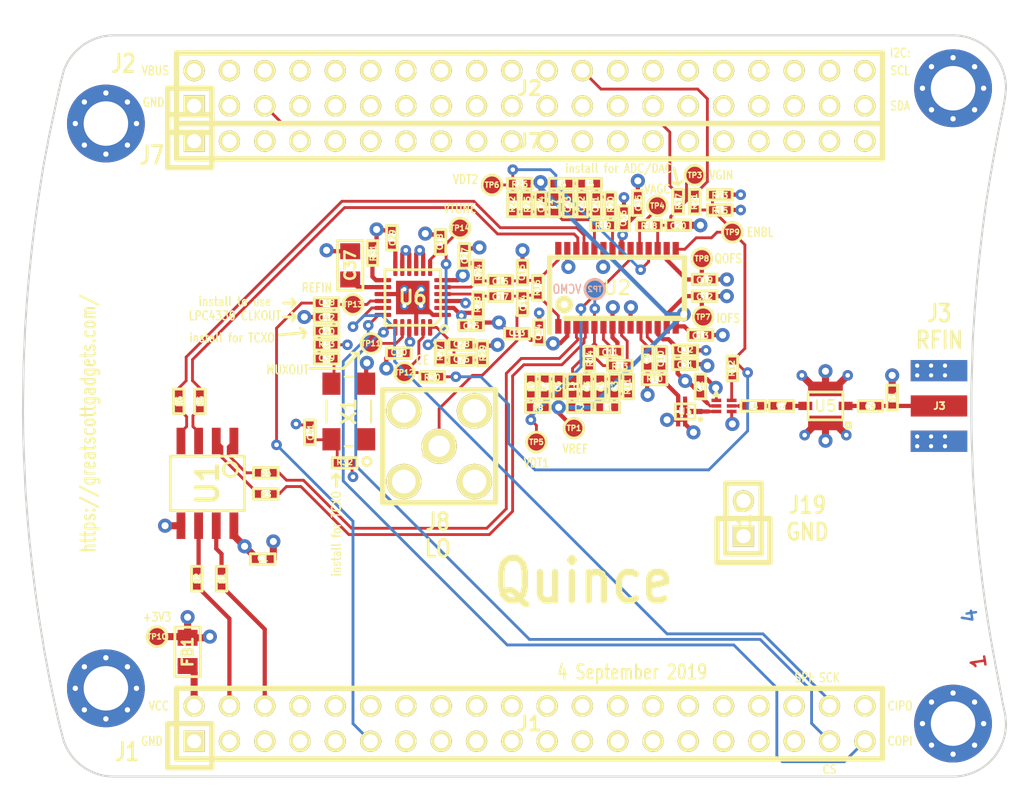
<source format=kicad_pcb>
(kicad_pcb (version 20171130) (host pcbnew 5.1.4)
  (layers (0 F.Cu signal) (1 C2.Cu signal) (2 C3.Cu signal) (31 B.Cu signal) (34 B.Paste user) (35 F.Paste user) (36 B.SilkS user) (37 F.SilkS user) (38 B.Mask user) (39 F.Mask user) (44 Edge.Cuts user))
  (net 0 "")
  (net 1 GND)
  (net 2 VCC)
  (net 3 /P0_0)
  (net 4 /P0_1)
  (net 5 /OUT_A)
  (net 6 /OUT_B)
  (net 7 +3V3)
  (net 8 /VREF)
  (net 9 "Net-(C3-Pad1)")
  (net 10 "Net-(C4-Pad1)")
  (net 11 "Net-(C5-Pad1)")
  (net 12 /IAIN)
  (net 13 "Net-(C7-Pad2)")
  (net 14 "Net-(C7-Pad1)")
  (net 15 "Net-(C9-Pad1)")
  (net 16 "Net-(C9-Pad2)")
  (net 17 "Net-(C10-Pad2)")
  (net 18 /VCMO)
  (net 19 /IOFS)
  (net 20 "Net-(C14-Pad1)")
  (net 21 /VTUNE)
  (net 22 /QOFS)
  (net 23 /VGIN)
  (net 24 "Net-(C21-Pad1)")
  (net 25 "Net-(C22-Pad1)")
  (net 26 "Net-(C23-Pad1)")
  (net 27 /QAIN)
  (net 28 "Net-(C26-Pad1)")
  (net 29 /REFIN)
  (net 30 /CLK0)
  (net 31 "Net-(C39-Pad1)")
  (net 32 "Net-(C39-Pad2)")
  (net 33 "Net-(C41-Pad1)")
  (net 34 /P1_20)
  (net 35 /P1_19)
  (net 36 /P1_4)
  (net 37 /ADC0_0)
  (net 38 /P3_1)
  (net 39 /VAGC)
  (net 40 /VDT1)
  (net 41 /VDT2)
  (net 42 /ENBL)
  (net 43 /MUXOUT)
  (net 44 /CE)
  (net 45 "Net-(L4-Pad1)")
  (net 46 /IMXO)
  (net 47 "Net-(R12-Pad2)")
  (net 48 /QMXO)
  (net 49 "Net-(U3-Pad1)")
  (net 50 /RFI_N)
  (net 51 /RFI_P)
  (net 52 /LOI_N)
  (net 53 /LOI_P)
  (net 54 /RFOUTB)
  (net 55 /RFOUTA)
  (net 56 /CP)
  (net 57 /CC)
  (net 58 /CN)
  (net 59 /IOP_P)
  (net 60 /IOP_N)
  (net 61 /QOP_N)
  (net 62 /QOP_P)
  (net 63 /RSET)
  (net 64 /IN_A+)
  (net 65 /IN_A-)
  (net 66 /IN_B+)
  (net 67 /IN_B-)
  (net 68 /P4_9)
  (net 69 /P4_10)
  (net 70 /P1_0)
  (net 71 /P5_0)
  (net 72 /P5_1)
  (net 73 /P1_1)
  (net 74 /P1_2)
  (net 75 /P1_5)
  (net 76 /P5_2)
  (net 77 /P1_7)
  (net 78 /P1_6)
  (net 79 /P1_9)
  (net 80 /P1_8)
  (net 81 /P5_3)
  (net 82 /P1_10)
  (net 83 /P1_12)
  (net 84 /P1_11)
  (net 85 /P5_5)
  (net 86 /P5_4)
  (net 87 /P1_14)
  (net 88 /P1_13)
  (net 89 /P5_6)
  (net 90 /P1_15)
  (net 91 /P5_7)
  (net 92 /P1_16)
  (net 93 /P1_18)
  (net 94 /P1_17)
  (net 95 /P9_5)
  (net 96 /P9_6)
  (net 97 /P2_0)
  (net 98 /P6_0)
  (net 99 /P1_3)
  (net 100 /+5V)
  (net 101 /P4_8)
  (net 102 /P4_0)
  (net 103 /P4_5)
  (net 104 /P4_4)
  (net 105 /P4_2)
  (net 106 /P4_3)
  (net 107 /P4_6)
  (net 108 /P4_7)
  (net 109 /CLK2)
  (net 110 /P2_8)
  (net 111 /P2_7)
  (net 112 /P2_6)
  (net 113 /P7_7)
  (net 114 /WAKEUP0)
  (net 115 /P2_5)
  (net 116 /P2_4)
  (net 117 /P2_3)
  (net 118 /PF_4)
  (net 119 /P3_2)
  (net 120 /P7_2)
  (net 121 /P7_1)
  (net 122 /P3_0)
  (net 123 /P7_0)
  (net 124 /P3_4)
  (net 125 /P6_8)
  (net 126 /P3_7)
  (net 127 /P6_7)
  (net 128 /P3_3)
  (net 129 /P2_2)
  (net 130 /P6_6)
  (net 131 /P2_1)
  (net 132 /P6_3)
  (net 133 /P3_5)
  (net 134 /P3_6)
  (net 135 /I2C0_SDA)
  (net 136 /I2C0_SCL)
  (net 137 /P6_4)
  (net 138 /P6_5)
  (net 139 /ADC0_5)
  (net 140 /ADC0_2)
  (net 141 /P2_9)
  (net 142 /P2_12)
  (net 143 /P2_13)
  (net 144 /RTC_ALARM)
  (net 145 /RESET)
  (net 146 /VBAT)
  (net 147 /P2_11)
  (net 148 /P2_10)
  (net 149 /P6_10)
  (net 150 /P6_9)
  (net 151 /P6_2)
  (net 152 /P6_1)
  (net 153 "Net-(J7-Pad20)")
  (net 154 "Net-(X1-Pad1)")
  (module gsg-modules:TESTPOINT-50MIL (layer F.Cu) (at 149.25 96.85)
    (fp_text reference TP1 (at 0 0) (layer F.SilkS) (effects (font (size 0.381 0.381) (thickness 0.09652))))
    (fp_text value TestPoint hide)
    (pad 1 smd circle (at 0 0) (size 1.27 1.27) (layers F.Cu F.Mask) (net 8 /VREF))
  )
  (module gsg-modules:TESTPOINT-50MIL (layer F.Cu) (at 143.35 79.35)
    (fp_text reference TP6 (at 0 0) (layer F.SilkS) (effects (font (size 0.381 0.381) (thickness 0.09652))))
    (fp_text value TestPoint hide)
    (pad 1 smd circle (at 0 0) (size 1.27 1.27) (layers F.Cu F.Mask) (net 41 /VDT2))
  )
  (module gsg-modules:TESTPOINT-50MIL (layer F.Cu) (at 134.65 90.75)
    (fp_text reference TP11 (at 0 0) (layer F.SilkS) (effects (font (size 0.381 0.381) (thickness 0.09652))))
    (fp_text value TestPoint hide)
    (pad 1 smd circle (at 0 0) (size 1.27 1.27) (layers F.Cu F.Mask) (net 43 /MUXOUT))
  )
  (module gsg-modules:TESTPOINT-50MIL (layer F.Cu) (at 137.05 92.85)
    (fp_text reference TP12 (at 0 0) (layer F.SilkS) (effects (font (size 0.381 0.381) (thickness 0.09652))))
    (fp_text value TestPoint hide)
    (pad 1 smd circle (at 0 0) (size 1.27 1.27) (layers F.Cu F.Mask) (net 44 /CE))
  )
  (module gsg-modules:TESTPOINT-50MIL (layer F.Cu) (at 141.05 82.45)
    (fp_text reference TP14 (at 0 0) (layer F.SilkS) (effects (font (size 0.381 0.381) (thickness 0.09652))))
    (fp_text value TestPoint hide)
    (pad 1 smd circle (at 0 0) (size 1.27 1.27) (layers F.Cu F.Mask) (net 21 /VTUNE))
  )
  (module gsg-modules:TESTPOINT-50MIL (layer F.Cu) (at 119.25 111.85)
    (fp_text reference TP10 (at 0 0) (layer F.SilkS) (effects (font (size 0.381 0.381) (thickness 0.09652))))
    (fp_text value TestPoint hide)
    (pad 1 smd circle (at 0 0) (size 1.27 1.27) (layers F.Cu F.Mask) (net 7 +3V3))
  )
  (module gsg-modules:TESTPOINT-50MIL (layer F.Cu) (at 158.45 84.65)
    (fp_text reference TP8 (at 0 0) (layer F.SilkS) (effects (font (size 0.381 0.381) (thickness 0.09652))))
    (fp_text value TestPoint hide)
    (pad 1 smd circle (at 0 0) (size 1.27 1.27) (layers F.Cu F.Mask) (net 22 /QOFS))
  )
  (module gsg-modules:TESTPOINT-50MIL (layer F.Cu) (at 157.95 78.65)
    (fp_text reference TP3 (at 0 0) (layer F.SilkS) (effects (font (size 0.381 0.381) (thickness 0.09652))))
    (fp_text value TestPoint hide)
    (pad 1 smd circle (at 0 0) (size 1.27 1.27) (layers F.Cu F.Mask) (net 23 /VGIN))
  )
  (module gsg-modules:TESTPOINT-50MIL (layer F.Cu) (at 155.25 80.85)
    (fp_text reference TP4 (at 0 0) (layer F.SilkS) (effects (font (size 0.381 0.381) (thickness 0.09652))))
    (fp_text value TestPoint hide)
    (pad 1 smd circle (at 0 0) (size 1.27 1.27) (layers F.Cu F.Mask) (net 39 /VAGC))
  )
  (module gsg-modules:TESTPOINT-50MIL (layer F.Cu) (at 133.35 87.95)
    (fp_text reference TP13 (at 0 0) (layer F.SilkS) (effects (font (size 0.381 0.381) (thickness 0.09652))))
    (fp_text value TestPoint hide)
    (pad 1 smd circle (at 0 0) (size 1.27 1.27) (layers F.Cu F.Mask) (net 29 /REFIN))
  )
  (module gsg-modules:TESTPOINT-50MIL (layer B.Cu) (at 150.75 86.85)
    (fp_text reference TP2 (at 0 0) (layer B.SilkS) (effects (font (size 0.381 0.381) (thickness 0.09652)) (justify mirror)))
    (fp_text value TestPoint hide)
    (pad 1 smd circle (at 0 0) (size 1.27 1.27) (layers B.Cu B.Mask) (net 18 /VCMO))
  )
  (module gsg-modules:TESTPOINT-50MIL (layer F.Cu) (at 158.55 88.85)
    (fp_text reference TP7 (at 0 0) (layer F.SilkS) (effects (font (size 0.381 0.381) (thickness 0.09652))))
    (fp_text value TestPoint hide)
    (pad 1 smd circle (at 0 0) (size 1.27 1.27) (layers F.Cu F.Mask) (net 19 /IOFS))
  )
  (module gsg-modules:TESTPOINT-50MIL (layer F.Cu) (at 146.55 97.85)
    (fp_text reference TP5 (at 0 0) (layer F.SilkS) (effects (font (size 0.381 0.381) (thickness 0.09652))))
    (fp_text value TestPoint hide)
    (pad 1 smd circle (at 0 0) (size 1.27 1.27) (layers F.Cu F.Mask) (net 40 /VDT1))
  )
  (module gsg-modules:TESTPOINT-50MIL (layer F.Cu) (at 160.65 82.75)
    (fp_text reference TP9 (at 0 0) (layer F.SilkS) (effects (font (size 0.381 0.381) (thickness 0.09652))))
    (fp_text value TestPoint hide)
    (pad 1 smd circle (at 0 0) (size 1.27 1.27) (layers F.Cu F.Mask) (net 42 /ENBL))
  )
  (module gsg-modules:0402 (layer F.Cu) (at 120.812 94.922 90)
    (fp_text reference R6 (at 0 0.0508 90) (layer F.SilkS) (effects (font (size 0.4064 0.4064) (thickness 0.1016))))
    (fp_text value 0 hide)
    (pad 2 smd rect (at 0.5334 0 90) (size 0.508 0.5588) (layers F.Cu F.Paste F.Mask) (net 62 /QOP_P))
    (pad 1 smd rect (at -0.5334 0 90) (size 0.508 0.5588) (layers F.Cu F.Paste F.Mask) (net 67 /IN_B-))
  )
  (module gsg-modules:0402 (layer F.Cu) (at 122.336 94.922 90)
    (fp_text reference R5 (at 0 0.0508 90) (layer F.SilkS) (effects (font (size 0.4064 0.4064) (thickness 0.1016))))
    (fp_text value 0 hide)
    (pad 1 smd rect (at -0.5334 0 90) (size 0.508 0.5588) (layers F.Cu F.Paste F.Mask) (net 66 /IN_B+))
    (pad 2 smd rect (at 0.5334 0 90) (size 0.508 0.5588) (layers F.Cu F.Paste F.Mask) (net 61 /QOP_N))
  )
  (module gsg-modules:HEADER-1x20 (layer F.Cu) (at 146.05 76.2)
    (fp_text reference J7 (at 0 0) (layer F.SilkS) (effects (font (size 1.016 1.016) (thickness 0.2032))))
    (fp_text value BONUS_ROW hide)
    (pad 1 thru_hole rect (at -24.13 0) (size 1.524 1.524) (drill 1.016) (layers *.Cu *.Mask F.SilkS) (net 1 GND))
    (pad 2 thru_hole circle (at -21.59 0) (size 1.524 1.524) (drill 1.016) (layers *.Cu *.Mask F.SilkS) (net 137 /P6_4))
    (pad 3 thru_hole circle (at -19.05 0) (size 1.524 1.524) (drill 1.016) (layers *.Cu *.Mask F.SilkS) (net 138 /P6_5))
    (pad 4 thru_hole circle (at -16.51 0) (size 1.524 1.524) (drill 1.016) (layers *.Cu *.Mask F.SilkS) (net 139 /ADC0_5))
    (pad 5 thru_hole circle (at -13.97 0) (size 1.524 1.524) (drill 1.016) (layers *.Cu *.Mask F.SilkS) (net 140 /ADC0_2))
    (pad 6 thru_hole circle (at -11.43 0) (size 1.524 1.524) (drill 1.016) (layers *.Cu *.Mask F.SilkS) (net 141 /P2_9))
    (pad 7 thru_hole circle (at -8.89 0) (size 1.524 1.524) (drill 1.016) (layers *.Cu *.Mask F.SilkS) (net 142 /P2_12))
    (pad 8 thru_hole circle (at -6.35 0) (size 1.524 1.524) (drill 1.016) (layers *.Cu *.Mask F.SilkS) (net 143 /P2_13))
    (pad 9 thru_hole circle (at -3.81 0) (size 1.524 1.524) (drill 1.016) (layers *.Cu *.Mask F.SilkS) (net 144 /RTC_ALARM))
    (pad 10 thru_hole circle (at -1.27 0) (size 1.524 1.524) (drill 1.016) (layers *.Cu *.Mask F.SilkS) (net 1 GND))
    (pad 11 thru_hole circle (at 1.27 0) (size 1.524 1.524) (drill 1.016) (layers *.Cu *.Mask F.SilkS) (net 145 /RESET))
    (pad 12 thru_hole circle (at 3.81 0) (size 1.524 1.524) (drill 1.016) (layers *.Cu *.Mask F.SilkS) (net 146 /VBAT))
    (pad 13 thru_hole circle (at 6.35 0) (size 1.524 1.524) (drill 1.016) (layers *.Cu *.Mask F.SilkS) (net 147 /P2_11))
    (pad 14 thru_hole circle (at 8.89 0) (size 1.524 1.524) (drill 1.016) (layers *.Cu *.Mask F.SilkS) (net 148 /P2_10))
    (pad 15 thru_hole circle (at 11.43 0) (size 1.524 1.524) (drill 1.016) (layers *.Cu *.Mask F.SilkS) (net 149 /P6_10))
    (pad 16 thru_hole circle (at 13.97 0) (size 1.524 1.524) (drill 1.016) (layers *.Cu *.Mask F.SilkS) (net 150 /P6_9))
    (pad 17 thru_hole circle (at 16.51 0) (size 1.524 1.524) (drill 1.016) (layers *.Cu *.Mask F.SilkS) (net 151 /P6_2))
    (pad 18 thru_hole circle (at 19.05 0) (size 1.524 1.524) (drill 1.016) (layers *.Cu *.Mask F.SilkS) (net 152 /P6_1))
    (pad 19 thru_hole circle (at 21.59 0) (size 1.524 1.524) (drill 1.016) (layers *.Cu *.Mask F.SilkS) (net 1 GND))
    (pad 20 thru_hole circle (at 24.13 0) (size 1.524 1.524) (drill 1.016) (layers *.Cu *.Mask F.SilkS) (net 153 "Net-(J7-Pad20)"))
  )
  (module gsg-modules:HEADER-2x20 (layer F.Cu) (at 146.05 118.11)
    (fp_text reference J1 (at 0 0) (layer F.SilkS) (effects (font (size 1.016 1.016) (thickness 0.2032))))
    (fp_text value NEIGHBOR1 hide)
    (pad 1 thru_hole rect (at -24.13 1.27) (size 1.524 1.524) (drill 1.016) (layers *.Cu *.Mask F.SilkS) (net 1 GND))
    (pad 2 thru_hole circle (at -24.13 -1.27) (size 1.524 1.524) (drill 1.016) (layers *.Cu *.Mask F.SilkS) (net 2 VCC))
    (pad 3 thru_hole circle (at -21.59 1.27) (size 1.524 1.524) (drill 1.016) (layers *.Cu *.Mask F.SilkS) (net 68 /P4_9))
    (pad 4 thru_hole circle (at -21.59 -1.27) (size 1.524 1.524) (drill 1.016) (layers *.Cu *.Mask F.SilkS) (net 3 /P0_0))
    (pad 5 thru_hole circle (at -19.05 1.27) (size 1.524 1.524) (drill 1.016) (layers *.Cu *.Mask F.SilkS) (net 69 /P4_10))
    (pad 6 thru_hole circle (at -19.05 -1.27) (size 1.524 1.524) (drill 1.016) (layers *.Cu *.Mask F.SilkS) (net 4 /P0_1))
    (pad 7 thru_hole circle (at -16.51 1.27) (size 1.524 1.524) (drill 1.016) (layers *.Cu *.Mask F.SilkS) (net 70 /P1_0))
    (pad 8 thru_hole circle (at -16.51 -1.27) (size 1.524 1.524) (drill 1.016) (layers *.Cu *.Mask F.SilkS) (net 71 /P5_0))
    (pad 9 thru_hole circle (at -13.97 1.27) (size 1.524 1.524) (drill 1.016) (layers *.Cu *.Mask F.SilkS) (net 72 /P5_1))
    (pad 10 thru_hole circle (at -13.97 -1.27) (size 1.524 1.524) (drill 1.016) (layers *.Cu *.Mask F.SilkS) (net 73 /P1_1))
    (pad 11 thru_hole circle (at -11.43 1.27) (size 1.524 1.524) (drill 1.016) (layers *.Cu *.Mask F.SilkS) (net 30 /CLK0))
    (pad 12 thru_hole circle (at -11.43 -1.27) (size 1.524 1.524) (drill 1.016) (layers *.Cu *.Mask F.SilkS) (net 74 /P1_2))
    (pad 13 thru_hole circle (at -8.89 1.27) (size 1.524 1.524) (drill 1.016) (layers *.Cu *.Mask F.SilkS) (net 75 /P1_5))
    (pad 14 thru_hole circle (at -8.89 -1.27) (size 1.524 1.524) (drill 1.016) (layers *.Cu *.Mask F.SilkS) (net 76 /P5_2))
    (pad 15 thru_hole circle (at -6.35 1.27) (size 1.524 1.524) (drill 1.016) (layers *.Cu *.Mask F.SilkS) (net 77 /P1_7))
    (pad 16 thru_hole circle (at -6.35 -1.27) (size 1.524 1.524) (drill 1.016) (layers *.Cu *.Mask F.SilkS) (net 78 /P1_6))
    (pad 17 thru_hole circle (at -3.81 1.27) (size 1.524 1.524) (drill 1.016) (layers *.Cu *.Mask F.SilkS) (net 79 /P1_9))
    (pad 18 thru_hole circle (at -3.81 -1.27) (size 1.524 1.524) (drill 1.016) (layers *.Cu *.Mask F.SilkS) (net 80 /P1_8))
    (pad 19 thru_hole circle (at -1.27 1.27) (size 1.524 1.524) (drill 1.016) (layers *.Cu *.Mask F.SilkS) (net 81 /P5_3))
    (pad 20 thru_hole circle (at -1.27 -1.27) (size 1.524 1.524) (drill 1.016) (layers *.Cu *.Mask F.SilkS) (net 82 /P1_10))
    (pad 21 thru_hole circle (at 1.27 1.27) (size 1.524 1.524) (drill 1.016) (layers *.Cu *.Mask F.SilkS) (net 83 /P1_12))
    (pad 22 thru_hole circle (at 1.27 -1.27) (size 1.524 1.524) (drill 1.016) (layers *.Cu *.Mask F.SilkS) (net 84 /P1_11))
    (pad 23 thru_hole circle (at 3.81 1.27) (size 1.524 1.524) (drill 1.016) (layers *.Cu *.Mask F.SilkS) (net 85 /P5_5))
    (pad 24 thru_hole circle (at 3.81 -1.27) (size 1.524 1.524) (drill 1.016) (layers *.Cu *.Mask F.SilkS) (net 86 /P5_4))
    (pad 25 thru_hole circle (at 6.35 1.27) (size 1.524 1.524) (drill 1.016) (layers *.Cu *.Mask F.SilkS) (net 87 /P1_14))
    (pad 26 thru_hole circle (at 6.35 -1.27) (size 1.524 1.524) (drill 1.016) (layers *.Cu *.Mask F.SilkS) (net 88 /P1_13))
    (pad 27 thru_hole circle (at 8.89 1.27) (size 1.524 1.524) (drill 1.016) (layers *.Cu *.Mask F.SilkS) (net 89 /P5_6))
    (pad 28 thru_hole circle (at 8.89 -1.27) (size 1.524 1.524) (drill 1.016) (layers *.Cu *.Mask F.SilkS) (net 90 /P1_15))
    (pad 29 thru_hole circle (at 11.43 1.27) (size 1.524 1.524) (drill 1.016) (layers *.Cu *.Mask F.SilkS) (net 91 /P5_7))
    (pad 30 thru_hole circle (at 11.43 -1.27) (size 1.524 1.524) (drill 1.016) (layers *.Cu *.Mask F.SilkS) (net 92 /P1_16))
    (pad 31 thru_hole circle (at 13.97 1.27) (size 1.524 1.524) (drill 1.016) (layers *.Cu *.Mask F.SilkS) (net 93 /P1_18))
    (pad 32 thru_hole circle (at 13.97 -1.27) (size 1.524 1.524) (drill 1.016) (layers *.Cu *.Mask F.SilkS) (net 94 /P1_17))
    (pad 33 thru_hole circle (at 16.51 1.27) (size 1.524 1.524) (drill 1.016) (layers *.Cu *.Mask F.SilkS) (net 95 /P9_5))
    (pad 34 thru_hole circle (at 16.51 -1.27) (size 1.524 1.524) (drill 1.016) (layers *.Cu *.Mask F.SilkS) (net 96 /P9_6))
    (pad 35 thru_hole circle (at 19.05 1.27) (size 1.524 1.524) (drill 1.016) (layers *.Cu *.Mask F.SilkS) (net 97 /P2_0))
    (pad 36 thru_hole circle (at 19.05 -1.27) (size 1.524 1.524) (drill 1.016) (layers *.Cu *.Mask F.SilkS) (net 98 /P6_0))
    (pad 37 thru_hole circle (at 21.59 1.27) (size 1.524 1.524) (drill 1.016) (layers *.Cu *.Mask F.SilkS) (net 34 /P1_20))
    (pad 38 thru_hole circle (at 21.59 -1.27) (size 1.524 1.524) (drill 1.016) (layers *.Cu *.Mask F.SilkS) (net 35 /P1_19))
    (pad 39 thru_hole circle (at 24.13 1.27) (size 1.524 1.524) (drill 1.016) (layers *.Cu *.Mask F.SilkS) (net 36 /P1_4))
    (pad 40 thru_hole circle (at 24.13 -1.27) (size 1.524 1.524) (drill 1.016) (layers *.Cu *.Mask F.SilkS) (net 99 /P1_3))
  )
  (module gsg-modules:HEADER-2x20 (layer F.Cu) (at 146.05 72.39)
    (fp_text reference J2 (at 0 0) (layer F.SilkS) (effects (font (size 1.016 1.016) (thickness 0.2032))))
    (fp_text value NEIGHBOR2 hide)
    (pad 1 thru_hole rect (at -24.13 1.27) (size 1.524 1.524) (drill 1.016) (layers *.Cu *.Mask F.SilkS) (net 1 GND))
    (pad 2 thru_hole circle (at -24.13 -1.27) (size 1.524 1.524) (drill 1.016) (layers *.Cu *.Mask F.SilkS) (net 100 /+5V))
    (pad 3 thru_hole circle (at -21.59 1.27) (size 1.524 1.524) (drill 1.016) (layers *.Cu *.Mask F.SilkS) (net 101 /P4_8))
    (pad 4 thru_hole circle (at -21.59 -1.27) (size 1.524 1.524) (drill 1.016) (layers *.Cu *.Mask F.SilkS) (net 102 /P4_0))
    (pad 5 thru_hole circle (at -19.05 1.27) (size 1.524 1.524) (drill 1.016) (layers *.Cu *.Mask F.SilkS) (net 37 /ADC0_0))
    (pad 6 thru_hole circle (at -19.05 -1.27) (size 1.524 1.524) (drill 1.016) (layers *.Cu *.Mask F.SilkS) (net 103 /P4_5))
    (pad 7 thru_hole circle (at -16.51 1.27) (size 1.524 1.524) (drill 1.016) (layers *.Cu *.Mask F.SilkS) (net 104 /P4_4))
    (pad 8 thru_hole circle (at -16.51 -1.27) (size 1.524 1.524) (drill 1.016) (layers *.Cu *.Mask F.SilkS) (net 105 /P4_2))
    (pad 9 thru_hole circle (at -13.97 1.27) (size 1.524 1.524) (drill 1.016) (layers *.Cu *.Mask F.SilkS) (net 106 /P4_3))
    (pad 10 thru_hole circle (at -13.97 -1.27) (size 1.524 1.524) (drill 1.016) (layers *.Cu *.Mask F.SilkS) (net 107 /P4_6))
    (pad 11 thru_hole circle (at -11.43 1.27) (size 1.524 1.524) (drill 1.016) (layers *.Cu *.Mask F.SilkS) (net 108 /P4_7))
    (pad 12 thru_hole circle (at -11.43 -1.27) (size 1.524 1.524) (drill 1.016) (layers *.Cu *.Mask F.SilkS) (net 109 /CLK2))
    (pad 13 thru_hole circle (at -8.89 1.27) (size 1.524 1.524) (drill 1.016) (layers *.Cu *.Mask F.SilkS) (net 110 /P2_8))
    (pad 14 thru_hole circle (at -8.89 -1.27) (size 1.524 1.524) (drill 1.016) (layers *.Cu *.Mask F.SilkS) (net 111 /P2_7))
    (pad 15 thru_hole circle (at -6.35 1.27) (size 1.524 1.524) (drill 1.016) (layers *.Cu *.Mask F.SilkS) (net 112 /P2_6))
    (pad 16 thru_hole circle (at -6.35 -1.27) (size 1.524 1.524) (drill 1.016) (layers *.Cu *.Mask F.SilkS) (net 113 /P7_7))
    (pad 17 thru_hole circle (at -3.81 1.27) (size 1.524 1.524) (drill 1.016) (layers *.Cu *.Mask F.SilkS) (net 114 /WAKEUP0))
    (pad 18 thru_hole circle (at -3.81 -1.27) (size 1.524 1.524) (drill 1.016) (layers *.Cu *.Mask F.SilkS) (net 115 /P2_5))
    (pad 19 thru_hole circle (at -1.27 1.27) (size 1.524 1.524) (drill 1.016) (layers *.Cu *.Mask F.SilkS) (net 116 /P2_4))
    (pad 20 thru_hole circle (at -1.27 -1.27) (size 1.524 1.524) (drill 1.016) (layers *.Cu *.Mask F.SilkS) (net 117 /P2_3))
    (pad 21 thru_hole circle (at 1.27 1.27) (size 1.524 1.524) (drill 1.016) (layers *.Cu *.Mask F.SilkS) (net 118 /PF_4))
    (pad 22 thru_hole circle (at 1.27 -1.27) (size 1.524 1.524) (drill 1.016) (layers *.Cu *.Mask F.SilkS) (net 119 /P3_2))
    (pad 23 thru_hole circle (at 3.81 1.27) (size 1.524 1.524) (drill 1.016) (layers *.Cu *.Mask F.SilkS) (net 120 /P7_2))
    (pad 24 thru_hole circle (at 3.81 -1.27) (size 1.524 1.524) (drill 1.016) (layers *.Cu *.Mask F.SilkS) (net 38 /P3_1))
    (pad 25 thru_hole circle (at 6.35 1.27) (size 1.524 1.524) (drill 1.016) (layers *.Cu *.Mask F.SilkS) (net 121 /P7_1))
    (pad 26 thru_hole circle (at 6.35 -1.27) (size 1.524 1.524) (drill 1.016) (layers *.Cu *.Mask F.SilkS) (net 122 /P3_0))
    (pad 27 thru_hole circle (at 8.89 1.27) (size 1.524 1.524) (drill 1.016) (layers *.Cu *.Mask F.SilkS) (net 123 /P7_0))
    (pad 28 thru_hole circle (at 8.89 -1.27) (size 1.524 1.524) (drill 1.016) (layers *.Cu *.Mask F.SilkS) (net 124 /P3_4))
    (pad 29 thru_hole circle (at 11.43 1.27) (size 1.524 1.524) (drill 1.016) (layers *.Cu *.Mask F.SilkS) (net 125 /P6_8))
    (pad 30 thru_hole circle (at 11.43 -1.27) (size 1.524 1.524) (drill 1.016) (layers *.Cu *.Mask F.SilkS) (net 126 /P3_7))
    (pad 31 thru_hole circle (at 13.97 1.27) (size 1.524 1.524) (drill 1.016) (layers *.Cu *.Mask F.SilkS) (net 127 /P6_7))
    (pad 32 thru_hole circle (at 13.97 -1.27) (size 1.524 1.524) (drill 1.016) (layers *.Cu *.Mask F.SilkS) (net 128 /P3_3))
    (pad 33 thru_hole circle (at 16.51 1.27) (size 1.524 1.524) (drill 1.016) (layers *.Cu *.Mask F.SilkS) (net 129 /P2_2))
    (pad 34 thru_hole circle (at 16.51 -1.27) (size 1.524 1.524) (drill 1.016) (layers *.Cu *.Mask F.SilkS) (net 130 /P6_6))
    (pad 35 thru_hole circle (at 19.05 1.27) (size 1.524 1.524) (drill 1.016) (layers *.Cu *.Mask F.SilkS) (net 131 /P2_1))
    (pad 36 thru_hole circle (at 19.05 -1.27) (size 1.524 1.524) (drill 1.016) (layers *.Cu *.Mask F.SilkS) (net 132 /P6_3))
    (pad 37 thru_hole circle (at 21.59 1.27) (size 1.524 1.524) (drill 1.016) (layers *.Cu *.Mask F.SilkS) (net 133 /P3_5))
    (pad 38 thru_hole circle (at 21.59 -1.27) (size 1.524 1.524) (drill 1.016) (layers *.Cu *.Mask F.SilkS) (net 134 /P3_6))
    (pad 39 thru_hole circle (at 24.13 1.27) (size 1.524 1.524) (drill 1.016) (layers *.Cu *.Mask F.SilkS) (net 135 /I2C0_SDA))
    (pad 40 thru_hole circle (at 24.13 -1.27) (size 1.524 1.524) (drill 1.016) (layers *.Cu *.Mask F.SilkS) (net 136 /I2C0_SCL))
  )
  (module gsg-modules:HOLE126MIL-COPPER (layer F.Cu) (at 115.57 74.93)
    (fp_text reference MH1 hide)
    (fp_text value MOUNTING_HOLE hide)
    (pad 1 thru_hole circle (at 0 0) (size 5.6 5.6) (drill 3.2004) (layers *.Cu *.Mask) (net 1 GND))
    (pad 1 thru_hole circle (at 0 -2.2) (size 0.6 0.6) (drill 0.381) (layers *.Cu *.Mask) (net 1 GND))
    (pad 1 thru_hole circle (at -2.2 0) (size 0.6 0.6) (drill 0.381) (layers *.Cu *.Mask) (net 1 GND))
    (pad 1 thru_hole circle (at 0 2.2) (size 0.6 0.6) (drill 0.381) (layers *.Cu *.Mask) (net 1 GND))
    (pad 1 thru_hole circle (at 2.2 0) (size 0.6 0.6) (drill 0.381) (layers *.Cu *.Mask) (net 1 GND))
    (pad 1 thru_hole circle (at 1.55 -1.55) (size 0.6 0.6) (drill 0.381) (layers *.Cu *.Mask) (net 1 GND))
    (pad 1 thru_hole circle (at -1.55 -1.55) (size 0.6 0.6) (drill 0.381) (layers *.Cu *.Mask) (net 1 GND))
    (pad 1 thru_hole circle (at -1.55 1.55) (size 0.6 0.6) (drill 0.381) (layers *.Cu *.Mask) (net 1 GND))
    (pad 1 thru_hole circle (at 1.55 1.55) (size 0.6 0.6) (drill 0.381) (layers *.Cu *.Mask) (net 1 GND))
  )
  (module gsg-modules:HOLE126MIL-COPPER (layer F.Cu) (at 115.57 115.57)
    (fp_text reference MH2 hide)
    (fp_text value MOUNTING_HOLE hide)
    (pad 1 thru_hole circle (at 0 0) (size 5.6 5.6) (drill 3.2004) (layers *.Cu *.Mask) (net 1 GND))
    (pad 1 thru_hole circle (at 0 -2.2) (size 0.6 0.6) (drill 0.381) (layers *.Cu *.Mask) (net 1 GND))
    (pad 1 thru_hole circle (at -2.2 0) (size 0.6 0.6) (drill 0.381) (layers *.Cu *.Mask) (net 1 GND))
    (pad 1 thru_hole circle (at 0 2.2) (size 0.6 0.6) (drill 0.381) (layers *.Cu *.Mask) (net 1 GND))
    (pad 1 thru_hole circle (at 2.2 0) (size 0.6 0.6) (drill 0.381) (layers *.Cu *.Mask) (net 1 GND))
    (pad 1 thru_hole circle (at 1.55 -1.55) (size 0.6 0.6) (drill 0.381) (layers *.Cu *.Mask) (net 1 GND))
    (pad 1 thru_hole circle (at -1.55 -1.55) (size 0.6 0.6) (drill 0.381) (layers *.Cu *.Mask) (net 1 GND))
    (pad 1 thru_hole circle (at -1.55 1.55) (size 0.6 0.6) (drill 0.381) (layers *.Cu *.Mask) (net 1 GND))
    (pad 1 thru_hole circle (at 1.55 1.55) (size 0.6 0.6) (drill 0.381) (layers *.Cu *.Mask) (net 1 GND))
  )
  (module gsg-modules:HOLE126MIL-COPPER (layer F.Cu) (at 176.53 118.11)
    (fp_text reference MH3 hide)
    (fp_text value MOUNTING_HOLE hide)
    (pad 1 thru_hole circle (at 0 0) (size 5.6 5.6) (drill 3.2004) (layers *.Cu *.Mask) (net 1 GND))
    (pad 1 thru_hole circle (at 0 -2.2) (size 0.6 0.6) (drill 0.381) (layers *.Cu *.Mask) (net 1 GND))
    (pad 1 thru_hole circle (at -2.2 0) (size 0.6 0.6) (drill 0.381) (layers *.Cu *.Mask) (net 1 GND))
    (pad 1 thru_hole circle (at 0 2.2) (size 0.6 0.6) (drill 0.381) (layers *.Cu *.Mask) (net 1 GND))
    (pad 1 thru_hole circle (at 2.2 0) (size 0.6 0.6) (drill 0.381) (layers *.Cu *.Mask) (net 1 GND))
    (pad 1 thru_hole circle (at 1.55 -1.55) (size 0.6 0.6) (drill 0.381) (layers *.Cu *.Mask) (net 1 GND))
    (pad 1 thru_hole circle (at -1.55 -1.55) (size 0.6 0.6) (drill 0.381) (layers *.Cu *.Mask) (net 1 GND))
    (pad 1 thru_hole circle (at -1.55 1.55) (size 0.6 0.6) (drill 0.381) (layers *.Cu *.Mask) (net 1 GND))
    (pad 1 thru_hole circle (at 1.55 1.55) (size 0.6 0.6) (drill 0.381) (layers *.Cu *.Mask) (net 1 GND))
  )
  (module gsg-modules:HOLE126MIL-COPPER (layer F.Cu) (at 176.53 72.39)
    (fp_text reference MH4 hide)
    (fp_text value MOUNTING_HOLE hide)
    (pad 1 thru_hole circle (at 0 0) (size 5.6 5.6) (drill 3.2004) (layers *.Cu *.Mask) (net 1 GND))
    (pad 1 thru_hole circle (at 0 -2.2) (size 0.6 0.6) (drill 0.381) (layers *.Cu *.Mask) (net 1 GND))
    (pad 1 thru_hole circle (at -2.2 0) (size 0.6 0.6) (drill 0.381) (layers *.Cu *.Mask) (net 1 GND))
    (pad 1 thru_hole circle (at 0 2.2) (size 0.6 0.6) (drill 0.381) (layers *.Cu *.Mask) (net 1 GND))
    (pad 1 thru_hole circle (at 2.2 0) (size 0.6 0.6) (drill 0.381) (layers *.Cu *.Mask) (net 1 GND))
    (pad 1 thru_hole circle (at 1.55 -1.55) (size 0.6 0.6) (drill 0.381) (layers *.Cu *.Mask) (net 1 GND))
    (pad 1 thru_hole circle (at -1.55 -1.55) (size 0.6 0.6) (drill 0.381) (layers *.Cu *.Mask) (net 1 GND))
    (pad 1 thru_hole circle (at -1.55 1.55) (size 0.6 0.6) (drill 0.381) (layers *.Cu *.Mask) (net 1 GND))
    (pad 1 thru_hole circle (at 1.55 1.55) (size 0.6 0.6) (drill 0.381) (layers *.Cu *.Mask) (net 1 GND))
  )
  (module gsg-modules:SOIC8-154 (layer F.Cu) (at 122.876 100.822 270)
    (fp_text reference U1 (at 0 0 270) (layer F.SilkS) (effects (font (size 1.524 1.524) (thickness 0.3048))))
    (fp_text value TLV3502 hide)
    (pad 1 smd rect (at -3.048 -1.905 270) (size 1.905 0.635) (layers F.Cu F.Paste F.Mask) (net 65 /IN_A-))
    (pad 2 smd rect (at -3.048 -0.635 270) (size 1.905 0.635) (layers F.Cu F.Paste F.Mask) (net 64 /IN_A+))
    (pad 3 smd rect (at -3.048 0.635 270) (size 1.905 0.635) (layers F.Cu F.Paste F.Mask) (net 66 /IN_B+))
    (pad 4 smd rect (at -3.048 1.905 270) (size 1.905 0.635) (layers F.Cu F.Paste F.Mask) (net 67 /IN_B-))
    (pad 5 smd rect (at 3.048 1.905 270) (size 1.905 0.635) (layers F.Cu F.Paste F.Mask) (net 1 GND))
    (pad 6 smd rect (at 3.048 0.635 270) (size 1.905 0.635) (layers F.Cu F.Paste F.Mask) (net 6 /OUT_B))
    (pad 7 smd rect (at 3.048 -0.635 270) (size 1.905 0.635) (layers F.Cu F.Paste F.Mask) (net 5 /OUT_A))
    (pad 8 smd rect (at 3.048 -1.905 270) (size 1.905 0.635) (layers F.Cu F.Paste F.Mask) (net 7 +3V3))
  )
  (module gsg-modules:0402 (layer F.Cu) (at 126.856 106.27 180)
    (fp_text reference C1 (at 0 0.0508) (layer F.SilkS) (effects (font (size 0.4064 0.4064) (thickness 0.1016))))
    (fp_text value 100nF hide)
    (pad 2 smd rect (at 0.5334 0 180) (size 0.508 0.5588) (layers F.Cu F.Paste F.Mask) (net 7 +3V3))
    (pad 1 smd rect (at -0.5334 0 180) (size 0.508 0.5588) (layers F.Cu F.Paste F.Mask) (net 1 GND))
  )
  (module gsg-modules:0402 (layer F.Cu) (at 158.35 93.85 270)
    (fp_text reference C2 (at 0 0.0508 90) (layer F.SilkS) (effects (font (size 0.4064 0.4064) (thickness 0.1016))))
    (fp_text value 1nF hide)
    (pad 1 smd rect (at -0.5334 0 270) (size 0.508 0.5588) (layers F.Cu F.Paste F.Mask) (net 1 GND))
    (pad 2 smd rect (at 0.5334 0 270) (size 0.508 0.5588) (layers F.Cu F.Paste F.Mask) (net 7 +3V3))
  )
  (module gsg-modules:0402 (layer F.Cu) (at 152.15 93.85 90)
    (fp_text reference C3 (at 0 0.0508 90) (layer F.SilkS) (effects (font (size 0.4064 0.4064) (thickness 0.1016))))
    (fp_text value 18pF hide)
    (pad 2 smd rect (at 0.5334 0 90) (size 0.508 0.5588) (layers F.Cu F.Paste F.Mask) (net 8 /VREF))
    (pad 1 smd rect (at -0.5334 0 90) (size 0.508 0.5588) (layers F.Cu F.Paste F.Mask) (net 9 "Net-(C3-Pad1)"))
  )
  (module gsg-modules:0402 (layer F.Cu) (at 151.15 93.85 90)
    (fp_text reference C4 (at 0 0.0508 90) (layer F.SilkS) (effects (font (size 0.4064 0.4064) (thickness 0.1016))))
    (fp_text value 68pF hide)
    (pad 1 smd rect (at -0.5334 0 90) (size 0.508 0.5588) (layers F.Cu F.Paste F.Mask) (net 10 "Net-(C4-Pad1)"))
    (pad 2 smd rect (at 0.5334 0 90) (size 0.508 0.5588) (layers F.Cu F.Paste F.Mask) (net 8 /VREF))
  )
  (module gsg-modules:0402 (layer F.Cu) (at 150.15 93.85 90)
    (fp_text reference C5 (at 0 0.0508 90) (layer F.SilkS) (effects (font (size 0.4064 0.4064) (thickness 0.1016))))
    (fp_text value 68pF hide)
    (pad 2 smd rect (at 0.5334 0 90) (size 0.508 0.5588) (layers F.Cu F.Paste F.Mask) (net 8 /VREF))
    (pad 1 smd rect (at -0.5334 0 90) (size 0.508 0.5588) (layers F.Cu F.Paste F.Mask) (net 11 "Net-(C5-Pad1)"))
  )
  (module gsg-modules:0402 (layer F.Cu) (at 148.15 93.85 270)
    (fp_text reference C6 (at 0 0.0508 90) (layer F.SilkS) (effects (font (size 0.4064 0.4064) (thickness 0.1016))))
    (fp_text value 18pF hide)
    (pad 1 smd rect (at -0.5334 0 270) (size 0.508 0.5588) (layers F.Cu F.Paste F.Mask) (net 12 /IAIN))
    (pad 2 smd rect (at 0.5334 0 270) (size 0.508 0.5588) (layers F.Cu F.Paste F.Mask) (net 8 /VREF))
  )
  (module gsg-modules:0402 (layer F.Cu) (at 164.1834 95.25 180)
    (fp_text reference C7 (at 0 0.0508) (layer F.SilkS) (effects (font (size 0.4064 0.4064) (thickness 0.1016))))
    (fp_text value 1nF hide)
    (pad 2 smd rect (at 0.5334 0 180) (size 0.508 0.5588) (layers F.Cu F.Paste F.Mask) (net 13 "Net-(C7-Pad2)"))
    (pad 1 smd rect (at -0.5334 0 180) (size 0.508 0.5588) (layers F.Cu F.Paste F.Mask) (net 14 "Net-(C7-Pad1)"))
  )
  (module gsg-modules:0402 (layer F.Cu) (at 154.55 91.85 270)
    (fp_text reference C8 (at 0 0.0508 90) (layer F.SilkS) (effects (font (size 0.4064 0.4064) (thickness 0.1016))))
    (fp_text value 100pF hide)
    (pad 1 smd rect (at -0.5334 0 270) (size 0.508 0.5588) (layers F.Cu F.Paste F.Mask) (net 50 /RFI_N))
    (pad 2 smd rect (at 0.5334 0 270) (size 0.508 0.5588) (layers F.Cu F.Paste F.Mask) (net 1 GND))
  )
  (module gsg-modules:0402 (layer F.Cu) (at 170.5834 95.25)
    (fp_text reference C9 (at 0 0.0508) (layer F.SilkS) (effects (font (size 0.4064 0.4064) (thickness 0.1016))))
    (fp_text value 100pF hide)
    (pad 1 smd rect (at -0.5334 0) (size 0.508 0.5588) (layers F.Cu F.Paste F.Mask) (net 15 "Net-(C9-Pad1)"))
    (pad 2 smd rect (at 0.5334 0) (size 0.508 0.5588) (layers F.Cu F.Paste F.Mask) (net 16 "Net-(C9-Pad2)"))
  )
  (module gsg-modules:0402 (layer F.Cu) (at 155.55 91.85 270)
    (fp_text reference C10 (at 0 0.0508 90) (layer F.SilkS) (effects (font (size 0.4064 0.4064) (thickness 0.1016))))
    (fp_text value 100pF hide)
    (pad 1 smd rect (at -0.5334 0 270) (size 0.508 0.5588) (layers F.Cu F.Paste F.Mask) (net 51 /RFI_P))
    (pad 2 smd rect (at 0.5334 0 270) (size 0.508 0.5588) (layers F.Cu F.Paste F.Mask) (net 17 "Net-(C10-Pad2)"))
  )
  (module gsg-modules:0402 (layer F.Cu) (at 151.85 91.35)
    (fp_text reference C11 (at 0 0.0508) (layer F.SilkS) (effects (font (size 0.4064 0.4064) (thickness 0.1016))))
    (fp_text value 100nF hide)
    (pad 2 smd rect (at 0.5334 0) (size 0.508 0.5588) (layers F.Cu F.Paste F.Mask) (net 1 GND))
    (pad 1 smd rect (at -0.5334 0) (size 0.508 0.5588) (layers F.Cu F.Paste F.Mask) (net 18 /VCMO))
  )
  (module gsg-modules:0402 (layer F.Cu) (at 158.65 87.35)
    (fp_text reference C12 (at 0 0.0508) (layer F.SilkS) (effects (font (size 0.4064 0.4064) (thickness 0.1016))))
    (fp_text value 100nF hide)
    (pad 2 smd rect (at 0.5334 0) (size 0.508 0.5588) (layers F.Cu F.Paste F.Mask) (net 1 GND))
    (pad 1 smd rect (at -0.5334 0) (size 0.508 0.5588) (layers F.Cu F.Paste F.Mask) (net 19 /IOFS))
  )
  (module gsg-modules:0402 (layer F.Cu) (at 158.35 90.15)
    (fp_text reference C13 (at 0 0.0508) (layer F.SilkS) (effects (font (size 0.4064 0.4064) (thickness 0.1016))))
    (fp_text value 100nF hide)
    (pad 2 smd rect (at 0.5334 0) (size 0.508 0.5588) (layers F.Cu F.Paste F.Mask) (net 1 GND))
    (pad 1 smd rect (at -0.5334 0) (size 0.508 0.5588) (layers F.Cu F.Paste F.Mask) (net 8 /VREF))
  )
  (module gsg-modules:0402 (layer F.Cu) (at 145.55 87.85 90)
    (fp_text reference C14 (at 0 0.0508 90) (layer F.SilkS) (effects (font (size 0.4064 0.4064) (thickness 0.1016))))
    (fp_text value 100pF hide)
    (pad 1 smd rect (at -0.5334 0 90) (size 0.508 0.5588) (layers F.Cu F.Paste F.Mask) (net 20 "Net-(C14-Pad1)"))
    (pad 2 smd rect (at 0.5334 0 90) (size 0.508 0.5588) (layers F.Cu F.Paste F.Mask) (net 52 /LOI_N))
  )
  (module gsg-modules:0402 (layer F.Cu) (at 145.55 85.65 270)
    (fp_text reference C15 (at 0 0.0508 90) (layer F.SilkS) (effects (font (size 0.4064 0.4064) (thickness 0.1016))))
    (fp_text value 100pF hide)
    (pad 1 smd rect (at -0.5334 0 270) (size 0.508 0.5588) (layers F.Cu F.Paste F.Mask) (net 1 GND))
    (pad 2 smd rect (at 0.5334 0 270) (size 0.508 0.5588) (layers F.Cu F.Paste F.Mask) (net 53 /LOI_P))
  )
  (module gsg-modules:0402 (layer F.Cu) (at 143.95 86.25)
    (fp_text reference C16 (at 0 0.0508) (layer F.SilkS) (effects (font (size 0.4064 0.4064) (thickness 0.1016))))
    (fp_text value 100pF hide)
    (pad 2 smd rect (at 0.5334 0) (size 0.508 0.5588) (layers F.Cu F.Paste F.Mask) (net 53 /LOI_P))
    (pad 1 smd rect (at -0.5334 0) (size 0.508 0.5588) (layers F.Cu F.Paste F.Mask) (net 54 /RFOUTB))
  )
  (module gsg-modules:0402 (layer F.Cu) (at 143.95 87.35)
    (fp_text reference C17 (at 0 0.0508) (layer F.SilkS) (effects (font (size 0.4064 0.4064) (thickness 0.1016))))
    (fp_text value 100pF hide)
    (pad 1 smd rect (at -0.5334 0) (size 0.508 0.5588) (layers F.Cu F.Paste F.Mask) (net 55 /RFOUTA))
    (pad 2 smd rect (at 0.5334 0) (size 0.508 0.5588) (layers F.Cu F.Paste F.Mask) (net 52 /LOI_N))
  )
  (module gsg-modules:0402 (layer F.Cu) (at 139.65 83.45 270)
    (fp_text reference C18 (at 0 0.0508 90) (layer F.SilkS) (effects (font (size 0.4064 0.4064) (thickness 0.1016))))
    (fp_text value 270pF hide)
    (pad 1 smd rect (at -0.5334 0 270) (size 0.508 0.5588) (layers F.Cu F.Paste F.Mask) (net 1 GND))
    (pad 2 smd rect (at 0.5334 0 270) (size 0.508 0.5588) (layers F.Cu F.Paste F.Mask) (net 21 /VTUNE))
  )
  (module gsg-modules:0402 (layer F.Cu) (at 158.65 86.15)
    (fp_text reference C19 (at 0 0.0508) (layer F.SilkS) (effects (font (size 0.4064 0.4064) (thickness 0.1016))))
    (fp_text value 100nF hide)
    (pad 1 smd rect (at -0.5334 0) (size 0.508 0.5588) (layers F.Cu F.Paste F.Mask) (net 22 /QOFS))
    (pad 2 smd rect (at 0.5334 0) (size 0.508 0.5588) (layers F.Cu F.Paste F.Mask) (net 1 GND))
  )
  (module gsg-modules:0402 (layer F.Cu) (at 156.75 82.25)
    (fp_text reference C20 (at 0 0.0508) (layer F.SilkS) (effects (font (size 0.4064 0.4064) (thickness 0.1016))))
    (fp_text value 100nF hide)
    (pad 2 smd rect (at 0.5334 0) (size 0.508 0.5588) (layers F.Cu F.Paste F.Mask) (net 1 GND))
    (pad 1 smd rect (at -0.5334 0) (size 0.508 0.5588) (layers F.Cu F.Paste F.Mask) (net 23 /VGIN))
  )
  (module gsg-modules:0402 (layer F.Cu) (at 150.85 80.75 270)
    (fp_text reference C21 (at 0 0.0508 90) (layer F.SilkS) (effects (font (size 0.4064 0.4064) (thickness 0.1016))))
    (fp_text value 18pF hide)
    (pad 1 smd rect (at -0.5334 0 270) (size 0.508 0.5588) (layers F.Cu F.Paste F.Mask) (net 24 "Net-(C21-Pad1)"))
    (pad 2 smd rect (at 0.5334 0 270) (size 0.508 0.5588) (layers F.Cu F.Paste F.Mask) (net 8 /VREF))
  )
  (module gsg-modules:0402 (layer F.Cu) (at 149.85 80.75 270)
    (fp_text reference C22 (at 0 0.0508 90) (layer F.SilkS) (effects (font (size 0.4064 0.4064) (thickness 0.1016))))
    (fp_text value 68pF hide)
    (pad 2 smd rect (at 0.5334 0 270) (size 0.508 0.5588) (layers F.Cu F.Paste F.Mask) (net 8 /VREF))
    (pad 1 smd rect (at -0.5334 0 270) (size 0.508 0.5588) (layers F.Cu F.Paste F.Mask) (net 25 "Net-(C22-Pad1)"))
  )
  (module gsg-modules:0402 (layer F.Cu) (at 148.85 80.75 270)
    (fp_text reference C23 (at 0 0.0508 90) (layer F.SilkS) (effects (font (size 0.4064 0.4064) (thickness 0.1016))))
    (fp_text value 68pF hide)
    (pad 1 smd rect (at -0.5334 0 270) (size 0.508 0.5588) (layers F.Cu F.Paste F.Mask) (net 26 "Net-(C23-Pad1)"))
    (pad 2 smd rect (at 0.5334 0 270) (size 0.508 0.5588) (layers F.Cu F.Paste F.Mask) (net 8 /VREF))
  )
  (module gsg-modules:0402 (layer F.Cu) (at 146.85 80.75 90)
    (fp_text reference C24 (at 0 0.0508 90) (layer F.SilkS) (effects (font (size 0.4064 0.4064) (thickness 0.1016))))
    (fp_text value 18pF hide)
    (pad 2 smd rect (at 0.5334 0 90) (size 0.508 0.5588) (layers F.Cu F.Paste F.Mask) (net 8 /VREF))
    (pad 1 smd rect (at -0.5334 0 90) (size 0.508 0.5588) (layers F.Cu F.Paste F.Mask) (net 27 /QAIN))
  )
  (module gsg-modules:0402 (layer F.Cu) (at 141.85 89.45)
    (fp_text reference C25 (at 0 0.0508) (layer F.SilkS) (effects (font (size 0.4064 0.4064) (thickness 0.1016))))
    (fp_text value 100nF hide)
    (pad 2 smd rect (at 0.5334 0) (size 0.508 0.5588) (layers F.Cu F.Paste F.Mask) (net 1 GND))
    (pad 1 smd rect (at -0.5334 0) (size 0.508 0.5588) (layers F.Cu F.Paste F.Mask) (net 7 +3V3))
  )
  (module gsg-modules:0402 (layer F.Cu) (at 141.15 91.95 180)
    (fp_text reference C26 (at 0 0.0508) (layer F.SilkS) (effects (font (size 0.4064 0.4064) (thickness 0.1016))))
    (fp_text value 8.2nF hide)
    (pad 2 smd rect (at 0.5334 0 180) (size 0.508 0.5588) (layers F.Cu F.Paste F.Mask) (net 56 /CP))
    (pad 1 smd rect (at -0.5334 0 180) (size 0.508 0.5588) (layers F.Cu F.Paste F.Mask) (net 28 "Net-(C26-Pad1)"))
  )
  (module gsg-modules:0402 (layer F.Cu) (at 141.35 84.45 90)
    (fp_text reference C27 (at 0 0.0508 90) (layer F.SilkS) (effects (font (size 0.4064 0.4064) (thickness 0.1016))))
    (fp_text value 100nF hide)
    (pad 1 smd rect (at -0.5334 0 90) (size 0.508 0.5588) (layers F.Cu F.Paste F.Mask) (net 7 +3V3))
    (pad 2 smd rect (at 0.5334 0 90) (size 0.508 0.5588) (layers F.Cu F.Paste F.Mask) (net 1 GND))
  )
  (module gsg-modules:0402 (layer F.Cu) (at 141.15 90.85 180)
    (fp_text reference C28 (at 0 0.0508) (layer F.SilkS) (effects (font (size 0.4064 0.4064) (thickness 0.1016))))
    (fp_text value 560pF hide)
    (pad 2 smd rect (at 0.5334 0 180) (size 0.508 0.5588) (layers F.Cu F.Paste F.Mask) (net 56 /CP))
    (pad 1 smd rect (at -0.5334 0 180) (size 0.508 0.5588) (layers F.Cu F.Paste F.Mask) (net 1 GND))
  )
  (module gsg-modules:0402 (layer F.Cu) (at 136.15 83.15 90)
    (fp_text reference C29 (at 0 0.0508 90) (layer F.SilkS) (effects (font (size 0.4064 0.4064) (thickness 0.1016))))
    (fp_text value 10nF hide)
    (pad 2 smd rect (at 0.5334 0 90) (size 0.508 0.5588) (layers F.Cu F.Paste F.Mask) (net 1 GND))
    (pad 1 smd rect (at -0.5334 0 90) (size 0.508 0.5588) (layers F.Cu F.Paste F.Mask) (net 57 /CC))
  )
  (module gsg-modules:0402 (layer F.Cu) (at 136.65 91.45 180)
    (fp_text reference C30 (at 0 0.0508) (layer F.SilkS) (effects (font (size 0.4064 0.4064) (thickness 0.1016))))
    (fp_text value 100nF hide)
    (pad 1 smd rect (at -0.5334 0 180) (size 0.508 0.5588) (layers F.Cu F.Paste F.Mask) (net 7 +3V3))
    (pad 2 smd rect (at 0.5334 0 180) (size 0.508 0.5588) (layers F.Cu F.Paste F.Mask) (net 1 GND))
  )
  (module gsg-modules:0402 (layer F.Cu) (at 157.25 92.25)
    (fp_text reference C31 (at 0 0.0508) (layer F.SilkS) (effects (font (size 0.4064 0.4064) (thickness 0.1016))))
    (fp_text value 100nF hide)
    (pad 2 smd rect (at 0.5334 0) (size 0.508 0.5588) (layers F.Cu F.Paste F.Mask) (net 1 GND))
    (pad 1 smd rect (at -0.5334 0) (size 0.508 0.5588) (layers F.Cu F.Paste F.Mask) (net 7 +3V3))
  )
  (module gsg-modules:0402 (layer F.Cu) (at 157.25 91.25 180)
    (fp_text reference C32 (at 0 0.0508) (layer F.SilkS) (effects (font (size 0.4064 0.4064) (thickness 0.1016))))
    (fp_text value 100pF hide)
    (pad 1 smd rect (at -0.5334 0 180) (size 0.508 0.5588) (layers F.Cu F.Paste F.Mask) (net 1 GND))
    (pad 2 smd rect (at 0.5334 0 180) (size 0.508 0.5588) (layers F.Cu F.Paste F.Mask) (net 7 +3V3))
  )
  (module gsg-modules:0402 (layer F.Cu) (at 145.15 90.05 180)
    (fp_text reference C33 (at 0 0.0508) (layer F.SilkS) (effects (font (size 0.4064 0.4064) (thickness 0.1016))))
    (fp_text value 100nF hide)
    (pad 1 smd rect (at -0.5334 0 180) (size 0.508 0.5588) (layers F.Cu F.Paste F.Mask) (net 7 +3V3))
    (pad 2 smd rect (at 0.5334 0 180) (size 0.508 0.5588) (layers F.Cu F.Paste F.Mask) (net 1 GND))
  )
  (module gsg-modules:0402 (layer F.Cu) (at 146.75 89.95 270)
    (fp_text reference C34 (at 0 0.0508 90) (layer F.SilkS) (effects (font (size 0.4064 0.4064) (thickness 0.1016))))
    (fp_text value 100pF hide)
    (pad 2 smd rect (at 0.5334 0 270) (size 0.508 0.5588) (layers F.Cu F.Paste F.Mask) (net 7 +3V3))
    (pad 1 smd rect (at -0.5334 0 270) (size 0.508 0.5588) (layers F.Cu F.Paste F.Mask) (net 1 GND))
  )
  (module gsg-modules:0402 (layer F.Cu) (at 153.85 80.65 90)
    (fp_text reference C35 (at 0 0.0508 90) (layer F.SilkS) (effects (font (size 0.4064 0.4064) (thickness 0.1016))))
    (fp_text value 100nF hide)
    (pad 1 smd rect (at -0.5334 0 90) (size 0.508 0.5588) (layers F.Cu F.Paste F.Mask) (net 7 +3V3))
    (pad 2 smd rect (at 0.5334 0 90) (size 0.508 0.5588) (layers F.Cu F.Paste F.Mask) (net 1 GND))
  )
  (module gsg-modules:0402 (layer F.Cu) (at 152.85 81.75 270)
    (fp_text reference C36 (at 0 0.0508 90) (layer F.SilkS) (effects (font (size 0.4064 0.4064) (thickness 0.1016))))
    (fp_text value 100pF hide)
    (pad 2 smd rect (at 0.5334 0 270) (size 0.508 0.5588) (layers F.Cu F.Paste F.Mask) (net 7 +3V3))
    (pad 1 smd rect (at -0.5334 0 270) (size 0.508 0.5588) (layers F.Cu F.Paste F.Mask) (net 1 GND))
  )
  (module gsg-modules:0805 (layer F.Cu) (at 133.15 85.134 90)
    (fp_text reference C37 (at 0 0 90) (layer F.SilkS) (effects (font (size 0.762 0.762) (thickness 0.1905))))
    (fp_text value 10uF hide)
    (pad 2 smd rect (at 1.016 0 90) (size 1.15062 1.44018) (layers F.Cu F.Paste F.Mask) (net 7 +3V3))
    (pad 1 smd rect (at -1.016 0 90) (size 1.15062 1.44018) (layers F.Cu F.Paste F.Mask) (net 58 /CN))
  )
  (module gsg-modules:0402 (layer F.Cu) (at 131.45 87.85 180)
    (fp_text reference C38 (at 0 0.0508) (layer F.SilkS) (effects (font (size 0.4064 0.4064) (thickness 0.1016))))
    (fp_text value C hide)
    (pad 1 smd rect (at -0.5334 0 180) (size 0.508 0.5588) (layers F.Cu F.Paste F.Mask) (net 29 /REFIN))
    (pad 2 smd rect (at 0.5334 0 180) (size 0.508 0.5588) (layers F.Cu F.Paste F.Mask) (net 30 /CLK0))
  )
  (module gsg-modules:0402 (layer F.Cu) (at 131.45 91.85 180)
    (fp_text reference C39 (at 0 0.0508) (layer F.SilkS) (effects (font (size 0.4064 0.4064) (thickness 0.1016))))
    (fp_text value 1nF hide)
    (pad 1 smd rect (at -0.5334 0 180) (size 0.508 0.5588) (layers F.Cu F.Paste F.Mask) (net 31 "Net-(C39-Pad1)"))
    (pad 2 smd rect (at 0.5334 0 180) (size 0.508 0.5588) (layers F.Cu F.Paste F.Mask) (net 32 "Net-(C39-Pad2)"))
  )
  (module gsg-modules:0402 (layer F.Cu) (at 131.45 89.85)
    (fp_text reference C40 (at 0 0.0508) (layer F.SilkS) (effects (font (size 0.4064 0.4064) (thickness 0.1016))))
    (fp_text value 1nF hide)
    (pad 2 smd rect (at 0.5334 0) (size 0.508 0.5588) (layers F.Cu F.Paste F.Mask) (net 29 /REFIN))
    (pad 1 smd rect (at -0.5334 0) (size 0.508 0.5588) (layers F.Cu F.Paste F.Mask) (net 32 "Net-(C39-Pad2)"))
  )
  (module gsg-modules:0402 (layer F.Cu) (at 130.25 97.15 90)
    (fp_text reference C41 (at 0 0.0508 90) (layer F.SilkS) (effects (font (size 0.4064 0.4064) (thickness 0.1016))))
    (fp_text value 100nF hide)
    (pad 2 smd rect (at 0.5334 0 90) (size 0.508 0.5588) (layers F.Cu F.Paste F.Mask) (net 1 GND))
    (pad 1 smd rect (at -0.5334 0 90) (size 0.508 0.5588) (layers F.Cu F.Paste F.Mask) (net 33 "Net-(C41-Pad1)"))
  )
  (module gsg-modules:0402 (layer F.Cu) (at 131.45 88.85)
    (fp_text reference C42 (at 0 0.0508) (layer F.SilkS) (effects (font (size 0.4064 0.4064) (thickness 0.1016))))
    (fp_text value C hide)
    (pad 2 smd rect (at 0.5334 0) (size 0.508 0.5588) (layers F.Cu F.Paste F.Mask) (net 29 /REFIN))
    (pad 1 smd rect (at -0.5334 0) (size 0.508 0.5588) (layers F.Cu F.Paste F.Mask) (net 1 GND))
  )
  (module gsg-modules:0402 (layer F.Cu) (at 172.15 94.65 90)
    (fp_text reference D1 (at 0 0.0508 90) (layer F.SilkS) (effects (font (size 0.4064 0.4064) (thickness 0.1016))))
    (fp_text value D_TVS hide)
    (pad 2 smd rect (at 0.5334 0 90) (size 0.508 0.5588) (layers F.Cu F.Paste F.Mask) (net 1 GND))
    (pad 1 smd rect (at -0.5334 0 90) (size 0.508 0.5588) (layers F.Cu F.Paste F.Mask) (net 16 "Net-(C9-Pad2)"))
  )
  (module gsg-modules:0805 (layer F.Cu) (at 121.45 112.95 90)
    (fp_text reference FB1 (at 0 0 90) (layer F.SilkS) (effects (font (size 0.762 0.762) (thickness 0.1905))))
    (fp_text value Ferrite_Bead hide)
    (pad 1 smd rect (at -1.016 0 90) (size 1.15062 1.44018) (layers F.Cu F.Paste F.Mask) (net 2 VCC))
    (pad 2 smd rect (at 1.016 0 90) (size 1.15062 1.44018) (layers F.Cu F.Paste F.Mask) (net 7 +3V3))
  )
  (module gsg-modules:SMA-EDGE (layer F.Cu) (at 177.55 95.25 180)
    (fp_text reference J3 (at 1.99898 0) (layer F.SilkS) (effects (font (size 0.50038 0.50038) (thickness 0.12446))))
    (fp_text value RFIN)
    (pad 1 smd rect (at 2.032 0 180) (size 4.064 1.524) (layers F.Cu F.Mask) (net 16 "Net-(C9-Pad2)"))
    (pad 2 smd rect (at 2.032 -2.54 180) (size 4.064 1.524) (layers F.Cu F.Mask) (net 1 GND))
    (pad 2 smd rect (at 2.032 2.54 180) (size 4.064 1.524) (layers B.Cu B.Mask) (net 1 GND))
    (pad 2 smd rect (at 2.032 -2.54 180) (size 4.064 1.524) (layers B.Cu B.Mask) (net 1 GND))
    (pad 2 smd rect (at 2.032 2.54 180) (size 4.064 1.524) (layers F.Cu F.Mask) (net 1 GND))
    (pad 2 thru_hole circle (at 3.6 -2.2 180) (size 0.762 0.762) (drill 0.3048) (layers *.Cu *.Mask) (net 1 GND))
    (pad 2 thru_hole circle (at 3.6 -2.9 180) (size 0.762 0.762) (drill 0.3048) (layers *.Cu *.Mask) (net 1 GND))
    (pad 2 thru_hole circle (at 2.6 -2.2 180) (size 0.762 0.762) (drill 0.3048) (layers *.Cu *.Mask) (net 1 GND))
    (pad 2 thru_hole circle (at 1.6 -2.2 180) (size 0.762 0.762) (drill 0.3048) (layers *.Cu *.Mask) (net 1 GND))
    (pad 2 thru_hole circle (at 1.6 -2.9 180) (size 0.762 0.762) (drill 0.3048) (layers *.Cu *.Mask) (net 1 GND))
    (pad 2 thru_hole circle (at 2.6 -2.9 180) (size 0.762 0.762) (drill 0.3048) (layers *.Cu *.Mask) (net 1 GND))
    (pad 2 thru_hole circle (at 3.6 2.2 180) (size 0.762 0.762) (drill 0.3048) (layers *.Cu *.Mask) (net 1 GND))
    (pad 2 thru_hole circle (at 2.6 2.2 180) (size 0.762 0.762) (drill 0.3048) (layers *.Cu *.Mask) (net 1 GND))
    (pad 2 thru_hole circle (at 1.6 2.2 180) (size 0.762 0.762) (drill 0.3048) (layers *.Cu *.Mask) (net 1 GND))
    (pad 2 thru_hole circle (at 1.6 2.9 180) (size 0.762 0.762) (drill 0.3048) (layers *.Cu *.Mask) (net 1 GND))
    (pad 2 thru_hole circle (at 2.6 2.9 180) (size 0.762 0.762) (drill 0.3048) (layers *.Cu *.Mask) (net 1 GND))
    (pad 2 thru_hole circle (at 3.6 2.9 180) (size 0.762 0.762) (drill 0.3048) (layers *.Cu *.Mask) (net 1 GND))
  )
  (module gsg-modules:SMA-VERTICAL (layer F.Cu) (at 139.55 98.15)
    (fp_text reference J8 (at 0 0) (layer F.SilkS) (effects (font (size 1.524 1.524) (thickness 0.3048))))
    (fp_text value LO hide)
    (pad 2 thru_hole circle (at 2.54 -2.54) (size 2.54 2.54) (drill 1.7018) (layers *.Cu *.Mask F.SilkS) (net 1 GND))
    (pad 2 thru_hole circle (at 2.54 2.54) (size 2.54 2.54) (drill 1.7018) (layers *.Cu *.Mask F.SilkS) (net 1 GND))
    (pad 2 thru_hole circle (at -2.54 2.54) (size 2.54 2.54) (drill 1.7018) (layers *.Cu *.Mask F.SilkS) (net 1 GND))
    (pad 2 thru_hole circle (at -2.54 -2.54) (size 2.54 2.54) (drill 1.7018) (layers *.Cu *.Mask F.SilkS) (net 1 GND))
    (pad 1 thru_hole circle (at 0 0) (size 2.54 2.54) (drill 1.524) (layers *.Cu *.Mask F.SilkS) (net 20 "Net-(C14-Pad1)"))
  )
  (module gsg-modules:HEADER-1x2 (layer F.Cu) (at 161.45 103.35 90)
    (fp_text reference J19 (at 0 0 90) (layer F.SilkS) (effects (font (size 1.016 1.016) (thickness 0.2032))))
    (fp_text value GND hide)
    (pad 1 thru_hole rect (at -1.27 0 90) (size 1.524 1.524) (drill 1.016) (layers *.Cu *.Mask F.SilkS) (net 1 GND))
    (pad 2 thru_hole circle (at 1.27 0 90) (size 1.524 1.524) (drill 1.016) (layers *.Cu *.Mask F.SilkS) (net 1 GND))
  )
  (module gsg-modules:0402 (layer F.Cu) (at 151.65 95.35)
    (fp_text reference L1 (at 0 0.0508) (layer F.SilkS) (effects (font (size 0.4064 0.4064) (thickness 0.1016))))
    (fp_text value 470nH hide)
    (pad 2 smd rect (at 0.5334 0) (size 0.508 0.5588) (layers F.Cu F.Paste F.Mask) (net 9 "Net-(C3-Pad1)"))
    (pad 1 smd rect (at -0.5334 0) (size 0.508 0.5588) (layers F.Cu F.Paste F.Mask) (net 10 "Net-(C4-Pad1)"))
  )
  (module gsg-modules:0402 (layer F.Cu) (at 149.65 95.35)
    (fp_text reference L2 (at 0 0.0508) (layer F.SilkS) (effects (font (size 0.4064 0.4064) (thickness 0.1016))))
    (fp_text value 680nH hide)
    (pad 1 smd rect (at -0.5334 0) (size 0.508 0.5588) (layers F.Cu F.Paste F.Mask) (net 11 "Net-(C5-Pad1)"))
    (pad 2 smd rect (at 0.5334 0) (size 0.508 0.5588) (layers F.Cu F.Paste F.Mask) (net 10 "Net-(C4-Pad1)"))
  )
  (module gsg-modules:0402 (layer F.Cu) (at 149.15 93.85 270)
    (fp_text reference L3 (at 0 0.0508 90) (layer F.SilkS) (effects (font (size 0.4064 0.4064) (thickness 0.1016))))
    (fp_text value 470nH hide)
    (pad 2 smd rect (at 0.5334 0 270) (size 0.508 0.5588) (layers F.Cu F.Paste F.Mask) (net 11 "Net-(C5-Pad1)"))
    (pad 1 smd rect (at -0.5334 0 270) (size 0.508 0.5588) (layers F.Cu F.Paste F.Mask) (net 12 /IAIN))
  )
  (module gsg-modules:0402 (layer F.Cu) (at 162.15 95.25)
    (fp_text reference L4 (at 0 0.0508) (layer F.SilkS) (effects (font (size 0.4064 0.4064) (thickness 0.1016))))
    (fp_text value 3.6nH hide)
    (pad 1 smd rect (at -0.5334 0) (size 0.508 0.5588) (layers F.Cu F.Paste F.Mask) (net 45 "Net-(L4-Pad1)"))
    (pad 2 smd rect (at 0.5334 0) (size 0.508 0.5588) (layers F.Cu F.Paste F.Mask) (net 13 "Net-(C7-Pad2)"))
  )
  (module gsg-modules:0402 (layer F.Cu) (at 150.35 79.25)
    (fp_text reference L5 (at 0 0.0508) (layer F.SilkS) (effects (font (size 0.4064 0.4064) (thickness 0.1016))))
    (fp_text value 470nH hide)
    (pad 2 smd rect (at 0.5334 0) (size 0.508 0.5588) (layers F.Cu F.Paste F.Mask) (net 24 "Net-(C21-Pad1)"))
    (pad 1 smd rect (at -0.5334 0) (size 0.508 0.5588) (layers F.Cu F.Paste F.Mask) (net 25 "Net-(C22-Pad1)"))
  )
  (module gsg-modules:0402 (layer F.Cu) (at 148.35 79.25)
    (fp_text reference L6 (at 0 0.0508) (layer F.SilkS) (effects (font (size 0.4064 0.4064) (thickness 0.1016))))
    (fp_text value 680nH hide)
    (pad 1 smd rect (at -0.5334 0) (size 0.508 0.5588) (layers F.Cu F.Paste F.Mask) (net 26 "Net-(C23-Pad1)"))
    (pad 2 smd rect (at 0.5334 0) (size 0.508 0.5588) (layers F.Cu F.Paste F.Mask) (net 25 "Net-(C22-Pad1)"))
  )
  (module gsg-modules:0402 (layer F.Cu) (at 147.85 80.75 90)
    (fp_text reference L7 (at 0 0.0508 90) (layer F.SilkS) (effects (font (size 0.4064 0.4064) (thickness 0.1016))))
    (fp_text value 470nH hide)
    (pad 1 smd rect (at -0.5334 0 90) (size 0.508 0.5588) (layers F.Cu F.Paste F.Mask) (net 27 /QAIN))
    (pad 2 smd rect (at 0.5334 0 90) (size 0.508 0.5588) (layers F.Cu F.Paste F.Mask) (net 26 "Net-(C23-Pad1)"))
  )
  (module gsg-modules:0402 (layer F.Cu) (at 123.892 107.68 90)
    (fp_text reference R1 (at 0 0.0508 90) (layer F.SilkS) (effects (font (size 0.4064 0.4064) (thickness 0.1016))))
    (fp_text value 0 hide)
    (pad 1 smd rect (at -0.5334 0 90) (size 0.508 0.5588) (layers F.Cu F.Paste F.Mask) (net 4 /P0_1))
    (pad 2 smd rect (at 0.5334 0 90) (size 0.508 0.5588) (layers F.Cu F.Paste F.Mask) (net 5 /OUT_A))
  )
  (module gsg-modules:0402 (layer F.Cu) (at 122.114 107.68 90)
    (fp_text reference R2 (at 0 0.0508 90) (layer F.SilkS) (effects (font (size 0.4064 0.4064) (thickness 0.1016))))
    (fp_text value 0 hide)
    (pad 2 smd rect (at 0.5334 0 90) (size 0.508 0.5588) (layers F.Cu F.Paste F.Mask) (net 6 /OUT_B))
    (pad 1 smd rect (at -0.5334 0 90) (size 0.508 0.5588) (layers F.Cu F.Paste F.Mask) (net 3 /P0_0))
  )
  (module gsg-modules:0402 (layer F.Cu) (at 127.078 101.586)
    (fp_text reference R3 (at 0 0.0508) (layer F.SilkS) (effects (font (size 0.4064 0.4064) (thickness 0.1016))))
    (fp_text value 0 hide)
    (pad 1 smd rect (at -0.5334 0) (size 0.508 0.5588) (layers F.Cu F.Paste F.Mask) (net 64 /IN_A+))
    (pad 2 smd rect (at 0.5334 0) (size 0.508 0.5588) (layers F.Cu F.Paste F.Mask) (net 59 /IOP_P))
  )
  (module gsg-modules:0402 (layer F.Cu) (at 127.078 100.062)
    (fp_text reference R4 (at 0 0.0508) (layer F.SilkS) (effects (font (size 0.4064 0.4064) (thickness 0.1016))))
    (fp_text value 0 hide)
    (pad 2 smd rect (at 0.5334 0) (size 0.508 0.5588) (layers F.Cu F.Paste F.Mask) (net 60 /IOP_N))
    (pad 1 smd rect (at -0.5334 0) (size 0.508 0.5588) (layers F.Cu F.Paste F.Mask) (net 65 /IN_A-))
  )
  (module gsg-modules:0402 (layer F.Cu) (at 147.15 93.85 270)
    (fp_text reference R7 (at 0 0.0508 90) (layer F.SilkS) (effects (font (size 0.4064 0.4064) (thickness 0.1016))))
    (fp_text value 100 hide)
    (pad 2 smd rect (at 0.5334 0 270) (size 0.508 0.5588) (layers F.Cu F.Paste F.Mask) (net 8 /VREF))
    (pad 1 smd rect (at -0.5334 0 270) (size 0.508 0.5588) (layers F.Cu F.Paste F.Mask) (net 12 /IAIN))
  )
  (module gsg-modules:0402 (layer F.Cu) (at 146.65 95.35)
    (fp_text reference R8 (at 0 0.0508) (layer F.SilkS) (effects (font (size 0.4064 0.4064) (thickness 0.1016))))
    (fp_text value 3k3 hide)
    (pad 2 smd rect (at 0.5334 0) (size 0.508 0.5588) (layers F.Cu F.Paste F.Mask) (net 8 /VREF))
    (pad 1 smd rect (at -0.5334 0) (size 0.508 0.5588) (layers F.Cu F.Paste F.Mask) (net 40 /VDT1))
  )
  (module gsg-modules:0402 (layer F.Cu) (at 146.15 93.85 90)
    (fp_text reference R9 (at 0 0.0508 90) (layer F.SilkS) (effects (font (size 0.4064 0.4064) (thickness 0.1016))))
    (fp_text value 2k2 hide)
    (pad 1 smd rect (at -0.5334 0 90) (size 0.508 0.5588) (layers F.Cu F.Paste F.Mask) (net 40 /VDT1))
    (pad 2 smd rect (at 0.5334 0 90) (size 0.508 0.5588) (layers F.Cu F.Paste F.Mask) (net 12 /IAIN))
  )
  (module gsg-modules:0402 (layer F.Cu) (at 155.05 93.35 180)
    (fp_text reference R10 (at 0 0.0508) (layer F.SilkS) (effects (font (size 0.4064 0.4064) (thickness 0.1016))))
    (fp_text value 200 hide)
    (pad 2 smd rect (at 0.5334 0 180) (size 0.508 0.5588) (layers F.Cu F.Paste F.Mask) (net 1 GND))
    (pad 1 smd rect (at -0.5334 0 180) (size 0.508 0.5588) (layers F.Cu F.Paste F.Mask) (net 17 "Net-(C10-Pad2)"))
  )
  (module gsg-modules:0402 (layer F.Cu) (at 153.15 93.85 270)
    (fp_text reference R11 (at 0 0.0508 90) (layer F.SilkS) (effects (font (size 0.4064 0.4064) (thickness 0.1016))))
    (fp_text value 100 hide)
    (pad 1 smd rect (at -0.5334 0 270) (size 0.508 0.5588) (layers F.Cu F.Paste F.Mask) (net 46 /IMXO))
    (pad 2 smd rect (at 0.5334 0 270) (size 0.508 0.5588) (layers F.Cu F.Paste F.Mask) (net 9 "Net-(C3-Pad1)"))
  )
  (module gsg-modules:0402 (layer F.Cu) (at 160.65 92.55 270)
    (fp_text reference R12 (at 0 0.0508 90) (layer F.SilkS) (effects (font (size 0.4064 0.4064) (thickness 0.1016))))
    (fp_text value 0 hide)
    (pad 1 smd rect (at -0.5334 0 270) (size 0.508 0.5588) (layers F.Cu F.Paste F.Mask) (net 42 /ENBL))
    (pad 2 smd rect (at 0.5334 0 270) (size 0.508 0.5588) (layers F.Cu F.Paste F.Mask) (net 47 "Net-(R12-Pad2)"))
  )
  (module gsg-modules:0402 (layer F.Cu) (at 152.55 92.35)
    (fp_text reference R13 (at 0 0.0508) (layer F.SilkS) (effects (font (size 0.4064 0.4064) (thickness 0.1016))))
    (fp_text value 0 hide)
    (pad 1 smd rect (at -0.5334 0) (size 0.508 0.5588) (layers F.Cu F.Paste F.Mask) (net 12 /IAIN))
    (pad 2 smd rect (at 0.5334 0) (size 0.508 0.5588) (layers F.Cu F.Paste F.Mask) (net 46 /IMXO))
  )
  (module gsg-modules:0402 (layer F.Cu) (at 150.35 91.85 90)
    (fp_text reference R14 (at 0 0.0508 90) (layer F.SilkS) (effects (font (size 0.4064 0.4064) (thickness 0.1016))))
    (fp_text value 0 hide)
    (pad 2 smd rect (at 0.5334 0 90) (size 0.508 0.5588) (layers F.Cu F.Paste F.Mask) (net 18 /VCMO))
    (pad 1 smd rect (at -0.5334 0 90) (size 0.508 0.5588) (layers F.Cu F.Paste F.Mask) (net 8 /VREF))
  )
  (module gsg-modules:0402 (layer F.Cu) (at 159.75 81.15)
    (fp_text reference R15 (at 0 0.0508) (layer F.SilkS) (effects (font (size 0.4064 0.4064) (thickness 0.1016))))
    (fp_text value 10k hide)
    (pad 2 smd rect (at 0.5334 0) (size 0.508 0.5588) (layers F.Cu F.Paste F.Mask) (net 7 +3V3))
    (pad 1 smd rect (at -0.5334 0) (size 0.508 0.5588) (layers F.Cu F.Paste F.Mask) (net 42 /ENBL))
  )
  (module gsg-modules:0402 (layer F.Cu) (at 146.65 86.75 270)
    (fp_text reference R16 (at 0 0.0508 90) (layer F.SilkS) (effects (font (size 0.4064 0.4064) (thickness 0.1016))))
    (fp_text value 200 hide)
    (pad 1 smd rect (at -0.5334 0 270) (size 0.508 0.5588) (layers F.Cu F.Paste F.Mask) (net 53 /LOI_P))
    (pad 2 smd rect (at 0.5334 0 270) (size 0.508 0.5588) (layers F.Cu F.Paste F.Mask) (net 52 /LOI_N))
  )
  (module gsg-modules:0402 (layer F.Cu) (at 156.75 80.55 90)
    (fp_text reference R17 (at 0 0.0508 90) (layer F.SilkS) (effects (font (size 0.4064 0.4064) (thickness 0.1016))))
    (fp_text value 0 hide)
    (pad 1 smd rect (at -0.5334 0 90) (size 0.508 0.5588) (layers F.Cu F.Paste F.Mask) (net 23 /VGIN))
    (pad 2 smd rect (at 0.5334 0 90) (size 0.508 0.5588) (layers F.Cu F.Paste F.Mask) (net 37 /ADC0_0))
  )
  (module gsg-modules:0402 (layer F.Cu) (at 154.65 82.25)
    (fp_text reference R18 (at 0 0.0508) (layer F.SilkS) (effects (font (size 0.4064 0.4064) (thickness 0.1016))))
    (fp_text value 0 hide)
    (pad 2 smd rect (at 0.5334 0) (size 0.508 0.5588) (layers F.Cu F.Paste F.Mask) (net 23 /VGIN))
    (pad 1 smd rect (at -0.5334 0) (size 0.508 0.5588) (layers F.Cu F.Paste F.Mask) (net 39 /VAGC))
  )
  (module gsg-modules:0402 (layer F.Cu) (at 151.35 82.25)
    (fp_text reference R19 (at 0 0.0508) (layer F.SilkS) (effects (font (size 0.4064 0.4064) (thickness 0.1016))))
    (fp_text value 0 hide)
    (pad 2 smd rect (at 0.5334 0) (size 0.508 0.5588) (layers F.Cu F.Paste F.Mask) (net 48 /QMXO))
    (pad 1 smd rect (at -0.5334 0) (size 0.508 0.5588) (layers F.Cu F.Paste F.Mask) (net 27 /QAIN))
  )
  (module gsg-modules:0402 (layer F.Cu) (at 151.85 80.75 90)
    (fp_text reference R20 (at 0 0.0508 90) (layer F.SilkS) (effects (font (size 0.4064 0.4064) (thickness 0.1016))))
    (fp_text value 100 hide)
    (pad 1 smd rect (at -0.5334 0 90) (size 0.508 0.5588) (layers F.Cu F.Paste F.Mask) (net 48 /QMXO))
    (pad 2 smd rect (at 0.5334 0 90) (size 0.508 0.5588) (layers F.Cu F.Paste F.Mask) (net 24 "Net-(C21-Pad1)"))
  )
  (module gsg-modules:0402 (layer F.Cu) (at 157.95 80.55 270)
    (fp_text reference R21 (at 0 0.0508 90) (layer F.SilkS) (effects (font (size 0.4064 0.4064) (thickness 0.1016))))
    (fp_text value 0 hide)
    (pad 1 smd rect (at -0.5334 0 270) (size 0.508 0.5588) (layers F.Cu F.Paste F.Mask) (net 38 /P3_1))
    (pad 2 smd rect (at 0.5334 0 270) (size 0.508 0.5588) (layers F.Cu F.Paste F.Mask) (net 42 /ENBL))
  )
  (module gsg-modules:0402 (layer F.Cu) (at 144.85 80.75 270)
    (fp_text reference R22 (at 0 0.0508 90) (layer F.SilkS) (effects (font (size 0.4064 0.4064) (thickness 0.1016))))
    (fp_text value 2k2 hide)
    (pad 2 smd rect (at 0.5334 0 270) (size 0.508 0.5588) (layers F.Cu F.Paste F.Mask) (net 27 /QAIN))
    (pad 1 smd rect (at -0.5334 0 270) (size 0.508 0.5588) (layers F.Cu F.Paste F.Mask) (net 41 /VDT2))
  )
  (module gsg-modules:0402 (layer F.Cu) (at 159.75 80.05)
    (fp_text reference R23 (at 0 0.0508) (layer F.SilkS) (effects (font (size 0.4064 0.4064) (thickness 0.1016))))
    (fp_text value 10k hide)
    (pad 1 smd rect (at -0.5334 0) (size 0.508 0.5588) (layers F.Cu F.Paste F.Mask) (net 42 /ENBL))
    (pad 2 smd rect (at 0.5334 0) (size 0.508 0.5588) (layers F.Cu F.Paste F.Mask) (net 1 GND))
  )
  (module gsg-modules:0402 (layer F.Cu) (at 142.35 85.65 90)
    (fp_text reference R24 (at 0 0.0508 90) (layer F.SilkS) (effects (font (size 0.4064 0.4064) (thickness 0.1016))))
    (fp_text value 51 hide)
    (pad 2 smd rect (at 0.5334 0 90) (size 0.508 0.5588) (layers F.Cu F.Paste F.Mask) (net 7 +3V3))
    (pad 1 smd rect (at -0.5334 0 90) (size 0.508 0.5588) (layers F.Cu F.Paste F.Mask) (net 54 /RFOUTB))
  )
  (module gsg-modules:0402 (layer F.Cu) (at 145.85 80.75 90)
    (fp_text reference R25 (at 0 0.0508 90) (layer F.SilkS) (effects (font (size 0.4064 0.4064) (thickness 0.1016))))
    (fp_text value 100 hide)
    (pad 1 smd rect (at -0.5334 0 90) (size 0.508 0.5588) (layers F.Cu F.Paste F.Mask) (net 27 /QAIN))
    (pad 2 smd rect (at 0.5334 0 90) (size 0.508 0.5588) (layers F.Cu F.Paste F.Mask) (net 8 /VREF))
  )
  (module gsg-modules:0402 (layer F.Cu) (at 145.35 79.25)
    (fp_text reference R26 (at 0 0.0508) (layer F.SilkS) (effects (font (size 0.4064 0.4064) (thickness 0.1016))))
    (fp_text value 3k3 hide)
    (pad 1 smd rect (at -0.5334 0) (size 0.508 0.5588) (layers F.Cu F.Paste F.Mask) (net 41 /VDT2))
    (pad 2 smd rect (at 0.5334 0) (size 0.508 0.5588) (layers F.Cu F.Paste F.Mask) (net 8 /VREF))
  )
  (module gsg-modules:0402 (layer F.Cu) (at 139.65 91.4166 270)
    (fp_text reference R27 (at 0 0.0508 90) (layer F.SilkS) (effects (font (size 0.4064 0.4064) (thickness 0.1016))))
    (fp_text value 3k hide)
    (pad 1 smd rect (at -0.5334 0 270) (size 0.508 0.5588) (layers F.Cu F.Paste F.Mask) (net 21 /VTUNE))
    (pad 2 smd rect (at 0.5334 0 270) (size 0.508 0.5588) (layers F.Cu F.Paste F.Mask) (net 56 /CP))
  )
  (module gsg-modules:0402 (layer F.Cu) (at 142.35 87.95 270)
    (fp_text reference R28 (at 0 0.0508 90) (layer F.SilkS) (effects (font (size 0.4064 0.4064) (thickness 0.1016))))
    (fp_text value 51 hide)
    (pad 1 smd rect (at -0.5334 0 270) (size 0.508 0.5588) (layers F.Cu F.Paste F.Mask) (net 55 /RFOUTA))
    (pad 2 smd rect (at 0.5334 0 270) (size 0.508 0.5588) (layers F.Cu F.Paste F.Mask) (net 7 +3V3))
  )
  (module gsg-modules:0402 (layer F.Cu) (at 142.65 91.45 90)
    (fp_text reference R29 (at 0 0.0508 90) (layer F.SilkS) (effects (font (size 0.4064 0.4064) (thickness 0.1016))))
    (fp_text value 1.5k hide)
    (pad 2 smd rect (at 0.5334 0 90) (size 0.508 0.5588) (layers F.Cu F.Paste F.Mask) (net 1 GND))
    (pad 1 smd rect (at -0.5334 0 90) (size 0.508 0.5588) (layers F.Cu F.Paste F.Mask) (net 28 "Net-(C26-Pad1)"))
  )
  (module gsg-modules:0402 (layer F.Cu) (at 139.05 93.15)
    (fp_text reference R30 (at 0 0.0508) (layer F.SilkS) (effects (font (size 0.4064 0.4064) (thickness 0.1016))))
    (fp_text value 0 hide)
    (pad 1 smd rect (at -0.5334 0) (size 0.508 0.5588) (layers F.Cu F.Paste F.Mask) (net 44 /CE))
    (pad 2 smd rect (at 0.5334 0) (size 0.508 0.5588) (layers F.Cu F.Paste F.Mask) (net 42 /ENBL))
  )
  (module gsg-modules:0402 (layer F.Cu) (at 134.75 84.25 90)
    (fp_text reference R31 (at 0 0.0508 90) (layer F.SilkS) (effects (font (size 0.4064 0.4064) (thickness 0.1016))))
    (fp_text value 3k3 hide)
    (pad 1 smd rect (at -0.5334 0 90) (size 0.508 0.5588) (layers F.Cu F.Paste F.Mask) (net 63 /RSET))
    (pad 2 smd rect (at 0.5334 0 90) (size 0.508 0.5588) (layers F.Cu F.Paste F.Mask) (net 1 GND))
  )
  (module gsg-modules:0402 (layer F.Cu) (at 132.75 99.35 180)
    (fp_text reference R32 (at 0 0.0508) (layer F.SilkS) (effects (font (size 0.4064 0.4064) (thickness 0.1016))))
    (fp_text value 0 hide)
    (pad 2 smd rect (at 0.5334 0 180) (size 0.508 0.5588) (layers F.Cu F.Paste F.Mask) (net 33 "Net-(C41-Pad1)"))
    (pad 1 smd rect (at -0.5334 0 180) (size 0.508 0.5588) (layers F.Cu F.Paste F.Mask) (net 7 +3V3))
  )
  (module gsg-modules:0402 (layer F.Cu) (at 131.45 90.85 180)
    (fp_text reference R33 (at 0 0.0508) (layer F.SilkS) (effects (font (size 0.4064 0.4064) (thickness 0.1016))))
    (fp_text value 51 hide)
    (pad 1 smd rect (at -0.5334 0 180) (size 0.508 0.5588) (layers F.Cu F.Paste F.Mask) (net 1 GND))
    (pad 2 smd rect (at 0.5334 0 180) (size 0.508 0.5588) (layers F.Cu F.Paste F.Mask) (net 32 "Net-(C39-Pad2)"))
  )
  (module gsg-modules:TSSOP28 (layer F.Cu) (at 152.35 86.75 90)
    (fp_text reference U2 (at 0 0) (layer F.SilkS))
    (fp_text value AD8347)
    (pad 28 smd rect (at 2.775 -4.225 90) (size 1.05 0.45) (layers F.Cu F.Paste F.Mask) (net 53 /LOI_P))
    (pad 27 smd rect (at 2.775 -3.575 90) (size 1.05 0.45) (layers F.Cu F.Paste F.Mask) (net 1 GND))
    (pad 26 smd rect (at 2.775 -2.925 90) (size 1.05 0.45) (layers F.Cu F.Paste F.Mask) (net 61 /QOP_N))
    (pad 25 smd rect (at 2.775 -2.275 90) (size 1.05 0.45) (layers F.Cu F.Paste F.Mask) (net 62 /QOP_P))
    (pad 24 smd rect (at 2.775 -1.625 90) (size 1.05 0.45) (layers F.Cu F.Paste F.Mask) (net 27 /QAIN))
    (pad 23 smd rect (at 2.775 -0.975 90) (size 1.05 0.45) (layers F.Cu F.Paste F.Mask) (net 1 GND))
    (pad 22 smd rect (at 2.775 -0.325 90) (size 1.05 0.45) (layers F.Cu F.Paste F.Mask) (net 48 /QMXO))
    (pad 21 smd rect (at 2.775 0.325 90) (size 1.05 0.45) (layers F.Cu F.Paste F.Mask) (net 7 +3V3))
    (pad 20 smd rect (at 2.775 0.975 90) (size 1.05 0.45) (layers F.Cu F.Paste F.Mask) (net 40 /VDT1))
    (pad 19 smd rect (at 2.775 1.625 90) (size 1.05 0.45) (layers F.Cu F.Paste F.Mask) (net 39 /VAGC))
    (pad 18 smd rect (at 2.775 2.275 90) (size 1.05 0.45) (layers F.Cu F.Paste F.Mask) (net 41 /VDT2))
    (pad 17 smd rect (at 2.775 2.925 90) (size 1.05 0.45) (layers F.Cu F.Paste F.Mask) (net 23 /VGIN))
    (pad 16 smd rect (at 2.775 3.575 90) (size 1.05 0.45) (layers F.Cu F.Paste F.Mask) (net 22 /QOFS))
    (pad 15 smd rect (at 2.775 4.225 90) (size 1.05 0.45) (layers F.Cu F.Paste F.Mask) (net 42 /ENBL))
    (pad 14 smd rect (at -2.775 4.225 90) (size 1.05 0.45) (layers F.Cu F.Paste F.Mask) (net 8 /VREF))
    (pad 13 smd rect (at -2.775 3.575 90) (size 1.05 0.45) (layers F.Cu F.Paste F.Mask) (net 19 /IOFS))
    (pad 12 smd rect (at -2.775 2.925 90) (size 1.05 0.45) (layers F.Cu F.Paste F.Mask) (net 7 +3V3))
    (pad 11 smd rect (at -2.775 2.275 90) (size 1.05 0.45) (layers F.Cu F.Paste F.Mask) (net 51 /RFI_P))
    (pad 10 smd rect (at -2.775 1.625 90) (size 1.05 0.45) (layers F.Cu F.Paste F.Mask) (net 50 /RFI_N))
    (pad 9 smd rect (at -2.775 0.975 90) (size 1.05 0.45) (layers F.Cu F.Paste F.Mask) (net 1 GND))
    (pad 8 smd rect (at -2.775 0.325 90) (size 1.05 0.45) (layers F.Cu F.Paste F.Mask) (net 46 /IMXO))
    (pad 7 smd rect (at -2.775 -0.325 90) (size 1.05 0.45) (layers F.Cu F.Paste F.Mask) (net 1 GND))
    (pad 6 smd rect (at -2.775 -0.975 90) (size 1.05 0.45) (layers F.Cu F.Paste F.Mask) (net 12 /IAIN))
    (pad 5 smd rect (at -2.775 -1.625 90) (size 1.05 0.45) (layers F.Cu F.Paste F.Mask) (net 18 /VCMO))
    (pad 4 smd rect (at -2.775 -2.275 90) (size 1.05 0.45) (layers F.Cu F.Paste F.Mask) (net 59 /IOP_P))
    (pad 3 smd rect (at -2.775 -2.925 90) (size 1.05 0.45) (layers F.Cu F.Paste F.Mask) (net 60 /IOP_N))
    (pad 2 smd rect (at -2.775 -3.575 90) (size 1.05 0.45) (layers F.Cu F.Paste F.Mask) (net 7 +3V3))
    (pad 1 smd rect (at -2.775 -4.225 90) (size 1.05 0.45) (layers F.Cu F.Paste F.Mask) (net 52 /LOI_N))
  )
  (module gsg-modules:B9413 (layer F.Cu) (at 157.25 95.65 180)
    (fp_text reference U3 (at 0 0) (layer F.SilkS) (effects (font (size 0.5 0.5) (thickness 0.08))))
    (fp_text value "SAW FILTER")
    (pad 5 smd rect (at 0 0.5875 180) (size 0.3 0.975) (layers F.Cu F.Paste F.Mask) (net 1 GND))
    (pad 4 smd rect (at 0.5 0.5875 180) (size 0.3 0.975) (layers F.Cu F.Paste F.Mask) (net 17 "Net-(C10-Pad2)"))
    (pad 3 smd rect (at 0.5 -0.5875 180) (size 0.3 0.975) (layers F.Cu F.Paste F.Mask) (net 1 GND))
    (pad 2 smd rect (at 0 -0.5875 180) (size 0.3 0.975) (layers F.Cu F.Paste F.Mask) (net 1 GND))
    (pad 1 smd rect (at -0.8 0 180) (size 0.9 0.375) (layers F.Cu F.Paste F.Mask) (net 49 "Net-(U3-Pad1)"))
  )
  (module gsg-modules:BGA7H1N6 (layer F.Cu) (at 160.05 95.25 90)
    (fp_text reference U4 hide)
    (fp_text value LNA hide)
    (pad 3 smd rect (at -0.4 -0.55 90) (size 0.25 0.7) (layers F.Cu F.Paste F.Mask) (net 49 "Net-(U3-Pad1)"))
    (pad 2 smd rect (at 0 -0.55 90) (size 0.25 0.7) (layers F.Cu F.Paste F.Mask) (net 7 +3V3))
    (pad 1 smd rect (at 0.4 -0.55 90) (size 0.25 0.7) (layers F.Cu F.Paste F.Mask) (net 1 GND))
    (pad 6 smd rect (at 0.4 0.55 90) (size 0.25 0.7) (layers F.Cu F.Paste F.Mask) (net 47 "Net-(R12-Pad2)"))
    (pad 5 smd rect (at 0 0.55 90) (size 0.25 0.7) (layers F.Cu F.Paste F.Mask) (net 45 "Net-(L4-Pad1)"))
    (pad 4 smd rect (at -0.4 0.55 90) (size 0.25 0.7) (layers F.Cu F.Paste F.Mask) (net 1 GND))
  )
  (module gsg-modules:2450BP39D100C (layer F.Cu) (at 167.35 95.25 180)
    (fp_text reference U5 (at 0 0) (layer F.SilkS) (effects (font (size 0.8 0.8) (thickness 0.12))))
    (fp_text value "BAND PASS FILTER")
    (pad 3 smd rect (at 0 1.225 180) (size 2.5 1.05) (layers F.Cu F.Paste F.Mask) (net 1 GND))
    (pad 2 smd rect (at 1.45 0 180) (size 1 0.6) (layers F.Cu F.Paste F.Mask) (net 14 "Net-(C7-Pad1)"))
    (pad 1 smd rect (at 0 -1.225 180) (size 2.5 1.05) (layers F.Cu F.Paste F.Mask) (net 1 GND))
    (pad 4 smd rect (at -1.45 0 180) (size 1 0.6) (layers F.Cu F.Paste F.Mask) (net 15 "Net-(C9-Pad1)"))
  )
  (module gsg-modules:QFN24-4 (layer F.Cu) (at 137.65 87.45 180)
    (fp_text reference U6 (at 0 0) (layer F.SilkS) (effects (font (size 1.00076 1.00076) (thickness 0.2032))))
    (fp_text value ADF4360 hide)
    (pad 24 smd roundrect (at -1.25 -2.15 270) (size 1.2 0.3) (layers F.Cu F.Paste F.Mask) (net 56 /CP))
    (pad 23 smd roundrect (at -0.75 -2.15 270) (size 1.2 0.3) (layers F.Cu F.Paste F.Mask) (net 44 /CE))
    (pad 22 smd roundrect (at -0.25 -2.15 270) (size 1.2 0.3) (layers F.Cu F.Paste F.Mask) (net 1 GND))
    (pad 21 smd roundrect (at 0.25 -2.15 270) (size 1.2 0.3) (layers F.Cu F.Paste F.Mask) (net 7 +3V3))
    (pad 20 smd roundrect (at 0.75 -2.15 270) (size 1.2 0.3) (layers F.Cu F.Paste F.Mask) (net 43 /MUXOUT))
    (pad 19 smd roundrect (at 1.25 -2.15 270) (size 1.2 0.3) (layers F.Cu F.Paste F.Mask) (net 34 /P1_20))
    (pad 18 smd roundrect (at 2.15 -1.25 180) (size 1.2 0.3) (layers F.Cu F.Paste F.Mask) (net 36 /P1_4))
    (pad 17 smd roundrect (at 2.15 -0.75 180) (size 1.2 0.3) (layers F.Cu F.Paste F.Mask) (net 35 /P1_19))
    (pad 16 smd roundrect (at 2.15 -0.25 180) (size 1.2 0.3) (layers F.Cu F.Paste F.Mask) (net 29 /REFIN))
    (pad 15 smd roundrect (at 2.15 0.25 180) (size 1.2 0.3) (layers F.Cu F.Paste F.Mask) (net 1 GND))
    (pad 14 smd roundrect (at 2.15 0.75 180) (size 1.2 0.3) (layers F.Cu F.Paste F.Mask) (net 58 /CN))
    (pad 13 smd roundrect (at 2.15 1.25 180) (size 1.2 0.3) (layers F.Cu F.Paste F.Mask) (net 63 /RSET))
    (pad 12 smd roundrect (at 1.25 2.15 270) (size 1.2 0.3) (layers F.Cu F.Paste F.Mask) (net 57 /CC))
    (pad 11 smd roundrect (at 0.75 2.15 270) (size 1.2 0.3) (layers F.Cu F.Paste F.Mask) (net 1 GND))
    (pad 10 smd roundrect (at 0.25 2.15 270) (size 1.2 0.3) (layers F.Cu F.Paste F.Mask) (net 1 GND))
    (pad 9 smd roundrect (at -0.25 2.15 270) (size 1.2 0.3) (layers F.Cu F.Paste F.Mask) (net 1 GND))
    (pad 8 smd roundrect (at -0.75 2.15 270) (size 1.2 0.3) (layers F.Cu F.Paste F.Mask) (net 1 GND))
    (pad 7 smd roundrect (at -1.25 2.15 270) (size 1.2 0.3) (layers F.Cu F.Paste F.Mask) (net 21 /VTUNE))
    (pad 0 smd rect (at 0.8 0.8 180) (size 0.8 0.8) (layers F.Cu F.Paste) (net 1 GND))
    (pad 0 smd rect (at 0 0.8 180) (size 0.8 0.8) (layers F.Cu F.Paste) (net 1 GND))
    (pad 0 smd rect (at -0.8 0.8 180) (size 0.8 0.8) (layers F.Cu F.Paste) (net 1 GND))
    (pad 0 smd rect (at 0.8 0 180) (size 0.8 0.8) (layers F.Cu F.Paste) (net 1 GND))
    (pad 0 smd rect (at 0 0 180) (size 0.8 0.8) (layers F.Cu F.Paste) (net 1 GND))
    (pad 0 smd rect (at -0.8 0 180) (size 0.8 0.8) (layers F.Cu F.Paste) (net 1 GND))
    (pad 0 smd rect (at 0.8 -0.8 180) (size 0.8 0.8) (layers F.Cu F.Paste) (net 1 GND))
    (pad 0 smd rect (at 0 -0.8 180) (size 0.8 0.8) (layers F.Cu F.Paste) (net 1 GND))
    (pad 0 smd rect (at -0.8 -0.8 180) (size 0.8 0.8) (layers F.Cu F.Paste) (net 1 GND))
    (pad 0 thru_hole circle (at 0.6 -0.6 180) (size 0.6 0.6) (drill 0.3) (layers *.Cu B.Mask) (net 1 GND))
    (pad 0 thru_hole circle (at -0.6 -0.6 180) (size 0.6 0.6) (drill 0.3) (layers *.Cu B.Mask) (net 1 GND))
    (pad 0 thru_hole circle (at -0.6 0.6 180) (size 0.6 0.6) (drill 0.3) (layers *.Cu B.Mask) (net 1 GND))
    (pad 0 thru_hole circle (at 0.6 0.6 180) (size 0.6 0.6) (drill 0.3) (layers *.Cu B.Mask) (net 1 GND))
    (pad 0 smd rect (at 0 0 180) (size 2.4 2.4) (layers F.Cu F.Mask) (net 1 GND))
    (pad 6 smd roundrect (at -2.15 1.25 180) (size 1.2 0.3) (layers F.Cu F.Paste F.Mask) (net 7 +3V3))
    (pad 5 smd roundrect (at -2.15 0.75 180) (size 1.2 0.3) (layers F.Cu F.Paste F.Mask) (net 54 /RFOUTB))
    (pad 4 smd roundrect (at -2.15 0.25 180) (size 1.2 0.3) (layers F.Cu F.Paste F.Mask) (net 55 /RFOUTA))
    (pad 3 smd roundrect (at -2.15 -0.25 180) (size 1.2 0.3) (layers F.Cu F.Paste F.Mask) (net 1 GND))
    (pad 2 smd roundrect (at -2.15 -0.75 180) (size 1.2 0.3) (layers F.Cu F.Paste F.Mask) (net 7 +3V3))
    (pad 1 smd roundrect (at -2.15 -1.25 180) (size 1.2 0.3) (layers F.Cu F.Paste F.Mask) (net 1 GND))
  )
  (module gsg-modules:XTAL5.0x3.2mm (layer F.Cu) (at 133.05 95.65 90)
    (fp_text reference X1 (at 0 0 90) (layer F.SilkS) (effects (font (thickness 0.2))))
    (fp_text value TCXO hide)
    (pad 1 smd rect (at -2 1.25 90) (size 1.6 1.3) (layers F.Cu F.Paste F.Mask) (net 154 "Net-(X1-Pad1)"))
    (pad 3 smd rect (at 2 -1.25 90) (size 1.6 1.3) (layers F.Cu F.Paste F.Mask) (net 31 "Net-(C39-Pad1)"))
    (pad 2 smd rect (at 2 1.25 90) (size 1.6 1.3) (layers F.Cu F.Paste F.Mask) (net 1 GND))
    (pad 4 smd rect (at -2 -1.25 90) (size 1.6 1.3) (layers F.Cu F.Paste F.Mask) (net 33 "Net-(C41-Pad1)"))
  )
  (gr_line (start 156.75 79.35) (end 156.45 78.15) (layer F.SilkS) (width 0.2032))
  (gr_line (start 156.75 79.35) (end 156.35 79.15) (layer F.SilkS) (width 0.2032))
  (gr_line (start 156.75 79.35) (end 157.05 79.05) (layer F.SilkS) (width 0.2032))
  (gr_text "install for ADC/DAC" (at 152.45 78.15) (layer F.SilkS) (effects (font (size 0.635 0.508) (thickness 0.1016))))
  (gr_line (start 132.15 101.05) (end 132.15 100.15) (layer F.SilkS) (width 0.2032))
  (gr_line (start 132.15 100.15) (end 131.85 100.45) (layer F.SilkS) (width 0.2032))
  (gr_line (start 132.15 100.15) (end 132.45 100.45) (layer F.SilkS) (width 0.2032))
  (gr_text "install for TCXO" (at 132.15 104.45 90) (layer F.SilkS) (effects (font (size 0.635 0.508) (thickness 0.1016))))
  (gr_line (start 128.05 90.15) (end 129.95 89.95) (layer F.SilkS) (width 0.2032))
  (gr_line (start 129.95 89.95) (end 129.55 89.65) (layer F.SilkS) (width 0.2032))
  (gr_line (start 129.95 89.95) (end 129.75 90.35) (layer F.SilkS) (width 0.2032))
  (gr_line (start 128.35 88.85) (end 129.25 88.85) (layer F.SilkS) (width 0.2032))
  (gr_line (start 129.25 88.85) (end 128.95 88.55) (layer F.SilkS) (width 0.2032))
  (gr_line (start 129.25 88.85) (end 128.95 89.15) (layer F.SilkS) (width 0.2032))
  (gr_line (start 129.25 87.85) (end 128.95 88.15) (layer F.SilkS) (width 0.2032))
  (gr_line (start 129.25 87.85) (end 128.95 87.55) (layer F.SilkS) (width 0.2032))
  (gr_line (start 128.35 87.85) (end 129.25 87.85) (layer F.SilkS) (width 0.2032))
  (gr_text "install for TCXO" (at 124.65 90.35) (layer F.SilkS) (effects (font (size 0.635 0.508) (thickness 0.1016))))
  (gr_text "install to use\nLPC4330 CLKOUT" (at 124.85 88.25) (layer F.SilkS) (effects (font (size 0.635 0.508) (thickness 0.1016))))
  (gr_text "J3\nRFIN" (at 175.55 89.55) (layer F.SilkS) (effects (font (size 1.2 1) (thickness 0.2))))
  (gr_text VCMO (at 148.75 86.85) (layer B.SilkS) (effects (font (size 0.635 0.508) (thickness 0.1016)) (justify mirror)))
  (gr_text "J8\nLO" (at 139.45 104.55) (layer F.SilkS) (effects (font (size 1.2 1) (thickness 0.2))))
  (gr_text CE (at 138.35 91.95) (layer F.SilkS) (effects (font (size 0.635 0.508) (thickness 0.1016))))
  (gr_line (start 133.75 91.45) (end 133.75 91.95) (layer F.SilkS) (width 0.2032))
  (gr_line (start 133.75 91.45) (end 133.25 91.45) (layer F.SilkS) (width 0.2032))
  (gr_line (start 132.65 92.55) (end 133.75 91.45) (layer F.SilkS) (width 0.2032))
  (gr_line (start 130.25 92.55) (end 132.65 92.55) (layer F.SilkS) (width 0.2032))
  (gr_text MUXOUT (at 128.65 92.65) (layer F.SilkS) (effects (font (size 0.635 0.508) (thickness 0.1016))))
  (gr_text REFIN (at 130.75 86.75) (layer F.SilkS) (effects (font (size 0.635 0.508) (thickness 0.1016))))
  (gr_text VTUNE (at 141.05 81.05) (layer F.SilkS) (effects (font (size 0.635 0.508) (thickness 0.1016))))
  (gr_text VDT2 (at 141.45 78.95) (layer F.SilkS) (effects (font (size 0.635 0.508) (thickness 0.1016))))
  (gr_text VAGC (at 155.25 79.65) (layer F.SilkS) (effects (font (size 0.635 0.508) (thickness 0.1016))))
  (gr_text VGIN (at 159.85 78.65) (layer F.SilkS) (effects (font (size 0.635 0.508) (thickness 0.1016))))
  (gr_text ENBL (at 162.65 82.75) (layer F.SilkS) (effects (font (size 0.635 0.508) (thickness 0.1016))))
  (gr_text QOFS (at 160.35 84.65) (layer F.SilkS) (effects (font (size 0.635 0.508) (thickness 0.1016))))
  (gr_text IOFS (at 160.35 88.95) (layer F.SilkS) (effects (font (size 0.635 0.508) (thickness 0.1016))))
  (gr_text VREF (at 149.35 98.35) (layer F.SilkS) (effects (font (size 0.635 0.508) (thickness 0.1016))))
  (gr_text VDT1 (at 146.55 99.35) (layer F.SilkS) (effects (font (size 0.635 0.508) (thickness 0.1016))))
  (gr_text "J19\nGND" (at 166.05 103.35) (layer F.SilkS) (effects (font (size 1.2 1) (thickness 0.2))))
  (gr_text +3V3 (at 119.25 110.45) (layer F.SilkS) (effects (font (size 0.635 0.508) (thickness 0.1016))))
  (gr_text 4 (at 177.75 110.35 98.9) (layer B.Cu) (effects (font (size 1.016 1.016) (thickness 0.1778))))
  (gr_circle (center 134.35 99.25) (end 134.65 99.25) (layer F.SilkS) (width 0.2032))
  (gr_line (start 109.6772 98.933) (end 109.728 99.9998) (angle 90) (layer Edge.Cuts) (width 0.15))
  (gr_line (start 109.6264 97.4852) (end 109.6772 98.933) (angle 90) (layer Edge.Cuts) (width 0.15))
  (gr_line (start 109.601 95.5802) (end 109.6264 97.4852) (angle 90) (layer Edge.Cuts) (width 0.15))
  (gr_line (start 109.6264 93.726) (end 109.601 95.5802) (angle 90) (layer Edge.Cuts) (width 0.15))
  (gr_line (start 109.6518 92.1766) (end 109.6264 93.726) (angle 90) (layer Edge.Cuts) (width 0.15))
  (gr_line (start 109.728 90.5002) (end 109.6518 92.1766) (angle 90) (layer Edge.Cuts) (width 0.15))
  (gr_line (start 177.927 99.0346) (end 177.9524 99.9998) (angle 90) (layer Edge.Cuts) (width 0.15))
  (gr_line (start 177.8762 97.79) (end 177.927 99.0346) (angle 90) (layer Edge.Cuts) (width 0.15))
  (gr_line (start 177.8508 96.393) (end 177.8762 97.79) (angle 90) (layer Edge.Cuts) (width 0.15))
  (gr_line (start 177.8508 95.123) (end 177.8508 96.393) (angle 90) (layer Edge.Cuts) (width 0.15))
  (gr_line (start 177.8508 94.0054) (end 177.8508 95.123) (angle 90) (layer Edge.Cuts) (width 0.15))
  (gr_line (start 177.9016 92.3544) (end 177.8508 94.0054) (angle 90) (layer Edge.Cuts) (width 0.15))
  (gr_line (start 177.9524 90.5002) (end 177.9016 92.3544) (angle 90) (layer Edge.Cuts) (width 0.15))
  (gr_text "4 September 2019" (at 153.4414 114.4016) (layer F.SilkS) (effects (font (size 1.016 0.762) (thickness 0.1524))))
  (gr_text 1 (at 178.3588 113.6396 98.9) (layer F.Cu) (effects (font (size 1.016 1.016) (thickness 0.1778))))
  (gr_text https://greatscottgadgets.com/ (at 114.3 96.52 90) (layer F.SilkS) (effects (font (size 1.016 0.762) (thickness 0.1524))))
  (gr_text GND (at 118.999 73.406) (layer F.SilkS) (effects (font (size 0.635 0.508) (thickness 0.1016))))
  (gr_text VBUS (at 119.126 71.12) (layer F.SilkS) (effects (font (size 0.635 0.508) (thickness 0.1016))))
  (gr_text VCC (at 119.38 116.84) (layer F.SilkS) (effects (font (size 0.635 0.508) (thickness 0.1016))))
  (gr_text GND (at 118.872 119.38) (layer F.SilkS) (effects (font (size 0.635 0.508) (thickness 0.1016))))
  (gr_text SPI: (at 165.862 114.808) (layer F.SilkS) (effects (font (size 0.635 0.508) (thickness 0.1016))))
  (gr_text I2C: (at 172.72 69.85) (layer F.SilkS) (effects (font (size 0.635 0.508) (thickness 0.1016))))
  (gr_text SCL (at 172.72 71.12) (layer F.SilkS) (effects (font (size 0.635 0.508) (thickness 0.1016))))
  (gr_text SDA (at 172.72 73.66) (layer F.SilkS) (effects (font (size 0.635 0.508) (thickness 0.1016))))
  (gr_text SCK (at 167.64 114.808) (layer F.SilkS) (effects (font (size 0.635 0.508) (thickness 0.1016))))
  (gr_text CS (at 167.64 121.412) (layer F.SilkS) (effects (font (size 0.635 0.508) (thickness 0.1016))))
  (gr_text CIPO (at 172.72 116.84) (layer F.SilkS) (effects (font (size 0.635 0.508) (thickness 0.1016))))
  (gr_text COPI (at 172.72 119.38) (layer F.SilkS) (effects (font (size 0.635 0.508) (thickness 0.1016))))
  (gr_text J7 (at 118.872 77.216) (layer F.SilkS) (effects (font (size 1.27 1.016) (thickness 0.2032))))
  (gr_text J2 (at 116.84 70.612) (layer F.SilkS) (effects (font (size 1.27 1.016) (thickness 0.2032))))
  (gr_text J1 (at 117.094 120.142) (layer F.SilkS) (effects (font (size 1.27 1.016) (thickness 0.2032))))
  (gr_line (start 180.2638 73.1266) (end 180.34 72.39) (angle 90) (layer Edge.Cuts) (width 0.15))
  (gr_line (start 109.7788 101.2952) (end 109.728 99.9998) (angle 90) (layer Edge.Cuts) (width 0.15))
  (gr_line (start 109.9058 103.0224) (end 109.7788 101.2952) (angle 90) (layer Edge.Cuts) (width 0.15))
  (gr_line (start 110.0582 104.8512) (end 109.9058 103.0224) (angle 90) (layer Edge.Cuts) (width 0.15))
  (gr_line (start 110.2614 106.7308) (end 110.0582 104.8512) (angle 90) (layer Edge.Cuts) (width 0.15))
  (gr_line (start 110.5154 108.8136) (end 110.2614 106.7308) (angle 90) (layer Edge.Cuts) (width 0.15))
  (gr_line (start 110.7948 110.744) (end 110.5154 108.8136) (angle 90) (layer Edge.Cuts) (width 0.15))
  (gr_line (start 111.1504 112.9284) (end 110.7948 110.744) (angle 90) (layer Edge.Cuts) (width 0.15))
  (gr_line (start 111.5314 114.9858) (end 111.1504 112.9284) (angle 90) (layer Edge.Cuts) (width 0.15))
  (gr_line (start 112.0902 117.602) (end 111.5314 114.9858) (angle 90) (layer Edge.Cuts) (width 0.15))
  (gr_line (start 112.3442 118.6434) (end 112.0902 117.602) (angle 90) (layer Edge.Cuts) (width 0.15))
  (gr_line (start 112.4458 119.0244) (end 112.3442 118.6434) (angle 90) (layer Edge.Cuts) (width 0.15))
  (gr_line (start 112.5474 119.4054) (end 112.4458 119.0244) (angle 90) (layer Edge.Cuts) (width 0.15))
  (gr_line (start 112.6998 119.761) (end 112.5474 119.4054) (angle 90) (layer Edge.Cuts) (width 0.15))
  (gr_line (start 112.8776 120.0912) (end 112.6998 119.761) (angle 90) (layer Edge.Cuts) (width 0.15))
  (gr_line (start 113.03 120.3198) (end 112.8776 120.0912) (angle 90) (layer Edge.Cuts) (width 0.15))
  (gr_line (start 113.2586 120.6246) (end 113.03 120.3198) (angle 90) (layer Edge.Cuts) (width 0.15))
  (gr_line (start 113.4872 120.8532) (end 113.2586 120.6246) (angle 90) (layer Edge.Cuts) (width 0.15))
  (gr_line (start 113.7412 121.0818) (end 113.4872 120.8532) (angle 90) (layer Edge.Cuts) (width 0.15))
  (gr_line (start 114.0968 121.3358) (end 113.7412 121.0818) (angle 90) (layer Edge.Cuts) (width 0.15))
  (gr_line (start 114.3762 121.4882) (end 114.0968 121.3358) (angle 90) (layer Edge.Cuts) (width 0.15))
  (gr_line (start 114.7572 121.666) (end 114.3762 121.4882) (angle 90) (layer Edge.Cuts) (width 0.15))
  (gr_line (start 115.2398 121.8184) (end 114.7572 121.666) (angle 90) (layer Edge.Cuts) (width 0.15))
  (gr_line (start 115.6462 121.8946) (end 115.2398 121.8184) (angle 90) (layer Edge.Cuts) (width 0.15))
  (gr_line (start 116.1288 121.92) (end 115.6462 121.8946) (angle 90) (layer Edge.Cuts) (width 0.15))
  (gr_line (start 109.7534 89.7128) (end 109.728 90.5002) (angle 90) (layer Edge.Cuts) (width 0.15))
  (gr_line (start 109.8804 87.7824) (end 109.7534 89.7128) (angle 90) (layer Edge.Cuts) (width 0.15))
  (gr_line (start 110.0074 86.2584) (end 109.8804 87.7824) (angle 90) (layer Edge.Cuts) (width 0.15))
  (gr_line (start 110.2106 84.201) (end 110.0074 86.2584) (angle 90) (layer Edge.Cuts) (width 0.15))
  (gr_line (start 110.4392 82.2706) (end 110.2106 84.201) (angle 90) (layer Edge.Cuts) (width 0.15))
  (gr_line (start 110.7186 80.264) (end 110.4392 82.2706) (angle 90) (layer Edge.Cuts) (width 0.15))
  (gr_line (start 111.0488 78.1304) (end 110.7186 80.264) (angle 90) (layer Edge.Cuts) (width 0.15))
  (gr_line (start 111.4806 75.8444) (end 111.0488 78.1304) (angle 90) (layer Edge.Cuts) (width 0.15))
  (gr_line (start 112.014 73.3298) (end 111.4806 75.8444) (angle 90) (layer Edge.Cuts) (width 0.15))
  (gr_line (start 112.3188 71.9582) (end 112.014 73.3298) (angle 90) (layer Edge.Cuts) (width 0.15))
  (gr_line (start 112.395 71.6788) (end 112.3188 71.9582) (angle 90) (layer Edge.Cuts) (width 0.15))
  (gr_line (start 112.4712 71.374) (end 112.395 71.6788) (angle 90) (layer Edge.Cuts) (width 0.15))
  (gr_line (start 112.5474 71.0946) (end 112.4712 71.374) (angle 90) (layer Edge.Cuts) (width 0.15))
  (gr_line (start 112.649 70.8406) (end 112.5474 71.0946) (angle 90) (layer Edge.Cuts) (width 0.15))
  (gr_line (start 112.8268 70.485) (end 112.649 70.8406) (angle 90) (layer Edge.Cuts) (width 0.15))
  (gr_line (start 113.0046 70.2056) (end 112.8268 70.485) (angle 90) (layer Edge.Cuts) (width 0.15))
  (gr_line (start 113.1824 69.977) (end 113.0046 70.2056) (angle 90) (layer Edge.Cuts) (width 0.15))
  (gr_line (start 113.3856 69.7484) (end 113.1824 69.977) (angle 90) (layer Edge.Cuts) (width 0.15))
  (gr_line (start 113.6904 69.469) (end 113.3856 69.7484) (angle 90) (layer Edge.Cuts) (width 0.15))
  (gr_line (start 114.0206 69.215) (end 113.6904 69.469) (angle 90) (layer Edge.Cuts) (width 0.15))
  (gr_line (start 114.3762 69.0118) (end 114.0206 69.215) (angle 90) (layer Edge.Cuts) (width 0.15))
  (gr_line (start 114.8334 68.8086) (end 114.3762 69.0118) (angle 90) (layer Edge.Cuts) (width 0.15))
  (gr_line (start 115.2398 68.6816) (end 114.8334 68.8086) (angle 90) (layer Edge.Cuts) (width 0.15))
  (gr_line (start 115.697 68.6054) (end 115.2398 68.6816) (angle 90) (layer Edge.Cuts) (width 0.15))
  (gr_line (start 116.1288 68.58) (end 115.697 68.6054) (angle 90) (layer Edge.Cuts) (width 0.15))
  (gr_line (start 180.2892 117.5004) (end 180.34 118.11) (angle 90) (layer Edge.Cuts) (width 0.15))
  (gr_line (start 180.1368 116.7892) (end 180.2892 117.5004) (angle 90) (layer Edge.Cuts) (width 0.15))
  (gr_line (start 179.8828 115.4684) (end 180.1368 116.7892) (angle 90) (layer Edge.Cuts) (width 0.15))
  (gr_line (start 179.5526 113.7158) (end 179.8828 115.4684) (angle 90) (layer Edge.Cuts) (width 0.15))
  (gr_line (start 179.2224 111.887) (end 179.5526 113.7158) (angle 90) (layer Edge.Cuts) (width 0.15))
  (gr_line (start 178.8922 109.8042) (end 179.2224 111.887) (angle 90) (layer Edge.Cuts) (width 0.15))
  (gr_line (start 178.6382 107.9246) (end 178.8922 109.8042) (angle 90) (layer Edge.Cuts) (width 0.15))
  (gr_line (start 178.4096 105.9942) (end 178.6382 107.9246) (angle 90) (layer Edge.Cuts) (width 0.15))
  (gr_line (start 178.2318 104.1146) (end 178.4096 105.9942) (angle 90) (layer Edge.Cuts) (width 0.15))
  (gr_line (start 178.0794 102.108) (end 178.2318 104.1146) (angle 90) (layer Edge.Cuts) (width 0.15))
  (gr_line (start 177.9524 99.9998) (end 178.0794 102.108) (angle 90) (layer Edge.Cuts) (width 0.15))
  (gr_line (start 180.1368 73.8124) (end 180.2638 73.1266) (angle 90) (layer Edge.Cuts) (width 0.15))
  (gr_line (start 179.8066 75.438) (end 180.1368 73.8124) (angle 90) (layer Edge.Cuts) (width 0.15))
  (gr_line (start 179.5018 77.0636) (end 179.8066 75.438) (angle 90) (layer Edge.Cuts) (width 0.15))
  (gr_line (start 179.197 78.8162) (end 179.5018 77.0636) (angle 90) (layer Edge.Cuts) (width 0.15))
  (gr_line (start 178.9176 80.5688) (end 179.197 78.8162) (angle 90) (layer Edge.Cuts) (width 0.15))
  (gr_line (start 178.6636 82.4484) (end 178.9176 80.5688) (angle 90) (layer Edge.Cuts) (width 0.15))
  (gr_line (start 178.4604 84.2264) (end 178.6636 82.4484) (angle 90) (layer Edge.Cuts) (width 0.15))
  (gr_line (start 178.2572 86.233) (end 178.4604 84.2264) (angle 90) (layer Edge.Cuts) (width 0.15))
  (gr_line (start 178.0794 88.4682) (end 178.2572 86.233) (angle 90) (layer Edge.Cuts) (width 0.15))
  (gr_line (start 177.9524 90.5002) (end 178.0794 88.4682) (angle 90) (layer Edge.Cuts) (width 0.15))
  (gr_arc (start 176.53 118.11) (end 180.34 118.11) (angle 90) (layer Edge.Cuts) (width 0.15))
  (gr_text Quince (at 149.95 107.85) (layer F.SilkS) (effects (font (size 3.048 2.54) (thickness 0.4572))))
  (gr_arc (start 176.53 72.39) (end 176.53 68.58) (angle 90) (layer Edge.Cuts) (width 0.15))
  (gr_line (start 176.53 121.92) (end 116.1288 121.92) (angle 90) (layer Edge.Cuts) (width 0.15))
  (gr_line (start 116.1288 68.58) (end 176.53 68.58) (angle 90) (layer Edge.Cuts) (width 0.15))
  (segment (start 120.971 103.87) (end 119.828 103.87) (width 0.508) (layer F.Cu) (net 1))
  (via (at 119.828 103.87) (size 1.016) (drill 0.508) (layers F.Cu B.Cu) (net 1))
  (segment (start 127.618 106.27) (end 127.618 105) (width 0.508) (layer F.Cu) (net 1))
  (via (at 127.618 105) (size 1.016) (drill 0.508) (layers F.Cu B.Cu) (net 1))
  (via (at 168.85 97.35) (size 0.762) (drill 0.3302) (layers F.Cu B.Cu) (net 1))
  (segment (start 167.35 96.475) (end 167.975 96.475) (width 0.508) (layer F.Cu) (net 1))
  (segment (start 167.975 96.475) (end 168.85 97.35) (width 0.508) (layer F.Cu) (net 1))
  (via (at 165.85 97.35) (size 0.762) (drill 0.3302) (layers F.Cu B.Cu) (net 1))
  (segment (start 167.35 96.475) (end 166.725 96.475) (width 0.508) (layer F.Cu) (net 1))
  (segment (start 166.725 96.475) (end 165.85 97.35) (width 0.508) (layer F.Cu) (net 1))
  (via (at 168.95 93.05) (size 0.762) (drill 0.3302) (layers F.Cu B.Cu) (net 1))
  (segment (start 167.35 94.025) (end 167.975 94.025) (width 0.508) (layer F.Cu) (net 1))
  (segment (start 167.975 94.025) (end 168.95 93.05) (width 0.508) (layer F.Cu) (net 1))
  (via (at 165.65 93.05) (size 0.762) (drill 0.3302) (layers F.Cu B.Cu) (net 1))
  (segment (start 167.35 94.025) (end 166.625 94.025) (width 0.508) (layer F.Cu) (net 1))
  (segment (start 166.625 94.025) (end 165.65 93.05) (width 0.508) (layer F.Cu) (net 1))
  (segment (start 160.6 95.65) (end 160.6 96.4) (width 0.2032) (layer F.Cu) (net 1))
  (via (at 151.35 85.25) (size 1.016) (drill 0.508) (layers F.Cu B.Cu) (net 1))
  (segment (start 151.375 83.975) (end 151.375 85.225) (width 0.3048) (layer F.Cu) (net 1))
  (segment (start 151.375 85.225) (end 151.35 85.25) (width 0.3048) (layer F.Cu) (net 1))
  (via (at 148.85 85.25) (size 1.016) (drill 0.508) (layers F.Cu B.Cu) (net 1))
  (segment (start 148.775 83.975) (end 148.775 85.175) (width 0.3048) (layer F.Cu) (net 1))
  (segment (start 148.775 85.175) (end 148.85 85.25) (width 0.3048) (layer F.Cu) (net 1))
  (via (at 146.75 88.55) (size 0.762) (drill 0.3302) (layers F.Cu B.Cu) (net 1))
  (segment (start 146.75 89.4166) (end 146.75 88.55) (width 0.3048) (layer F.Cu) (net 1))
  (via (at 143.85 89.25) (size 1.016) (drill 0.508) (layers F.Cu B.Cu) (net 1))
  (segment (start 144.6166 90.05) (end 144.6166 90.0166) (width 0.3048) (layer F.Cu) (net 1))
  (segment (start 144.6166 90.0166) (end 143.85 89.25) (width 0.3048) (layer F.Cu) (net 1))
  (via (at 152.85 80.25) (size 0.762) (drill 0.3302) (layers F.Cu B.Cu) (net 1))
  (segment (start 152.85 81.2166) (end 152.85 80.25) (width 0.3048) (layer F.Cu) (net 1))
  (via (at 153.85 79.05) (size 1.016) (drill 0.508) (layers F.Cu B.Cu) (net 1))
  (segment (start 153.85 80.1166) (end 153.85 79.05) (width 0.3048) (layer F.Cu) (net 1))
  (via (at 158.35 82.25) (size 1.016) (drill 0.508) (layers F.Cu B.Cu) (net 1))
  (segment (start 157.2834 82.25) (end 158.35 82.25) (width 0.508) (layer F.Cu) (net 1))
  (via (at 161.25 80.05) (size 0.762) (drill 0.3302) (layers F.Cu B.Cu) (net 1))
  (segment (start 160.2834 80.05) (end 161.25 80.05) (width 0.3048) (layer F.Cu) (net 1))
  (via (at 160.25 86.15) (size 1.016) (drill 0.508) (layers F.Cu B.Cu) (net 1))
  (segment (start 159.1834 86.15) (end 160.25 86.15) (width 0.3048) (layer F.Cu) (net 1))
  (via (at 160.25 87.35) (size 1.016) (drill 0.508) (layers F.Cu B.Cu) (net 1))
  (segment (start 159.1834 87.35) (end 160.25 87.35) (width 0.3048) (layer F.Cu) (net 1))
  (via (at 159.95 90.15) (size 1.016) (drill 0.508) (layers F.Cu B.Cu) (net 1))
  (segment (start 158.8834 90.15) (end 159.95 90.15) (width 0.3048) (layer F.Cu) (net 1))
  (via (at 158.75 91.25) (size 0.762) (drill 0.3302) (layers F.Cu B.Cu) (net 1))
  (segment (start 157.7834 91.25) (end 158.75 91.25) (width 0.3048) (layer F.Cu) (net 1))
  (via (at 158.85 92.35) (size 1.016) (drill 0.508) (layers F.Cu B.Cu) (net 1))
  (segment (start 157.7834 92.25) (end 158.75 92.25) (width 0.3048) (layer F.Cu) (net 1))
  (segment (start 158.75 92.25) (end 158.85 92.35) (width 0.3048) (layer F.Cu) (net 1))
  (via (at 159.45 93.95) (size 1.016) (drill 0.508) (layers F.Cu B.Cu) (net 1))
  (segment (start 158.35 93.3166) (end 158.8166 93.3166) (width 0.3048) (layer F.Cu) (net 1))
  (segment (start 158.8166 93.3166) (end 159.45 93.95) (width 0.3048) (layer F.Cu) (net 1))
  (segment (start 159.5 94) (end 159.45 93.95) (width 0.2032) (layer F.Cu) (net 1))
  (segment (start 159.5 94.85) (end 159.5 94) (width 0.2032) (layer F.Cu) (net 1))
  (segment (start 157.25 95.0625) (end 157.25 96.2375) (width 0.3048) (layer F.Cu) (net 1))
  (segment (start 156.75 96.2375) (end 157.25 96.2375) (width 0.3048) (layer F.Cu) (net 1))
  (via (at 157.85 97.15) (size 1.016) (drill 0.508) (layers F.Cu B.Cu) (net 1))
  (segment (start 157.25 96.2375) (end 157.25 96.55) (width 0.3048) (layer F.Cu) (net 1))
  (segment (start 157.25 96.55) (end 157.85 97.15) (width 0.3048) (layer F.Cu) (net 1))
  (segment (start 156.75 96.2375) (end 155.9625 96.2375) (width 0.3048) (layer F.Cu) (net 1))
  (via (at 155.95 96.25) (size 1.016) (drill 0.508) (layers F.Cu B.Cu) (net 1))
  (segment (start 155.9625 96.2375) (end 155.95 96.25) (width 0.3048) (layer F.Cu) (net 1))
  (segment (start 152.025 89.525) (end 152.025 90.325) (width 0.3048) (layer F.Cu) (net 1))
  (segment (start 152.3834 90.6834) (end 152.3834 91.35) (width 0.3048) (layer F.Cu) (net 1))
  (segment (start 152.025 90.325) (end 152.3834 90.6834) (width 0.3048) (layer F.Cu) (net 1))
  (via (at 145.55 84.05) (size 1.016) (drill 0.508) (layers F.Cu B.Cu) (net 1))
  (segment (start 145.55 85.1166) (end 145.55 84.05) (width 0.3048) (layer F.Cu) (net 1))
  (via (at 152.05 88.15) (size 1.016) (drill 0.508) (layers F.Cu B.Cu) (net 1))
  (segment (start 152.025 89.525) (end 152.025 88.175) (width 0.3048) (layer F.Cu) (net 1))
  (segment (start 152.025 88.175) (end 152.05 88.15) (width 0.3048) (layer F.Cu) (net 1))
  (via (at 153.35 88.15) (size 1.016) (drill 0.508) (layers F.Cu B.Cu) (net 1))
  (segment (start 153.325 89.525) (end 153.325 88.175) (width 0.3048) (layer F.Cu) (net 1))
  (segment (start 153.325 88.175) (end 153.35 88.15) (width 0.3048) (layer F.Cu) (net 1))
  (via (at 154.55 94.45) (size 1.016) (drill 0.508) (layers F.Cu B.Cu) (net 1))
  (segment (start 154.5166 93.35) (end 154.5166 94.4166) (width 0.3048) (layer F.Cu) (net 1))
  (segment (start 154.5166 94.4166) (end 154.55 94.45) (width 0.3048) (layer F.Cu) (net 1))
  (segment (start 154.55 93.3166) (end 154.5166 93.35) (width 0.3048) (layer F.Cu) (net 1))
  (segment (start 154.55 92.3834) (end 154.55 93.3166) (width 0.3048) (layer F.Cu) (net 1))
  (via (at 141.45 87.85) (size 0.762) (drill 0.3302) (layers F.Cu B.Cu) (net 1))
  (segment (start 139.8 87.7) (end 141.3 87.7) (width 0.3048) (layer F.Cu) (net 1))
  (segment (start 141.3 87.7) (end 141.45 87.85) (width 0.3048) (layer F.Cu) (net 1))
  (segment (start 139.8 88.7) (end 139.1 88.7) (width 0.3048) (layer F.Cu) (net 1))
  (segment (start 137.85 87.45) (end 137.65 87.45) (width 0.3048) (layer F.Cu) (net 1))
  (segment (start 139.1 88.7) (end 137.85 87.45) (width 0.3048) (layer F.Cu) (net 1))
  (segment (start 137.9 87.7) (end 137.65 87.45) (width 0.3048) (layer F.Cu) (net 1))
  (segment (start 137.9 89.6) (end 137.9 87.7) (width 0.3048) (layer F.Cu) (net 1))
  (via (at 129.25 96.55) (size 0.762) (drill 0.3302) (layers F.Cu B.Cu) (net 1))
  (segment (start 130.25 96.6166) (end 129.3166 96.6166) (width 0.2032) (layer F.Cu) (net 1))
  (segment (start 129.3166 96.6166) (end 129.25 96.55) (width 0.2032) (layer F.Cu) (net 1))
  (via (at 134.35 92.15) (size 1.016) (drill 0.508) (layers F.Cu B.Cu) (net 1))
  (segment (start 134.3 93.65) (end 134.3 92.2) (width 0.3048) (layer F.Cu) (net 1))
  (segment (start 134.3 92.2) (end 134.35 92.15) (width 0.3048) (layer F.Cu) (net 1))
  (via (at 132.95 90.85) (size 0.762) (drill 0.3302) (layers F.Cu B.Cu) (net 1))
  (segment (start 131.9834 90.85) (end 132.95 90.85) (width 0.2032) (layer F.Cu) (net 1))
  (via (at 129.85 88.85) (size 1.016) (drill 0.508) (layers F.Cu B.Cu) (net 1))
  (segment (start 130.9166 88.85) (end 129.85 88.85) (width 0.3048) (layer F.Cu) (net 1))
  (via (at 143.75 90.85) (size 1.016) (drill 0.508) (layers F.Cu B.Cu) (net 1))
  (segment (start 142.65 90.9166) (end 143.6834 90.9166) (width 0.3048) (layer F.Cu) (net 1))
  (segment (start 143.6834 90.9166) (end 143.75 90.85) (width 0.3048) (layer F.Cu) (net 1))
  (segment (start 142.5834 89.25) (end 142.3834 89.45) (width 0.3048) (layer F.Cu) (net 1))
  (segment (start 143.85 89.25) (end 142.5834 89.25) (width 0.3048) (layer F.Cu) (net 1))
  (segment (start 141.75 90.9166) (end 141.6834 90.85) (width 0.3048) (layer F.Cu) (net 1))
  (segment (start 142.65 90.9166) (end 141.75 90.9166) (width 0.3048) (layer F.Cu) (net 1))
  (via (at 142.45 83.85) (size 1.016) (drill 0.508) (layers F.Cu B.Cu) (net 1))
  (segment (start 141.35 83.9166) (end 142.3834 83.9166) (width 0.3048) (layer F.Cu) (net 1))
  (segment (start 142.3834 83.9166) (end 142.45 83.85) (width 0.3048) (layer F.Cu) (net 1))
  (via (at 138.55 82.85) (size 1.016) (drill 0.508) (layers F.Cu B.Cu) (net 1))
  (segment (start 139.65 82.9166) (end 138.6166 82.9166) (width 0.3048) (layer F.Cu) (net 1))
  (segment (start 138.6166 82.9166) (end 138.55 82.85) (width 0.3048) (layer F.Cu) (net 1))
  (segment (start 136.15 82.6166) (end 135.1166 82.6166) (width 0.3048) (layer F.Cu) (net 1))
  (via (at 135.05 82.55) (size 1.016) (drill 0.508) (layers F.Cu B.Cu) (net 1))
  (segment (start 135.1166 82.6166) (end 135.05 82.55) (width 0.3048) (layer F.Cu) (net 1))
  (segment (start 135.05 83.4166) (end 134.75 83.7166) (width 0.3048) (layer F.Cu) (net 1))
  (segment (start 135.05 82.55) (end 135.05 83.4166) (width 0.3048) (layer F.Cu) (net 1))
  (segment (start 137.4 87.2) (end 137.65 87.45) (width 0.3048) (layer F.Cu) (net 1))
  (segment (start 135.5 87.2) (end 137.4 87.2) (width 0.3048) (layer F.Cu) (net 1))
  (via (at 135.75 92.55) (size 1.016) (drill 0.508) (layers F.Cu B.Cu) (net 1))
  (segment (start 136.1166 91.45) (end 135.75 91.8166) (width 0.3048) (layer F.Cu) (net 1))
  (segment (start 135.75 91.8166) (end 135.75 92.55) (width 0.3048) (layer F.Cu) (net 1))
  (via (at 138.15 84.05) (size 0.762) (drill 0.3302) (layers F.Cu B.Cu) (net 1))
  (segment (start 138.4 85.3) (end 138.4 84.3) (width 0.3048) (layer F.Cu) (net 1))
  (segment (start 138.4 84.3) (end 138.15 84.05) (width 0.3048) (layer F.Cu) (net 1))
  (segment (start 137.9 84.3) (end 138.15 84.05) (width 0.3048) (layer F.Cu) (net 1))
  (segment (start 137.9 85.3) (end 137.9 84.3) (width 0.3048) (layer F.Cu) (net 1))
  (via (at 137.15 84.05) (size 0.762) (drill 0.3302) (layers F.Cu B.Cu) (net 1))
  (segment (start 137.4 85.3) (end 137.4 84.3) (width 0.3048) (layer F.Cu) (net 1))
  (segment (start 137.4 84.3) (end 137.15 84.05) (width 0.3048) (layer F.Cu) (net 1))
  (segment (start 136.9 84.3) (end 137.15 84.05) (width 0.3048) (layer F.Cu) (net 1))
  (segment (start 136.9 85.3) (end 136.9 84.3) (width 0.3048) (layer F.Cu) (net 1))
  (via (at 160.65 96.55) (size 1.016) (drill 0.508) (layers F.Cu B.Cu) (net 1))
  (segment (start 160.6 96.4) (end 160.6 96.5) (width 0.2032) (layer F.Cu) (net 1))
  (segment (start 160.6 96.5) (end 160.65 96.55) (width 0.2032) (layer F.Cu) (net 1))
  (via (at 172.15 93.05) (size 1.016) (drill 0.508) (layers F.Cu B.Cu) (net 1))
  (segment (start 172.15 94.1166) (end 172.15 93.05) (width 0.508) (layer F.Cu) (net 1))
  (via (at 167.35 97.75) (size 1.016) (drill 0.508) (layers F.Cu B.Cu) (net 1))
  (segment (start 167.35 96.475) (end 167.35 97.75) (width 0.508) (layer F.Cu) (net 1))
  (via (at 167.35 92.75) (size 1.016) (drill 0.508) (layers F.Cu B.Cu) (net 1))
  (segment (start 167.35 94.025) (end 167.35 92.75) (width 0.508) (layer F.Cu) (net 1))
  (segment (start 121.92 114.436) (end 121.45 113.966) (width 0.508) (layer F.Cu) (net 2))
  (segment (start 121.92 116.84) (end 121.92 114.436) (width 0.508) (layer F.Cu) (net 2))
  (segment (start 124.46 110.5594) (end 124.46 116.84) (width 0.3048) (layer F.Cu) (net 3))
  (segment (start 122.114 108.2134) (end 124.46 110.5594) (width 0.3048) (layer F.Cu) (net 3))
  (segment (start 127 111.3214) (end 127 116.84) (width 0.3048) (layer F.Cu) (net 4))
  (segment (start 123.892 108.2134) (end 127 111.3214) (width 0.3048) (layer F.Cu) (net 4))
  (segment (start 123.511 105.521) (end 123.892 105.902) (width 0.3048) (layer F.Cu) (net 5))
  (segment (start 123.892 105.902) (end 123.892 106.918) (width 0.3048) (layer F.Cu) (net 5))
  (segment (start 123.511 103.87) (end 123.511 105.521) (width 0.3048) (layer F.Cu) (net 5))
  (segment (start 122.241 103.87) (end 122.241 106.791) (width 0.3048) (layer F.Cu) (net 6))
  (segment (start 122.241 106.791) (end 122.114 106.918) (width 0.3048) (layer F.Cu) (net 6))
  (segment (start 121.366 111.85) (end 121.45 111.934) (width 0.508) (layer F.Cu) (net 7))
  (segment (start 119.25 111.85) (end 121.366 111.85) (width 0.508) (layer F.Cu) (net 7))
  (via (at 121.45 110.45) (size 1.016) (drill 0.508) (layers F.Cu B.Cu) (net 7))
  (segment (start 121.45 111.934) (end 121.45 110.45) (width 0.508) (layer F.Cu) (net 7))
  (via (at 123.05 111.85) (size 1.016) (drill 0.508) (layers F.Cu B.Cu) (net 7))
  (segment (start 121.45 111.934) (end 122.966 111.934) (width 0.508) (layer F.Cu) (net 7))
  (segment (start 122.966 111.934) (end 123.05 111.85) (width 0.508) (layer F.Cu) (net 7))
  (via (at 125.55 105.35) (size 1.016) (drill 0.508) (layers F.Cu B.Cu) (net 7))
  (segment (start 124.781 103.87) (end 124.781 104.581) (width 0.508) (layer F.Cu) (net 7))
  (segment (start 124.781 104.581) (end 125.55 105.35) (width 0.508) (layer F.Cu) (net 7))
  (segment (start 126.3226 106.1226) (end 125.55 105.35) (width 0.508) (layer F.Cu) (net 7))
  (segment (start 126.3226 106.27) (end 126.3226 106.1226) (width 0.508) (layer F.Cu) (net 7))
  (via (at 152.75 82.95) (size 0.762) (drill 0.3302) (layers F.Cu B.Cu) (net 7))
  (segment (start 152.675 83.975) (end 152.675 83.025) (width 0.3048) (layer F.Cu) (net 7))
  (segment (start 152.675 83.025) (end 152.75 82.95) (width 0.3048) (layer F.Cu) (net 7))
  (segment (start 152.75 82.3834) (end 152.85 82.2834) (width 0.3048) (layer F.Cu) (net 7))
  (segment (start 152.75 82.95) (end 152.75 82.3834) (width 0.3048) (layer F.Cu) (net 7))
  (segment (start 148.775 89.525) (end 148.775 90.225) (width 0.3048) (layer F.Cu) (net 7))
  (via (at 147.75 90.75) (size 1.016) (drill 0.508) (layers F.Cu B.Cu) (net 7))
  (segment (start 148.775 90.225) (end 148.25 90.75) (width 0.3048) (layer F.Cu) (net 7))
  (segment (start 148.25 90.75) (end 147.75 90.75) (width 0.3048) (layer F.Cu) (net 7))
  (segment (start 147.75 90.75) (end 147.65 90.75) (width 0.3048) (layer F.Cu) (net 7))
  (segment (start 147.0166 90.75) (end 146.75 90.4834) (width 0.3048) (layer F.Cu) (net 7))
  (segment (start 147.75 90.75) (end 147.0166 90.75) (width 0.3048) (layer F.Cu) (net 7))
  (segment (start 146.1168 90.4834) (end 145.6834 90.05) (width 0.3048) (layer F.Cu) (net 7))
  (segment (start 146.75 90.4834) (end 146.1168 90.4834) (width 0.3048) (layer F.Cu) (net 7))
  (segment (start 152.85 82.2834) (end 152.9166 82.2834) (width 0.3048) (layer F.Cu) (net 7))
  (segment (start 153.85 81.35) (end 153.85 81.1834) (width 0.3048) (layer F.Cu) (net 7))
  (segment (start 152.9166 82.2834) (end 153.85 81.35) (width 0.3048) (layer F.Cu) (net 7))
  (via (at 161.25 81.15) (size 0.762) (drill 0.3302) (layers F.Cu B.Cu) (net 7))
  (segment (start 160.2834 81.15) (end 161.25 81.15) (width 0.3048) (layer F.Cu) (net 7))
  (via (at 157.25 93.45) (size 1.016) (drill 0.508) (layers F.Cu B.Cu) (net 7))
  (segment (start 158.35 94.3834) (end 157.4166 93.45) (width 0.3048) (layer F.Cu) (net 7))
  (segment (start 157.4166 93.45) (end 157.25 93.45) (width 0.3048) (layer F.Cu) (net 7))
  (segment (start 155.275 89.525) (end 155.275 90.075) (width 0.3048) (layer F.Cu) (net 7))
  (segment (start 155.275 90.075) (end 155.65 90.45) (width 0.3048) (layer F.Cu) (net 7))
  (segment (start 155.65 90.45) (end 156.05 90.45) (width 0.3048) (layer F.Cu) (net 7))
  (segment (start 156.7166 91.1166) (end 156.7166 91.25) (width 0.3048) (layer F.Cu) (net 7))
  (segment (start 156.05 90.45) (end 156.7166 91.1166) (width 0.3048) (layer F.Cu) (net 7))
  (segment (start 156.7166 91.25) (end 156.7166 92.25) (width 0.3048) (layer F.Cu) (net 7))
  (segment (start 156.7166 92.9166) (end 157.25 93.45) (width 0.3048) (layer F.Cu) (net 7))
  (segment (start 156.7166 92.25) (end 156.7166 92.9166) (width 0.3048) (layer F.Cu) (net 7))
  (segment (start 158.35 94.3834) (end 158.35 94.55) (width 0.3048) (layer F.Cu) (net 7))
  (segment (start 158.35 94.55) (end 158.85 95.05) (width 0.3048) (layer F.Cu) (net 7))
  (segment (start 159.05 95.25) (end 158.85 95.05) (width 0.2032) (layer F.Cu) (net 7))
  (segment (start 159.5 95.25) (end 159.05 95.25) (width 0.2032) (layer F.Cu) (net 7))
  (segment (start 139.8 88.2) (end 140.6 88.2) (width 0.3048) (layer F.Cu) (net 7))
  (via (at 141.15 88.75) (size 0.762) (drill 0.3302) (layers F.Cu B.Cu) (net 7))
  (segment (start 140.6 88.2) (end 141.15 88.75) (width 0.3048) (layer F.Cu) (net 7))
  (segment (start 141.15 89.2834) (end 141.3166 89.45) (width 0.3048) (layer F.Cu) (net 7))
  (segment (start 141.15 88.75) (end 141.15 89.2834) (width 0.3048) (layer F.Cu) (net 7))
  (segment (start 141.15 88.75) (end 141.35 88.55) (width 0.3048) (layer F.Cu) (net 7))
  (segment (start 142.2834 88.55) (end 142.35 88.4834) (width 0.3048) (layer F.Cu) (net 7))
  (segment (start 141.35 88.55) (end 142.2834 88.55) (width 0.3048) (layer F.Cu) (net 7))
  (via (at 137.45 90.65) (size 0.762) (drill 0.3302) (layers F.Cu B.Cu) (net 7))
  (segment (start 137.4 89.6) (end 137.4 90.6) (width 0.3048) (layer F.Cu) (net 7))
  (segment (start 137.4 90.6) (end 137.45 90.65) (width 0.3048) (layer F.Cu) (net 7))
  (segment (start 137.45 91.1834) (end 137.1834 91.45) (width 0.3048) (layer F.Cu) (net 7))
  (segment (start 137.45 90.65) (end 137.45 91.1834) (width 0.3048) (layer F.Cu) (net 7))
  (via (at 133.35 100.35) (size 0.762) (drill 0.3302) (layers F.Cu B.Cu) (net 7))
  (segment (start 133.2834 99.35) (end 133.2834 100.2834) (width 0.2032) (layer F.Cu) (net 7))
  (segment (start 133.2834 100.2834) (end 133.35 100.35) (width 0.2032) (layer F.Cu) (net 7))
  (segment (start 139.8 86.2) (end 140.9 86.2) (width 0.3048) (layer F.Cu) (net 7))
  (via (at 141.25 85.85) (size 1.016) (drill 0.508) (layers F.Cu B.Cu) (net 7))
  (segment (start 140.9 86.2) (end 141.25 85.85) (width 0.3048) (layer F.Cu) (net 7))
  (segment (start 141.25 85.0834) (end 141.35 84.9834) (width 0.3048) (layer F.Cu) (net 7))
  (segment (start 141.25 85.85) (end 141.25 85.0834) (width 0.3048) (layer F.Cu) (net 7))
  (segment (start 142.2168 84.9834) (end 142.35 85.1166) (width 0.3048) (layer F.Cu) (net 7))
  (segment (start 141.35 84.9834) (end 142.2168 84.9834) (width 0.3048) (layer F.Cu) (net 7))
  (via (at 131.45 84.05) (size 1.016) (drill 0.508) (layers F.Cu B.Cu) (net 7))
  (segment (start 133.15 84.118) (end 131.518 84.118) (width 0.3048) (layer F.Cu) (net 7))
  (segment (start 131.518 84.118) (end 131.45 84.05) (width 0.3048) (layer F.Cu) (net 7))
  (segment (start 146.85 80.2166) (end 146.85 80.25) (width 0.2032) (layer F.Cu) (net 8))
  (segment (start 146.85 80.25) (end 147.35 80.75) (width 0.2032) (layer F.Cu) (net 8))
  (segment (start 148.3166 80.75) (end 148.85 81.2834) (width 0.2032) (layer F.Cu) (net 8))
  (segment (start 147.35 80.75) (end 148.3166 80.75) (width 0.2032) (layer F.Cu) (net 8))
  (segment (start 145.8834 80.1832) (end 145.85 80.2166) (width 0.2032) (layer F.Cu) (net 8))
  (segment (start 145.8834 79.25) (end 145.8834 80.1832) (width 0.2032) (layer F.Cu) (net 8))
  (segment (start 145.85 80.2166) (end 146.85 80.2166) (width 0.2032) (layer F.Cu) (net 8))
  (segment (start 148.85 81.2834) (end 149.85 81.2834) (width 0.2032) (layer F.Cu) (net 8))
  (segment (start 149.85 81.2834) (end 150.85 81.2834) (width 0.2032) (layer F.Cu) (net 8))
  (segment (start 157.1916 89.525) (end 157.8166 90.15) (width 0.3048) (layer F.Cu) (net 8))
  (segment (start 156.575 89.525) (end 157.1916 89.525) (width 0.3048) (layer F.Cu) (net 8))
  (segment (start 150.15 93.3166) (end 151.15 93.3166) (width 0.2032) (layer F.Cu) (net 8))
  (segment (start 151.15 93.3166) (end 152.15 93.3166) (width 0.2032) (layer F.Cu) (net 8))
  (segment (start 150.15 93.3166) (end 149.6166 93.85) (width 0.2032) (layer F.Cu) (net 8))
  (segment (start 148.6834 93.85) (end 148.15 94.3834) (width 0.2032) (layer F.Cu) (net 8))
  (segment (start 149.6166 93.85) (end 148.6834 93.85) (width 0.2032) (layer F.Cu) (net 8))
  (segment (start 148.15 94.3834) (end 147.15 94.3834) (width 0.2032) (layer F.Cu) (net 8))
  (segment (start 147.15 95.3166) (end 147.1834 95.35) (width 0.2032) (layer F.Cu) (net 8))
  (segment (start 147.15 94.3834) (end 147.15 95.3166) (width 0.2032) (layer F.Cu) (net 8))
  (segment (start 150.15 92.5834) (end 150.35 92.3834) (width 0.2032) (layer F.Cu) (net 8))
  (segment (start 150.15 93.3166) (end 150.15 92.5834) (width 0.2032) (layer F.Cu) (net 8))
  (via (at 148.15 95.35) (size 1.016) (drill 0.508) (layers F.Cu B.Cu) (net 8))
  (segment (start 147.1834 95.35) (end 148.15 95.35) (width 0.3048) (layer F.Cu) (net 8))
  (segment (start 148.15 95.75) (end 149.25 96.85) (width 0.3048) (layer F.Cu) (net 8))
  (segment (start 148.15 95.35) (end 148.15 95.75) (width 0.3048) (layer F.Cu) (net 8))
  (segment (start 148.15 95.35) (end 150.45 95.35) (width 0.3048) (layer B.Cu) (net 8))
  (via (at 157.15 88.65) (size 1.016) (drill 0.508) (layers F.Cu B.Cu) (net 8))
  (segment (start 150.45 95.35) (end 157.15 88.65) (width 0.3048) (layer B.Cu) (net 8))
  (segment (start 156.575 89.225) (end 156.575 89.525) (width 0.3048) (layer F.Cu) (net 8))
  (segment (start 157.15 88.65) (end 156.575 89.225) (width 0.3048) (layer F.Cu) (net 8))
  (segment (start 157.15 88.65) (end 155.95 88.65) (width 0.3048) (layer B.Cu) (net 8))
  (via (at 146.85 79.15) (size 1.016) (drill 0.508) (layers F.Cu B.Cu) (net 8))
  (segment (start 155.95 88.65) (end 146.85 79.55) (width 0.3048) (layer B.Cu) (net 8))
  (segment (start 146.85 79.55) (end 146.85 79.15) (width 0.3048) (layer B.Cu) (net 8))
  (segment (start 145.9834 79.15) (end 145.8834 79.25) (width 0.3048) (layer F.Cu) (net 8))
  (segment (start 146.85 79.15) (end 145.9834 79.15) (width 0.3048) (layer F.Cu) (net 8))
  (segment (start 146.85 79.15) (end 146.85 80.2166) (width 0.3048) (layer F.Cu) (net 8))
  (segment (start 152.15 95.3166) (end 152.1834 95.35) (width 0.2032) (layer F.Cu) (net 9))
  (segment (start 152.15 94.3834) (end 152.15 95.3166) (width 0.2032) (layer F.Cu) (net 9))
  (segment (start 152.15 94.3834) (end 153.15 94.3834) (width 0.2032) (layer F.Cu) (net 9))
  (segment (start 150.1834 95.35) (end 151.1166 95.35) (width 0.2032) (layer F.Cu) (net 10))
  (segment (start 151.1166 94.4168) (end 151.15 94.3834) (width 0.2032) (layer F.Cu) (net 10))
  (segment (start 151.1166 95.35) (end 151.1166 94.4168) (width 0.2032) (layer F.Cu) (net 10))
  (segment (start 149.1166 94.4168) (end 149.15 94.3834) (width 0.2032) (layer F.Cu) (net 11))
  (segment (start 149.1166 95.35) (end 149.1166 94.4168) (width 0.2032) (layer F.Cu) (net 11))
  (segment (start 149.15 94.3834) (end 150.15 94.3834) (width 0.2032) (layer F.Cu) (net 11))
  (segment (start 152.0166 92.35) (end 151.85 92.1834) (width 0.2032) (layer F.Cu) (net 12))
  (segment (start 151.85 92.1834) (end 151.85 90.95) (width 0.2032) (layer F.Cu) (net 12))
  (segment (start 151.375 90.475) (end 151.375 89.525) (width 0.2032) (layer F.Cu) (net 12))
  (segment (start 151.85 90.95) (end 151.375 90.475) (width 0.2032) (layer F.Cu) (net 12))
  (segment (start 152.0166 92.35) (end 151.35 92.35) (width 0.2032) (layer F.Cu) (net 12))
  (segment (start 151.35 92.35) (end 150.85 91.85) (width 0.2032) (layer F.Cu) (net 12))
  (segment (start 150.85 91.85) (end 149.85 91.85) (width 0.2032) (layer F.Cu) (net 12))
  (segment (start 149.15 92.55) (end 149.15 93.3166) (width 0.2032) (layer F.Cu) (net 12))
  (segment (start 149.85 91.85) (end 149.15 92.55) (width 0.2032) (layer F.Cu) (net 12))
  (segment (start 149.15 93.3166) (end 148.15 93.3166) (width 0.2032) (layer F.Cu) (net 12))
  (segment (start 148.15 93.3166) (end 147.15 93.3166) (width 0.2032) (layer F.Cu) (net 12))
  (segment (start 147.15 93.3166) (end 146.15 93.3166) (width 0.2032) (layer F.Cu) (net 12))
  (segment (start 163.65 95.25) (end 162.6834 95.25) (width 0.3048) (layer F.Cu) (net 13))
  (segment (start 165.9 95.25) (end 164.7168 95.25) (width 0.3048) (layer F.Cu) (net 14))
  (segment (start 170.05 95.25) (end 168.8 95.25) (width 0.3048) (layer F.Cu) (net 15))
  (segment (start 172.2166 95.25) (end 172.15 95.1834) (width 0.3048) (layer F.Cu) (net 16))
  (segment (start 175.518 95.25) (end 172.2166 95.25) (width 0.3048) (layer F.Cu) (net 16))
  (segment (start 172.0834 95.25) (end 172.15 95.1834) (width 0.3048) (layer F.Cu) (net 16))
  (segment (start 171.1168 95.25) (end 172.0834 95.25) (width 0.3048) (layer F.Cu) (net 16))
  (segment (start 156.75 94.5166) (end 155.5834 93.35) (width 0.3048) (layer F.Cu) (net 17))
  (segment (start 156.75 95.0625) (end 156.75 94.5166) (width 0.3048) (layer F.Cu) (net 17))
  (segment (start 155.5834 92.4168) (end 155.55 92.3834) (width 0.2032) (layer F.Cu) (net 17))
  (segment (start 155.5834 93.35) (end 155.5834 92.4168) (width 0.2032) (layer F.Cu) (net 17))
  (segment (start 150.725 90.7584) (end 151.3166 91.35) (width 0.2032) (layer F.Cu) (net 18))
  (segment (start 150.725 89.525) (end 150.725 90.7584) (width 0.2032) (layer F.Cu) (net 18))
  (segment (start 150.35 91.1334) (end 150.725 90.7584) (width 0.2032) (layer F.Cu) (net 18))
  (segment (start 150.35 91.3166) (end 150.35 91.1334) (width 0.2032) (layer F.Cu) (net 18))
  (via (at 150.75 88.25) (size 0.762) (drill 0.3302) (layers F.Cu B.Cu) (net 18))
  (segment (start 150.725 89.525) (end 150.725 88.275) (width 0.2032) (layer F.Cu) (net 18))
  (segment (start 150.725 88.275) (end 150.75 88.25) (width 0.2032) (layer F.Cu) (net 18))
  (segment (start 150.75 88.25) (end 150.75 86.85) (width 0.2032) (layer B.Cu) (net 18))
  (segment (start 155.925 89.525) (end 155.925 88.675) (width 0.3048) (layer F.Cu) (net 19))
  (segment (start 157.25 87.35) (end 158.1166 87.35) (width 0.3048) (layer F.Cu) (net 19))
  (segment (start 155.925 88.675) (end 157.25 87.35) (width 0.3048) (layer F.Cu) (net 19))
  (segment (start 158.45 87.6834) (end 158.45 88.85) (width 0.3048) (layer F.Cu) (net 19))
  (segment (start 158.1166 87.35) (end 158.45 87.6834) (width 0.3048) (layer F.Cu) (net 19))
  (segment (start 145.55 88.3834) (end 145.15 88.7834) (width 0.2032) (layer F.Cu) (net 20))
  (segment (start 145.15 88.7834) (end 145.15 90.55) (width 0.2032) (layer F.Cu) (net 20))
  (segment (start 145.15 90.55) (end 142.65 93.05) (width 0.2032) (layer F.Cu) (net 20))
  (segment (start 142.65 93.05) (end 141.95 93.05) (width 0.2032) (layer F.Cu) (net 20))
  (segment (start 139.55 95.45) (end 139.55 98.15) (width 0.2032) (layer F.Cu) (net 20))
  (segment (start 141.95 93.05) (end 139.55 95.45) (width 0.2032) (layer F.Cu) (net 20))
  (via (at 138.75 90.85) (size 0.762) (drill 0.3302) (layers F.Cu B.Cu) (net 21))
  (segment (start 139.65 90.8832) (end 138.7832 90.8832) (width 0.2032) (layer F.Cu) (net 21))
  (segment (start 138.7832 90.8832) (end 138.75 90.85) (width 0.2032) (layer F.Cu) (net 21))
  (via (at 140.05 85.05) (size 0.762) (drill 0.3302) (layers F.Cu B.Cu) (net 21))
  (segment (start 138.75 90.85) (end 140.05 89.55) (width 0.2032) (layer B.Cu) (net 21))
  (segment (start 140.05 89.55) (end 140.05 85.05) (width 0.2032) (layer B.Cu) (net 21))
  (segment (start 140.05 84.3834) (end 139.65 83.9834) (width 0.2032) (layer F.Cu) (net 21))
  (segment (start 140.05 85.05) (end 140.05 84.3834) (width 0.2032) (layer F.Cu) (net 21))
  (segment (start 138.9 84.7334) (end 138.9 85.3) (width 0.2032) (layer F.Cu) (net 21))
  (segment (start 139.65 83.9834) (end 138.9 84.7334) (width 0.2032) (layer F.Cu) (net 21))
  (segment (start 141.05 82.5834) (end 141.05 82.45) (width 0.2032) (layer F.Cu) (net 21))
  (segment (start 139.65 83.9834) (end 141.05 82.5834) (width 0.2032) (layer F.Cu) (net 21))
  (segment (start 155.925 83.975) (end 155.925 84.725) (width 0.3048) (layer F.Cu) (net 22))
  (segment (start 157.35 86.15) (end 158.1166 86.15) (width 0.3048) (layer F.Cu) (net 22))
  (segment (start 155.925 84.725) (end 157.35 86.15) (width 0.3048) (layer F.Cu) (net 22))
  (segment (start 158.45 85.8166) (end 158.45 84.65) (width 0.3048) (layer F.Cu) (net 22))
  (segment (start 158.1166 86.15) (end 158.45 85.8166) (width 0.3048) (layer F.Cu) (net 22))
  (segment (start 155.275 82.3416) (end 155.1834 82.25) (width 0.2032) (layer F.Cu) (net 23))
  (segment (start 155.275 83.975) (end 155.275 82.3416) (width 0.2032) (layer F.Cu) (net 23))
  (segment (start 155.1834 82.25) (end 156.2166 82.25) (width 0.2032) (layer F.Cu) (net 23))
  (segment (start 156.2166 81.6168) (end 156.75 81.0834) (width 0.2032) (layer F.Cu) (net 23))
  (segment (start 156.2166 82.25) (end 156.2166 81.6168) (width 0.2032) (layer F.Cu) (net 23))
  (segment (start 156.75 81.0834) (end 157.35 80.4834) (width 0.2032) (layer F.Cu) (net 23))
  (segment (start 157.35 79.25) (end 157.95 78.65) (width 0.2032) (layer F.Cu) (net 23))
  (segment (start 157.35 80.4834) (end 157.35 79.25) (width 0.2032) (layer F.Cu) (net 23))
  (segment (start 150.8834 80.1832) (end 150.85 80.2166) (width 0.2032) (layer F.Cu) (net 24))
  (segment (start 150.8834 79.25) (end 150.8834 80.1832) (width 0.2032) (layer F.Cu) (net 24))
  (segment (start 150.85 80.2166) (end 151.85 80.2166) (width 0.2032) (layer F.Cu) (net 24))
  (segment (start 148.8834 79.25) (end 149.8166 79.25) (width 0.2032) (layer F.Cu) (net 25))
  (segment (start 149.8166 80.1832) (end 149.85 80.2166) (width 0.2032) (layer F.Cu) (net 25))
  (segment (start 149.8166 79.25) (end 149.8166 80.1832) (width 0.2032) (layer F.Cu) (net 25))
  (segment (start 147.8166 80.1832) (end 147.85 80.2166) (width 0.2032) (layer F.Cu) (net 26))
  (segment (start 147.8166 79.25) (end 147.8166 80.1832) (width 0.2032) (layer F.Cu) (net 26))
  (segment (start 147.85 80.2166) (end 148.85 80.2166) (width 0.2032) (layer F.Cu) (net 26))
  (segment (start 150.725 82.3416) (end 150.8166 82.25) (width 0.2032) (layer F.Cu) (net 27))
  (segment (start 150.725 83.975) (end 150.725 82.3416) (width 0.2032) (layer F.Cu) (net 27))
  (segment (start 150.8166 82.25) (end 150.4166 81.85) (width 0.2032) (layer F.Cu) (net 27))
  (segment (start 148.4166 81.85) (end 147.85 81.2834) (width 0.2032) (layer F.Cu) (net 27))
  (segment (start 150.4166 81.85) (end 148.4166 81.85) (width 0.2032) (layer F.Cu) (net 27))
  (segment (start 147.85 81.2834) (end 146.85 81.2834) (width 0.2032) (layer F.Cu) (net 27))
  (segment (start 146.85 81.2834) (end 145.85 81.2834) (width 0.2032) (layer F.Cu) (net 27))
  (segment (start 145.85 81.2834) (end 144.85 81.2834) (width 0.2032) (layer F.Cu) (net 27))
  (segment (start 142.6166 91.95) (end 142.65 91.9834) (width 0.2032) (layer F.Cu) (net 28))
  (segment (start 141.6834 91.95) (end 142.6166 91.95) (width 0.2032) (layer F.Cu) (net 28))
  (segment (start 135.5 87.7) (end 134.6 87.7) (width 0.2032) (layer F.Cu) (net 29))
  (segment (start 134.35 87.95) (end 133.35 87.95) (width 0.2032) (layer F.Cu) (net 29))
  (segment (start 134.6 87.7) (end 134.35 87.95) (width 0.2032) (layer F.Cu) (net 29))
  (segment (start 132.0834 87.95) (end 131.9834 87.85) (width 0.2032) (layer F.Cu) (net 29))
  (segment (start 133.35 87.95) (end 132.0834 87.95) (width 0.2032) (layer F.Cu) (net 29))
  (segment (start 131.9834 87.85) (end 131.9834 88.85) (width 0.2032) (layer F.Cu) (net 29))
  (segment (start 131.9834 88.85) (end 131.9834 89.85) (width 0.2032) (layer F.Cu) (net 29))
  (segment (start 130.9166 87.85) (end 129.65 87.85) (width 0.2032) (layer F.Cu) (net 30))
  (segment (start 129.65 87.85) (end 127.85 89.65) (width 0.2032) (layer F.Cu) (net 30))
  (via (at 127.85 98.05) (size 0.762) (drill 0.3302) (layers F.Cu B.Cu) (net 30))
  (segment (start 127.85 89.65) (end 127.85 98.05) (width 0.2032) (layer F.Cu) (net 30))
  (segment (start 127.85 98.05) (end 133.35 103.55) (width 0.2032) (layer B.Cu) (net 30))
  (segment (start 133.35 118.11) (end 134.62 119.38) (width 0.2032) (layer B.Cu) (net 30))
  (segment (start 133.35 103.55) (end 133.35 118.11) (width 0.2032) (layer B.Cu) (net 30))
  (segment (start 131.9834 93.4666) (end 131.8 93.65) (width 0.2032) (layer F.Cu) (net 31))
  (segment (start 131.9834 91.85) (end 131.9834 93.4666) (width 0.2032) (layer F.Cu) (net 31))
  (segment (start 130.9166 89.85) (end 130.9166 90.85) (width 0.2032) (layer F.Cu) (net 32))
  (segment (start 130.9166 90.85) (end 130.9166 91.85) (width 0.2032) (layer F.Cu) (net 32))
  (segment (start 131.7666 97.6834) (end 131.8 97.65) (width 0.2032) (layer F.Cu) (net 33))
  (segment (start 130.25 97.6834) (end 131.7666 97.6834) (width 0.2032) (layer F.Cu) (net 33))
  (segment (start 132.2166 98.0666) (end 131.8 97.65) (width 0.2032) (layer F.Cu) (net 33))
  (segment (start 132.2166 99.35) (end 132.2166 98.0666) (width 0.2032) (layer F.Cu) (net 33))
  (via (at 135.55 89.95) (size 0.762) (drill 0.3302) (layers F.Cu B.Cu) (net 34))
  (segment (start 136.4 89.6) (end 135.9 89.6) (width 0.2032) (layer F.Cu) (net 34))
  (segment (start 135.9 89.6) (end 135.55 89.95) (width 0.2032) (layer F.Cu) (net 34))
  (segment (start 135.55 89.95) (end 135.35 89.95) (width 0.2032) (layer B.Cu) (net 34))
  (segment (start 135.35 89.95) (end 133.55 91.75) (width 0.2032) (layer B.Cu) (net 34))
  (segment (start 133.55 91.75) (end 133.55 99.55) (width 0.2032) (layer B.Cu) (net 34))
  (segment (start 133.55 99.55) (end 146.05 112.05) (width 0.2032) (layer B.Cu) (net 34))
  (segment (start 146.05 112.05) (end 162.65 112.05) (width 0.2032) (layer B.Cu) (net 34))
  (segment (start 162.65 112.05) (end 166.35 115.75) (width 0.2032) (layer B.Cu) (net 34))
  (segment (start 166.35 118.09) (end 167.64 119.38) (width 0.2032) (layer B.Cu) (net 34))
  (segment (start 166.35 115.75) (end 166.35 118.09) (width 0.2032) (layer B.Cu) (net 34))
  (via (at 133.35 89.55) (size 0.762) (drill 0.3302) (layers F.Cu B.Cu) (net 35))
  (segment (start 135.5 88.2) (end 134.7 88.2) (width 0.2032) (layer F.Cu) (net 35))
  (segment (start 134.7 88.2) (end 133.35 89.55) (width 0.2032) (layer F.Cu) (net 35))
  (segment (start 133.35 89.55) (end 134.15 88.75) (width 0.2032) (layer B.Cu) (net 35))
  (segment (start 134.15 88.75) (end 135.45 88.75) (width 0.2032) (layer B.Cu) (net 35))
  (segment (start 135.45 88.75) (end 136.35 89.65) (width 0.2032) (layer B.Cu) (net 35))
  (segment (start 136.35 89.65) (end 136.35 92.05) (width 0.2032) (layer B.Cu) (net 35))
  (segment (start 136.35 92.05) (end 155.95 111.65) (width 0.2032) (layer B.Cu) (net 35))
  (segment (start 155.95 111.65) (end 162.85 111.65) (width 0.2032) (layer B.Cu) (net 35))
  (segment (start 167.64 116.44) (end 167.64 116.84) (width 0.2032) (layer B.Cu) (net 35))
  (segment (start 162.85 111.65) (end 167.64 116.44) (width 0.2032) (layer B.Cu) (net 35))
  (via (at 134.45 89.45) (size 0.762) (drill 0.3302) (layers F.Cu B.Cu) (net 36))
  (segment (start 135.5 88.7) (end 135.2 88.7) (width 0.2032) (layer F.Cu) (net 36))
  (segment (start 135.2 88.7) (end 134.45 89.45) (width 0.2032) (layer F.Cu) (net 36))
  (segment (start 134.45 89.45) (end 134.45 90.25) (width 0.2032) (layer B.Cu) (net 36))
  (segment (start 134.45 90.25) (end 132.65 92.05) (width 0.2032) (layer B.Cu) (net 36))
  (segment (start 132.65 92.05) (end 132.65 100.65) (width 0.2032) (layer B.Cu) (net 36))
  (segment (start 132.65 100.65) (end 144.45 112.45) (width 0.2032) (layer B.Cu) (net 36))
  (segment (start 144.45 112.45) (end 160.75 112.45) (width 0.2032) (layer B.Cu) (net 36))
  (segment (start 160.75 112.45) (end 163.85 115.55) (width 0.2032) (layer B.Cu) (net 36))
  (segment (start 163.85 115.55) (end 163.85 120.45) (width 0.2032) (layer B.Cu) (net 36))
  (segment (start 163.85 120.45) (end 164.25 120.85) (width 0.2032) (layer B.Cu) (net 36))
  (segment (start 168.71 120.85) (end 170.18 119.38) (width 0.2032) (layer B.Cu) (net 36))
  (segment (start 164.25 120.85) (end 168.71 120.85) (width 0.2032) (layer B.Cu) (net 36))
  (segment (start 127 73.66) (end 128.29 74.95) (width 0.2032) (layer F.Cu) (net 37))
  (segment (start 128.29 74.95) (end 155.55 74.95) (width 0.2032) (layer F.Cu) (net 37))
  (segment (start 155.55 74.95) (end 156.15 75.55) (width 0.2032) (layer F.Cu) (net 37))
  (segment (start 156.15 79.4166) (end 156.75 80.0166) (width 0.2032) (layer F.Cu) (net 37))
  (segment (start 156.15 75.55) (end 156.15 79.4166) (width 0.2032) (layer F.Cu) (net 37))
  (segment (start 149.86 71.12) (end 151.19 72.45) (width 0.2032) (layer F.Cu) (net 38))
  (segment (start 151.19 72.45) (end 158.15 72.45) (width 0.2032) (layer F.Cu) (net 38))
  (segment (start 158.15 72.45) (end 158.85 73.15) (width 0.2032) (layer F.Cu) (net 38))
  (segment (start 158.85 79.1166) (end 157.95 80.0166) (width 0.2032) (layer F.Cu) (net 38))
  (segment (start 158.85 73.15) (end 158.85 79.1166) (width 0.2032) (layer F.Cu) (net 38))
  (segment (start 153.975 82.3916) (end 154.1166 82.25) (width 0.2032) (layer F.Cu) (net 39))
  (segment (start 153.975 83.975) (end 153.975 82.3916) (width 0.2032) (layer F.Cu) (net 39))
  (segment (start 154.1166 82.25) (end 154.1166 82.1834) (width 0.2032) (layer F.Cu) (net 39))
  (segment (start 155.25 81.05) (end 155.25 80.85) (width 0.2032) (layer F.Cu) (net 39))
  (segment (start 154.1166 82.1834) (end 155.25 81.05) (width 0.2032) (layer F.Cu) (net 39))
  (segment (start 146.15 95.3166) (end 146.1166 95.35) (width 0.2032) (layer F.Cu) (net 40))
  (segment (start 146.15 94.3834) (end 146.15 95.3166) (width 0.2032) (layer F.Cu) (net 40))
  (via (at 149.75 88.25) (size 0.762) (drill 0.3302) (layers F.Cu B.Cu) (net 40))
  (segment (start 153.325 83.975) (end 153.325 84.675) (width 0.2032) (layer F.Cu) (net 40))
  (segment (start 153.325 84.675) (end 149.75 88.25) (width 0.2032) (layer F.Cu) (net 40))
  (segment (start 149.75 88.25) (end 149.75 92.45) (width 0.2032) (layer B.Cu) (net 40))
  (via (at 146.15 96.25) (size 0.762) (drill 0.3302) (layers F.Cu B.Cu) (net 40))
  (segment (start 149.75 92.45) (end 146.15 96.05) (width 0.2032) (layer B.Cu) (net 40))
  (segment (start 146.15 96.05) (end 146.15 96.25) (width 0.2032) (layer B.Cu) (net 40))
  (segment (start 146.15 95.3834) (end 146.1166 95.35) (width 0.2032) (layer F.Cu) (net 40))
  (segment (start 146.15 96.25) (end 146.15 95.3834) (width 0.2032) (layer F.Cu) (net 40))
  (segment (start 146.55 96.65) (end 146.55 97.85) (width 0.2032) (layer F.Cu) (net 40))
  (segment (start 146.15 96.25) (end 146.55 96.65) (width 0.2032) (layer F.Cu) (net 40))
  (segment (start 144.85 79.2834) (end 144.8166 79.25) (width 0.2032) (layer F.Cu) (net 41))
  (segment (start 144.85 80.2166) (end 144.85 79.2834) (width 0.2032) (layer F.Cu) (net 41))
  (segment (start 144.7166 79.35) (end 144.8166 79.25) (width 0.2032) (layer F.Cu) (net 41))
  (segment (start 143.35 79.35) (end 144.7166 79.35) (width 0.2032) (layer F.Cu) (net 41))
  (via (at 154.05 85.45) (size 0.762) (drill 0.3302) (layers F.Cu B.Cu) (net 41))
  (segment (start 154.625 83.975) (end 154.625 84.875) (width 0.2032) (layer F.Cu) (net 41))
  (segment (start 154.625 84.875) (end 154.05 85.45) (width 0.2032) (layer F.Cu) (net 41))
  (segment (start 154.05 85.45) (end 147.95 79.35) (width 0.2032) (layer B.Cu) (net 41))
  (segment (start 147.95 79.35) (end 147.95 78.65) (width 0.2032) (layer B.Cu) (net 41))
  (segment (start 147.95 78.65) (end 147.55 78.25) (width 0.2032) (layer B.Cu) (net 41))
  (via (at 144.85 78.25) (size 0.762) (drill 0.3302) (layers F.Cu B.Cu) (net 41))
  (segment (start 147.55 78.25) (end 144.85 78.25) (width 0.2032) (layer B.Cu) (net 41))
  (segment (start 144.85 79.2166) (end 144.8166 79.25) (width 0.2032) (layer F.Cu) (net 41))
  (segment (start 144.85 78.25) (end 144.85 79.2166) (width 0.2032) (layer F.Cu) (net 41))
  (segment (start 156.575 83.975) (end 157.225 83.975) (width 0.2032) (layer F.Cu) (net 42))
  (segment (start 157.225 83.975) (end 158.05 83.15) (width 0.2032) (layer F.Cu) (net 42))
  (segment (start 158.05 83.15) (end 159.15 83.15) (width 0.2032) (layer F.Cu) (net 42))
  (segment (start 159.55 82.75) (end 160.65 82.75) (width 0.2032) (layer F.Cu) (net 42))
  (segment (start 159.15 83.15) (end 159.55 82.75) (width 0.2032) (layer F.Cu) (net 42))
  (segment (start 160.65 82.5834) (end 159.2166 81.15) (width 0.2032) (layer F.Cu) (net 42))
  (segment (start 160.65 82.75) (end 160.65 82.5834) (width 0.2032) (layer F.Cu) (net 42))
  (segment (start 158.0166 81.15) (end 157.95 81.0834) (width 0.2032) (layer F.Cu) (net 42))
  (segment (start 159.2166 81.15) (end 158.0166 81.15) (width 0.2032) (layer F.Cu) (net 42))
  (segment (start 159.2166 81.15) (end 159.2166 80.05) (width 0.2032) (layer F.Cu) (net 42))
  (segment (start 160.65 92.0166) (end 161.55 91.1166) (width 0.2032) (layer F.Cu) (net 42))
  (segment (start 161.55 83.65) (end 160.65 82.75) (width 0.2032) (layer F.Cu) (net 42))
  (segment (start 161.55 91.1166) (end 161.55 83.65) (width 0.2032) (layer F.Cu) (net 42))
  (via (at 140.75 93.15) (size 0.762) (drill 0.3302) (layers F.Cu B.Cu) (net 42))
  (segment (start 139.5834 93.15) (end 140.75 93.15) (width 0.2032) (layer F.Cu) (net 42))
  (segment (start 140.75 93.15) (end 142.55 93.15) (width 0.2032) (layer B.Cu) (net 42))
  (segment (start 142.55 93.15) (end 144.55 95.15) (width 0.2032) (layer B.Cu) (net 42))
  (segment (start 144.55 95.15) (end 144.55 97.95) (width 0.2032) (layer B.Cu) (net 42))
  (segment (start 144.55 97.95) (end 146.45 99.85) (width 0.2032) (layer B.Cu) (net 42))
  (segment (start 146.45 99.85) (end 158.95 99.85) (width 0.2032) (layer B.Cu) (net 42))
  (via (at 161.75 92.85) (size 0.762) (drill 0.3302) (layers F.Cu B.Cu) (net 42))
  (segment (start 158.95 99.85) (end 161.75 97.05) (width 0.2032) (layer B.Cu) (net 42))
  (segment (start 161.75 97.05) (end 161.75 92.85) (width 0.2032) (layer B.Cu) (net 42))
  (segment (start 161.75 92.85) (end 161.65 92.85) (width 0.2032) (layer F.Cu) (net 42))
  (segment (start 160.8166 92.0166) (end 160.65 92.0166) (width 0.2032) (layer F.Cu) (net 42))
  (segment (start 161.65 92.85) (end 160.8166 92.0166) (width 0.2032) (layer F.Cu) (net 42))
  (segment (start 136.9 89.6) (end 136.9 90.3) (width 0.2032) (layer F.Cu) (net 43))
  (segment (start 136.45 90.75) (end 134.65 90.75) (width 0.2032) (layer F.Cu) (net 43))
  (segment (start 136.9 90.3) (end 136.45 90.75) (width 0.2032) (layer F.Cu) (net 43))
  (segment (start 138.4 89.6) (end 138.4 90.3) (width 0.2032) (layer F.Cu) (net 44))
  (segment (start 138.4 90.3) (end 138.09 90.61) (width 0.2032) (layer F.Cu) (net 44))
  (segment (start 138.09 91.81) (end 137.05 92.85) (width 0.2032) (layer F.Cu) (net 44))
  (segment (start 138.09 90.61) (end 138.09 91.81) (width 0.2032) (layer F.Cu) (net 44))
  (segment (start 138.2166 92.85) (end 138.5166 93.15) (width 0.2032) (layer F.Cu) (net 44))
  (segment (start 137.05 92.85) (end 138.2166 92.85) (width 0.2032) (layer F.Cu) (net 44))
  (segment (start 161.6166 95.25) (end 161.15 95.25) (width 0.3048) (layer F.Cu) (net 45))
  (segment (start 160.6 95.25) (end 161.15 95.25) (width 0.2032) (layer F.Cu) (net 45))
  (segment (start 152.675 89.525) (end 152.675 90.175) (width 0.2032) (layer F.Cu) (net 46))
  (segment (start 153.0834 90.5834) (end 153.0834 92.35) (width 0.2032) (layer F.Cu) (net 46))
  (segment (start 152.675 90.175) (end 153.0834 90.5834) (width 0.2032) (layer F.Cu) (net 46))
  (segment (start 153.0834 93.25) (end 153.15 93.3166) (width 0.2032) (layer F.Cu) (net 46))
  (segment (start 153.0834 92.35) (end 153.0834 93.25) (width 0.2032) (layer F.Cu) (net 46))
  (segment (start 160.6 93.1334) (end 160.65 93.0834) (width 0.2032) (layer F.Cu) (net 47))
  (segment (start 160.6 94.85) (end 160.6 93.1334) (width 0.2032) (layer F.Cu) (net 47))
  (segment (start 152.025 82.3916) (end 151.8834 82.25) (width 0.2032) (layer F.Cu) (net 48))
  (segment (start 152.025 83.975) (end 152.025 82.3916) (width 0.2032) (layer F.Cu) (net 48))
  (segment (start 151.8834 81.3168) (end 151.85 81.2834) (width 0.2032) (layer F.Cu) (net 48))
  (segment (start 151.8834 82.25) (end 151.8834 81.3168) (width 0.2032) (layer F.Cu) (net 48))
  (segment (start 158.05 95.65) (end 158.95 95.65) (width 0.3048) (layer F.Cu) (net 49))
  (segment (start 158.95 95.65) (end 159.5 95.65) (width 0.2032) (layer F.Cu) (net 49))
  (segment (start 154.0734 90.480922) (end 154.55 90.957522) (width 0.2032) (layer F.Cu) (net 50))
  (segment (start 154.0734 89.9234) (end 154.0734 90.480922) (width 0.2032) (layer F.Cu) (net 50))
  (segment (start 154.55 90.957522) (end 154.55 91.3166) (width 0.2032) (layer F.Cu) (net 50))
  (segment (start 153.975 89.825) (end 154.0734 89.9234) (width 0.2032) (layer F.Cu) (net 50))
  (segment (start 153.975 89.525) (end 153.975 89.825) (width 0.2032) (layer F.Cu) (net 50))
  (segment (start 154.5266 89.9234) (end 154.5266 90.2932) (width 0.2032) (layer F.Cu) (net 51))
  (segment (start 154.625 89.525) (end 154.625 89.825) (width 0.2032) (layer F.Cu) (net 51))
  (segment (start 154.5266 90.2932) (end 154.87046 90.63706) (width 0.2032) (layer F.Cu) (net 51))
  (segment (start 154.625 89.825) (end 154.5266 89.9234) (width 0.2032) (layer F.Cu) (net 51))
  (segment (start 154.87046 90.63706) (end 155.55 91.3166) (width 0.2032) (layer F.Cu) (net 51))
  (segment (start 148.125 88.7584) (end 148.125 89.525) (width 0.2032) (layer F.Cu) (net 52))
  (segment (start 146.65 87.2834) (end 148.125 88.7584) (width 0.2032) (layer F.Cu) (net 52))
  (segment (start 145.5166 87.35) (end 145.55 87.3166) (width 0.2032) (layer F.Cu) (net 52))
  (segment (start 144.4834 87.35) (end 145.5166 87.35) (width 0.2032) (layer F.Cu) (net 52))
  (segment (start 145.5832 87.2834) (end 145.55 87.3166) (width 0.2032) (layer F.Cu) (net 52))
  (segment (start 146.65 87.2834) (end 145.5832 87.2834) (width 0.2032) (layer F.Cu) (net 52))
  (segment (start 146.65 86.2166) (end 146.7834 86.2166) (width 0.2032) (layer F.Cu) (net 53))
  (segment (start 148.125 84.7416) (end 148.125 83.975) (width 0.2032) (layer F.Cu) (net 53))
  (segment (start 146.65 86.2166) (end 148.125 84.7416) (width 0.2032) (layer F.Cu) (net 53))
  (segment (start 145.5832 86.2166) (end 145.55 86.1834) (width 0.2032) (layer F.Cu) (net 53))
  (segment (start 146.65 86.2166) (end 145.5832 86.2166) (width 0.2032) (layer F.Cu) (net 53))
  (segment (start 145.4834 86.25) (end 145.55 86.1834) (width 0.2032) (layer F.Cu) (net 53))
  (segment (start 144.4834 86.25) (end 145.4834 86.25) (width 0.2032) (layer F.Cu) (net 53))
  (segment (start 142.4166 86.25) (end 142.35 86.1834) (width 0.2032) (layer F.Cu) (net 54))
  (segment (start 143.4166 86.25) (end 142.4166 86.25) (width 0.2032) (layer F.Cu) (net 54))
  (segment (start 141.8334 86.7) (end 142.35 86.1834) (width 0.2032) (layer F.Cu) (net 54))
  (segment (start 139.8 86.7) (end 141.8334 86.7) (width 0.2032) (layer F.Cu) (net 54))
  (segment (start 142.4166 87.35) (end 142.35 87.4166) (width 0.2032) (layer F.Cu) (net 55))
  (segment (start 143.4166 87.35) (end 142.4166 87.35) (width 0.2032) (layer F.Cu) (net 55))
  (segment (start 142.1334 87.2) (end 142.35 87.4166) (width 0.2032) (layer F.Cu) (net 55))
  (segment (start 139.8 87.2) (end 142.1334 87.2) (width 0.2032) (layer F.Cu) (net 55))
  (segment (start 139.3666 89.6) (end 140.6166 90.85) (width 0.2032) (layer F.Cu) (net 56))
  (segment (start 138.9 89.6) (end 139.3666 89.6) (width 0.2032) (layer F.Cu) (net 56))
  (segment (start 140.6166 90.85) (end 140.6166 91.95) (width 0.2032) (layer F.Cu) (net 56))
  (segment (start 140.6166 91.95) (end 139.65 91.95) (width 0.2032) (layer F.Cu) (net 56))
  (segment (start 136.4 83.9334) (end 136.15 83.6834) (width 0.3048) (layer F.Cu) (net 57))
  (segment (start 136.4 85.3) (end 136.4 83.9334) (width 0.3048) (layer F.Cu) (net 57))
  (segment (start 133.7 86.7) (end 133.15 86.15) (width 0.3048) (layer F.Cu) (net 58))
  (segment (start 135.5 86.7) (end 133.7 86.7) (width 0.3048) (layer F.Cu) (net 58))
  (segment (start 150.075 89.525) (end 150.075 90.312501) (width 0.2032) (layer F.Cu) (net 59))
  (segment (start 149.9766 90.410901) (end 149.9766 90.693862) (width 0.2032) (layer F.Cu) (net 59))
  (segment (start 150.075 90.312501) (end 149.9766 90.410901) (width 0.2032) (layer F.Cu) (net 59))
  (segment (start 149.9766 90.693862) (end 148.383862 92.2866) (width 0.2032) (layer F.Cu) (net 59))
  (segment (start 148.383862 92.2866) (end 145.643862 92.2866) (width 0.2032) (layer F.Cu) (net 59))
  (segment (start 145.643862 92.2866) (end 144.8366 93.093862) (width 0.2032) (layer F.Cu) (net 59))
  (segment (start 144.8366 93.093862) (end 144.8366 102.833862) (width 0.2032) (layer F.Cu) (net 59))
  (segment (start 144.8366 102.833862) (end 143.163862 104.5066) (width 0.2032) (layer F.Cu) (net 59))
  (segment (start 143.163862 104.5066) (end 133.056138 104.5066) (width 0.2032) (layer F.Cu) (net 59))
  (segment (start 129.600138 101.0506) (end 128.565901 101.0506) (width 0.2032) (layer F.Cu) (net 59))
  (segment (start 133.056138 104.5066) (end 129.600138 101.0506) (width 0.2032) (layer F.Cu) (net 59))
  (segment (start 128.565901 101.0506) (end 128.030501 101.586) (width 0.2032) (layer F.Cu) (net 59))
  (segment (start 128.030501 101.586) (end 127.6114 101.586) (width 0.2032) (layer F.Cu) (net 59))
  (segment (start 149.425 89.525) (end 149.425 90.312501) (width 0.2032) (layer F.Cu) (net 60))
  (segment (start 149.5234 90.410901) (end 149.5234 90.506138) (width 0.2032) (layer F.Cu) (net 60))
  (segment (start 149.425 90.312501) (end 149.5234 90.410901) (width 0.2032) (layer F.Cu) (net 60))
  (segment (start 149.5234 90.506138) (end 148.196138 91.8334) (width 0.2032) (layer F.Cu) (net 60))
  (segment (start 148.196138 91.8334) (end 145.456138 91.8334) (width 0.2032) (layer F.Cu) (net 60))
  (segment (start 145.456138 91.8334) (end 144.3834 92.906138) (width 0.2032) (layer F.Cu) (net 60))
  (segment (start 144.3834 92.906138) (end 144.3834 102.646138) (width 0.2032) (layer F.Cu) (net 60))
  (segment (start 144.3834 102.646138) (end 142.976138 104.0534) (width 0.2032) (layer F.Cu) (net 60))
  (segment (start 142.976138 104.0534) (end 133.243862 104.0534) (width 0.2032) (layer F.Cu) (net 60))
  (segment (start 128.030501 100.062) (end 127.6114 100.062) (width 0.2032) (layer F.Cu) (net 60))
  (segment (start 128.565901 100.5974) (end 128.030501 100.062) (width 0.2032) (layer F.Cu) (net 60))
  (segment (start 129.787862 100.5974) (end 128.565901 100.5974) (width 0.2032) (layer F.Cu) (net 60))
  (segment (start 133.243862 104.0534) (end 129.787862 100.5974) (width 0.2032) (layer F.Cu) (net 60))
  (segment (start 149.5234 83.5766) (end 149.5234 83.143862) (width 0.2032) (layer F.Cu) (net 61))
  (segment (start 149.425 83.675) (end 149.5234 83.5766) (width 0.2032) (layer F.Cu) (net 61))
  (segment (start 149.425 83.975) (end 149.425 83.675) (width 0.2032) (layer F.Cu) (net 61))
  (segment (start 149.5234 83.143862) (end 149.256138 82.8766) (width 0.2032) (layer F.Cu) (net 61))
  (segment (start 149.256138 82.8766) (end 143.756138 82.8766) (width 0.2032) (layer F.Cu) (net 61))
  (segment (start 143.756138 82.8766) (end 141.856138 80.9766) (width 0.2032) (layer F.Cu) (net 61))
  (segment (start 141.856138 80.9766) (end 132.743862 80.9766) (width 0.2032) (layer F.Cu) (net 61))
  (segment (start 121.8006 93.434099) (end 122.336 93.969499) (width 0.2032) (layer F.Cu) (net 61))
  (segment (start 122.336 93.969499) (end 122.336 94.3886) (width 0.2032) (layer F.Cu) (net 61))
  (segment (start 132.743862 80.9766) (end 121.8006 91.919862) (width 0.2032) (layer F.Cu) (net 61))
  (segment (start 121.8006 91.919862) (end 121.8006 93.434099) (width 0.2032) (layer F.Cu) (net 61))
  (segment (start 149.9766 83.5766) (end 149.9766 82.956138) (width 0.2032) (layer F.Cu) (net 62))
  (segment (start 150.075 83.975) (end 150.075 83.675) (width 0.2032) (layer F.Cu) (net 62))
  (segment (start 150.075 83.675) (end 149.9766 83.5766) (width 0.2032) (layer F.Cu) (net 62))
  (segment (start 149.9766 82.956138) (end 149.443862 82.4234) (width 0.2032) (layer F.Cu) (net 62))
  (segment (start 149.443862 82.4234) (end 143.943862 82.4234) (width 0.2032) (layer F.Cu) (net 62))
  (segment (start 143.943862 82.4234) (end 142.043862 80.5234) (width 0.2032) (layer F.Cu) (net 62))
  (segment (start 142.043862 80.5234) (end 132.556138 80.5234) (width 0.2032) (layer F.Cu) (net 62))
  (segment (start 121.3474 91.732138) (end 121.3474 93.434099) (width 0.2032) (layer F.Cu) (net 62))
  (segment (start 132.556138 80.5234) (end 121.3474 91.732138) (width 0.2032) (layer F.Cu) (net 62))
  (segment (start 121.3474 93.434099) (end 120.812 93.969499) (width 0.2032) (layer F.Cu) (net 62))
  (segment (start 120.812 93.969499) (end 120.812 94.3886) (width 0.2032) (layer F.Cu) (net 62))
  (segment (start 135.5 86.2) (end 135 86.2) (width 0.3048) (layer F.Cu) (net 63))
  (segment (start 134.75 85.95) (end 134.75 84.7834) (width 0.3048) (layer F.Cu) (net 63))
  (segment (start 135 86.2) (end 134.75 85.95) (width 0.3048) (layer F.Cu) (net 63))
  (segment (start 123.9194 98.1824) (end 123.511 97.774) (width 0.2032) (layer F.Cu) (net 64))
  (segment (start 126.5446 101.586) (end 123.9194 98.9608) (width 0.2032) (layer F.Cu) (net 64))
  (segment (start 123.9194 98.9608) (end 123.9194 98.1824) (width 0.2032) (layer F.Cu) (net 64))
  (segment (start 124.3726 98.773078) (end 124.3726 98.1824) (width 0.2032) (layer F.Cu) (net 65))
  (segment (start 124.3726 98.1824) (end 124.781 97.774) (width 0.2032) (layer F.Cu) (net 65))
  (segment (start 126.5446 100.062) (end 125.661522 100.062) (width 0.2032) (layer F.Cu) (net 65))
  (segment (start 125.661522 100.062) (end 124.3726 98.773078) (width 0.2032) (layer F.Cu) (net 65))
  (segment (start 122.241 97.774) (end 122.241 97.139) (width 0.2032) (layer F.Cu) (net 66))
  (segment (start 122.241 97.139) (end 121.8326 96.7306) (width 0.2032) (layer F.Cu) (net 66))
  (segment (start 121.8326 95.9588) (end 122.336 95.4554) (width 0.2032) (layer F.Cu) (net 66))
  (segment (start 121.8326 96.7306) (end 121.8326 95.9588) (width 0.2032) (layer F.Cu) (net 66))
  (segment (start 120.971 97.139) (end 121.3794 96.7306) (width 0.2032) (layer F.Cu) (net 67))
  (segment (start 120.971 97.774) (end 120.971 97.139) (width 0.2032) (layer F.Cu) (net 67))
  (segment (start 121.3794 96.0228) (end 120.812 95.4554) (width 0.2032) (layer F.Cu) (net 67))
  (segment (start 121.3794 96.7306) (end 121.3794 96.0228) (width 0.2032) (layer F.Cu) (net 67))
)
</source>
